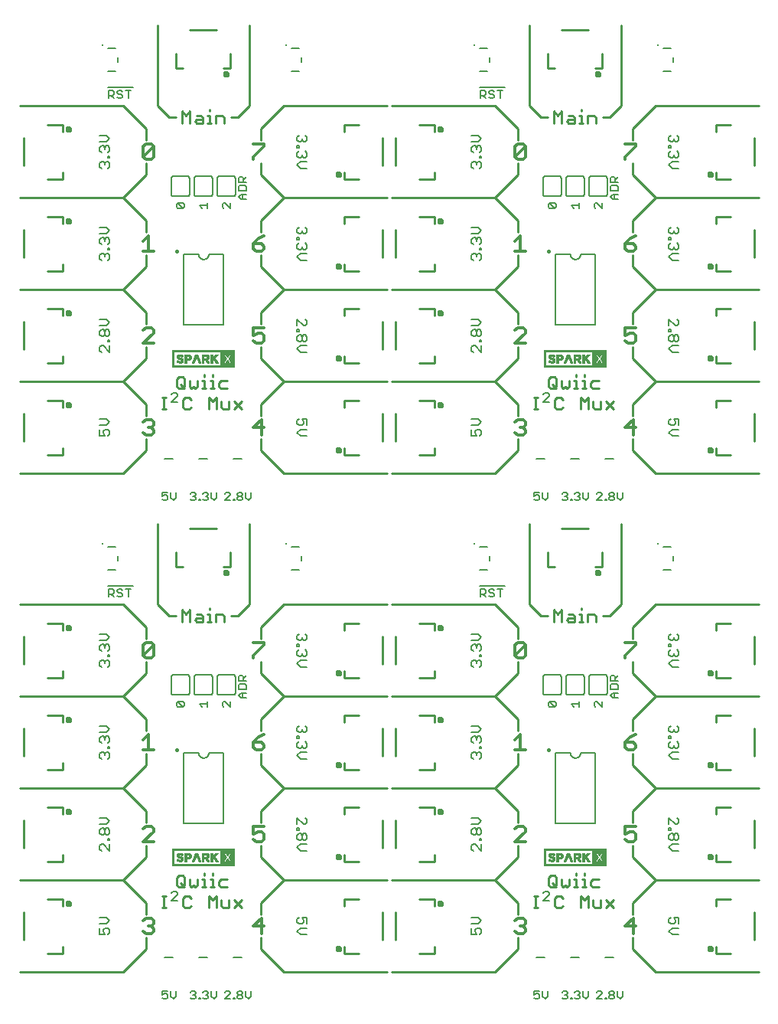
<source format=gto>
G75*
%MOIN*%
%OFA0B0*%
%FSLAX25Y25*%
%IPPOS*%
%LPD*%
%AMOC8*
5,1,8,0,0,1.08239X$1,22.5*
%
%ADD10C,0.00900*%
%ADD11C,0.01200*%
%ADD12C,0.00600*%
%ADD13C,0.00800*%
%ADD14C,0.01000*%
%ADD15C,0.01575*%
%ADD16C,0.00039*%
%ADD17C,0.01181*%
%ADD18C,0.01000*%
%ADD19C,0.00500*%
D10*
X0125368Y0071283D02*
X0127069Y0071283D01*
X0126218Y0071283D02*
X0126218Y0076388D01*
X0125368Y0076388D02*
X0127069Y0076388D01*
X0131813Y0081134D02*
X0132664Y0080283D01*
X0134365Y0080283D01*
X0135216Y0081134D01*
X0135216Y0084537D01*
X0134365Y0085388D01*
X0132664Y0085388D01*
X0131813Y0084537D01*
X0131813Y0081134D01*
X0133515Y0081985D02*
X0135216Y0080283D01*
X0137338Y0081134D02*
X0138189Y0080283D01*
X0139039Y0081134D01*
X0139890Y0080283D01*
X0140741Y0081134D01*
X0140741Y0083686D01*
X0142863Y0083686D02*
X0143713Y0083686D01*
X0143713Y0080283D01*
X0142863Y0080283D02*
X0144564Y0080283D01*
X0146546Y0080283D02*
X0148247Y0080283D01*
X0147396Y0080283D02*
X0147396Y0083686D01*
X0146546Y0083686D01*
X0147396Y0085388D02*
X0147396Y0086238D01*
X0143713Y0086238D02*
X0143713Y0085388D01*
X0137338Y0083686D02*
X0137338Y0081134D01*
X0137128Y0076388D02*
X0135426Y0076388D01*
X0134575Y0075537D01*
X0134575Y0072134D01*
X0135426Y0071283D01*
X0137128Y0071283D01*
X0137978Y0072134D01*
X0137978Y0075537D02*
X0137128Y0076388D01*
X0145625Y0076388D02*
X0147326Y0074686D01*
X0149028Y0076388D01*
X0149028Y0071283D01*
X0151150Y0072134D02*
X0152000Y0071283D01*
X0154553Y0071283D01*
X0154553Y0074686D01*
X0156674Y0074686D02*
X0160077Y0071283D01*
X0156674Y0071283D02*
X0160077Y0074686D01*
X0153632Y0080283D02*
X0151080Y0080283D01*
X0150229Y0081134D01*
X0150229Y0082836D01*
X0151080Y0083686D01*
X0153632Y0083686D01*
X0151150Y0074686D02*
X0151150Y0072134D01*
X0145625Y0071283D02*
X0145625Y0076388D01*
X0145204Y0195783D02*
X0146906Y0195783D01*
X0146055Y0195783D02*
X0146055Y0199186D01*
X0145204Y0199186D01*
X0146055Y0200888D02*
X0146055Y0201738D01*
X0148887Y0199186D02*
X0151439Y0199186D01*
X0152290Y0198336D01*
X0152290Y0195783D01*
X0148887Y0195783D02*
X0148887Y0199186D01*
X0143082Y0198336D02*
X0143082Y0195783D01*
X0140530Y0195783D01*
X0139679Y0196634D01*
X0140530Y0197485D01*
X0143082Y0197485D01*
X0143082Y0198336D02*
X0142232Y0199186D01*
X0140530Y0199186D01*
X0137558Y0200888D02*
X0137558Y0195783D01*
X0134155Y0195783D02*
X0134155Y0200888D01*
X0135856Y0199186D01*
X0137558Y0200888D01*
X0137128Y0288283D02*
X0135426Y0288283D01*
X0134575Y0289134D01*
X0134575Y0292537D01*
X0135426Y0293388D01*
X0137128Y0293388D01*
X0137978Y0292537D01*
X0137978Y0289134D02*
X0137128Y0288283D01*
X0145625Y0288283D02*
X0145625Y0293388D01*
X0147326Y0291686D01*
X0149028Y0293388D01*
X0149028Y0288283D01*
X0151150Y0289134D02*
X0152000Y0288283D01*
X0154553Y0288283D01*
X0154553Y0291686D01*
X0156674Y0291686D02*
X0160077Y0288283D01*
X0156674Y0288283D02*
X0160077Y0291686D01*
X0153632Y0297283D02*
X0151080Y0297283D01*
X0150229Y0298134D01*
X0150229Y0299836D01*
X0151080Y0300686D01*
X0153632Y0300686D01*
X0147396Y0300686D02*
X0147396Y0297283D01*
X0146546Y0297283D02*
X0148247Y0297283D01*
X0147396Y0300686D02*
X0146546Y0300686D01*
X0147396Y0302388D02*
X0147396Y0303238D01*
X0143713Y0303238D02*
X0143713Y0302388D01*
X0143713Y0300686D02*
X0143713Y0297283D01*
X0142863Y0297283D02*
X0144564Y0297283D01*
X0143713Y0300686D02*
X0142863Y0300686D01*
X0140741Y0300686D02*
X0140741Y0298134D01*
X0139890Y0297283D01*
X0139039Y0298134D01*
X0138189Y0297283D01*
X0137338Y0298134D01*
X0137338Y0300686D01*
X0135216Y0301537D02*
X0134365Y0302388D01*
X0132664Y0302388D01*
X0131813Y0301537D01*
X0131813Y0298134D01*
X0132664Y0297283D01*
X0134365Y0297283D01*
X0135216Y0298134D01*
X0135216Y0301537D01*
X0133515Y0298985D02*
X0135216Y0297283D01*
X0127069Y0293388D02*
X0125368Y0293388D01*
X0126218Y0293388D02*
X0126218Y0288283D01*
X0125368Y0288283D02*
X0127069Y0288283D01*
X0151150Y0289134D02*
X0151150Y0291686D01*
X0152290Y0412783D02*
X0152290Y0415336D01*
X0151439Y0416186D01*
X0148887Y0416186D01*
X0148887Y0412783D01*
X0146906Y0412783D02*
X0145204Y0412783D01*
X0146055Y0412783D02*
X0146055Y0416186D01*
X0145204Y0416186D01*
X0146055Y0417888D02*
X0146055Y0418738D01*
X0143082Y0415336D02*
X0143082Y0412783D01*
X0140530Y0412783D01*
X0139679Y0413634D01*
X0140530Y0414485D01*
X0143082Y0414485D01*
X0143082Y0415336D02*
X0142232Y0416186D01*
X0140530Y0416186D01*
X0137558Y0417888D02*
X0137558Y0412783D01*
X0134155Y0412783D02*
X0134155Y0417888D01*
X0135856Y0416186D01*
X0137558Y0417888D01*
X0287368Y0293388D02*
X0289069Y0293388D01*
X0288218Y0293388D02*
X0288218Y0288283D01*
X0287368Y0288283D02*
X0289069Y0288283D01*
X0296575Y0289134D02*
X0297426Y0288283D01*
X0299128Y0288283D01*
X0299978Y0289134D01*
X0296575Y0289134D02*
X0296575Y0292537D01*
X0297426Y0293388D01*
X0299128Y0293388D01*
X0299978Y0292537D01*
X0300189Y0297283D02*
X0301039Y0298134D01*
X0301890Y0297283D01*
X0302741Y0298134D01*
X0302741Y0300686D01*
X0304863Y0300686D02*
X0305713Y0300686D01*
X0305713Y0297283D01*
X0304863Y0297283D02*
X0306564Y0297283D01*
X0308546Y0297283D02*
X0310247Y0297283D01*
X0309396Y0297283D02*
X0309396Y0300686D01*
X0308546Y0300686D01*
X0309396Y0302388D02*
X0309396Y0303238D01*
X0305713Y0303238D02*
X0305713Y0302388D01*
X0299338Y0300686D02*
X0299338Y0298134D01*
X0300189Y0297283D01*
X0297216Y0297283D02*
X0295515Y0298985D01*
X0297216Y0298134D02*
X0296365Y0297283D01*
X0294664Y0297283D01*
X0293813Y0298134D01*
X0293813Y0301537D01*
X0294664Y0302388D01*
X0296365Y0302388D01*
X0297216Y0301537D01*
X0297216Y0298134D01*
X0307625Y0293388D02*
X0309326Y0291686D01*
X0311028Y0293388D01*
X0311028Y0288283D01*
X0313150Y0289134D02*
X0314000Y0288283D01*
X0316553Y0288283D01*
X0316553Y0291686D01*
X0318674Y0291686D02*
X0322077Y0288283D01*
X0318674Y0288283D02*
X0322077Y0291686D01*
X0315632Y0297283D02*
X0313080Y0297283D01*
X0312229Y0298134D01*
X0312229Y0299836D01*
X0313080Y0300686D01*
X0315632Y0300686D01*
X0313150Y0291686D02*
X0313150Y0289134D01*
X0307625Y0288283D02*
X0307625Y0293388D01*
X0308055Y0201738D02*
X0308055Y0200888D01*
X0308055Y0199186D02*
X0308055Y0195783D01*
X0307204Y0195783D02*
X0308906Y0195783D01*
X0310887Y0195783D02*
X0310887Y0199186D01*
X0313439Y0199186D01*
X0314290Y0198336D01*
X0314290Y0195783D01*
X0308055Y0199186D02*
X0307204Y0199186D01*
X0305082Y0198336D02*
X0305082Y0195783D01*
X0302530Y0195783D01*
X0301679Y0196634D01*
X0302530Y0197485D01*
X0305082Y0197485D01*
X0305082Y0198336D02*
X0304232Y0199186D01*
X0302530Y0199186D01*
X0299558Y0200888D02*
X0299558Y0195783D01*
X0296155Y0195783D02*
X0296155Y0200888D01*
X0297856Y0199186D01*
X0299558Y0200888D01*
X0305713Y0086238D02*
X0305713Y0085388D01*
X0305713Y0083686D02*
X0305713Y0080283D01*
X0304863Y0080283D02*
X0306564Y0080283D01*
X0308546Y0080283D02*
X0310247Y0080283D01*
X0309396Y0080283D02*
X0309396Y0083686D01*
X0308546Y0083686D01*
X0309396Y0085388D02*
X0309396Y0086238D01*
X0312229Y0082836D02*
X0312229Y0081134D01*
X0313080Y0080283D01*
X0315632Y0080283D01*
X0315632Y0083686D02*
X0313080Y0083686D01*
X0312229Y0082836D01*
X0311028Y0076388D02*
X0311028Y0071283D01*
X0313150Y0072134D02*
X0314000Y0071283D01*
X0316553Y0071283D01*
X0316553Y0074686D01*
X0318674Y0074686D02*
X0322077Y0071283D01*
X0318674Y0071283D02*
X0322077Y0074686D01*
X0313150Y0074686D02*
X0313150Y0072134D01*
X0309326Y0074686D02*
X0311028Y0076388D01*
X0309326Y0074686D02*
X0307625Y0076388D01*
X0307625Y0071283D01*
X0299978Y0072134D02*
X0299128Y0071283D01*
X0297426Y0071283D01*
X0296575Y0072134D01*
X0296575Y0075537D01*
X0297426Y0076388D01*
X0299128Y0076388D01*
X0299978Y0075537D01*
X0300189Y0080283D02*
X0301039Y0081134D01*
X0301890Y0080283D01*
X0302741Y0081134D01*
X0302741Y0083686D01*
X0304863Y0083686D02*
X0305713Y0083686D01*
X0299338Y0083686D02*
X0299338Y0081134D01*
X0300189Y0080283D01*
X0297216Y0080283D02*
X0295515Y0081985D01*
X0297216Y0081134D02*
X0296365Y0080283D01*
X0294664Y0080283D01*
X0293813Y0081134D01*
X0293813Y0084537D01*
X0294664Y0085388D01*
X0296365Y0085388D01*
X0297216Y0084537D01*
X0297216Y0081134D01*
X0289069Y0076388D02*
X0287368Y0076388D01*
X0288218Y0076388D02*
X0288218Y0071283D01*
X0287368Y0071283D02*
X0289069Y0071283D01*
X0296155Y0412783D02*
X0296155Y0417888D01*
X0297856Y0416186D01*
X0299558Y0417888D01*
X0299558Y0412783D01*
X0301679Y0413634D02*
X0302530Y0414485D01*
X0305082Y0414485D01*
X0305082Y0415336D02*
X0305082Y0412783D01*
X0302530Y0412783D01*
X0301679Y0413634D01*
X0302530Y0416186D02*
X0304232Y0416186D01*
X0305082Y0415336D01*
X0307204Y0416186D02*
X0308055Y0416186D01*
X0308055Y0412783D01*
X0307204Y0412783D02*
X0308906Y0412783D01*
X0310887Y0412783D02*
X0310887Y0416186D01*
X0313439Y0416186D01*
X0314290Y0415336D01*
X0314290Y0412783D01*
X0308055Y0417888D02*
X0308055Y0418738D01*
D11*
X0327250Y0403739D02*
X0331787Y0403739D01*
X0331787Y0402605D01*
X0327250Y0398068D01*
X0327250Y0396933D01*
X0331787Y0363739D02*
X0329519Y0362605D01*
X0327250Y0360336D01*
X0330653Y0360336D01*
X0331787Y0359202D01*
X0331787Y0358068D01*
X0330653Y0356933D01*
X0328384Y0356933D01*
X0327250Y0358068D01*
X0327250Y0360336D01*
X0327250Y0323739D02*
X0327250Y0320336D01*
X0329519Y0321471D01*
X0330653Y0321471D01*
X0331787Y0320336D01*
X0331787Y0318068D01*
X0330653Y0316933D01*
X0328384Y0316933D01*
X0327250Y0318068D01*
X0327250Y0323739D02*
X0331787Y0323739D01*
X0330653Y0283739D02*
X0327250Y0280336D01*
X0331787Y0280336D01*
X0330653Y0276933D02*
X0330653Y0283739D01*
X0283787Y0282605D02*
X0283787Y0281471D01*
X0282653Y0280336D01*
X0283787Y0279202D01*
X0283787Y0278068D01*
X0282653Y0276933D01*
X0280384Y0276933D01*
X0279250Y0278068D01*
X0281519Y0280336D02*
X0282653Y0280336D01*
X0283787Y0282605D02*
X0282653Y0283739D01*
X0280384Y0283739D01*
X0279250Y0282605D01*
X0279250Y0316933D02*
X0283787Y0321471D01*
X0283787Y0322605D01*
X0282653Y0323739D01*
X0280384Y0323739D01*
X0279250Y0322605D01*
X0279250Y0316933D02*
X0283787Y0316933D01*
X0283787Y0356933D02*
X0279250Y0356933D01*
X0281519Y0356933D02*
X0281519Y0363739D01*
X0279250Y0361471D01*
X0280384Y0396933D02*
X0279250Y0398068D01*
X0283787Y0402605D01*
X0283787Y0398068D01*
X0282653Y0396933D01*
X0280384Y0396933D01*
X0279250Y0398068D02*
X0279250Y0402605D01*
X0280384Y0403739D01*
X0282653Y0403739D01*
X0283787Y0402605D01*
X0169787Y0402605D02*
X0165250Y0398068D01*
X0165250Y0396933D01*
X0165250Y0403739D02*
X0169787Y0403739D01*
X0169787Y0402605D01*
X0169787Y0363739D02*
X0167519Y0362605D01*
X0165250Y0360336D01*
X0168653Y0360336D01*
X0169787Y0359202D01*
X0169787Y0358068D01*
X0168653Y0356933D01*
X0166384Y0356933D01*
X0165250Y0358068D01*
X0165250Y0360336D01*
X0165250Y0323739D02*
X0165250Y0320336D01*
X0167519Y0321471D01*
X0168653Y0321471D01*
X0169787Y0320336D01*
X0169787Y0318068D01*
X0168653Y0316933D01*
X0166384Y0316933D01*
X0165250Y0318068D01*
X0165250Y0323739D02*
X0169787Y0323739D01*
X0168653Y0283739D02*
X0165250Y0280336D01*
X0169787Y0280336D01*
X0168653Y0276933D02*
X0168653Y0283739D01*
X0121787Y0282605D02*
X0121787Y0281471D01*
X0120653Y0280336D01*
X0121787Y0279202D01*
X0121787Y0278068D01*
X0120653Y0276933D01*
X0118384Y0276933D01*
X0117250Y0278068D01*
X0119519Y0280336D02*
X0120653Y0280336D01*
X0121787Y0282605D02*
X0120653Y0283739D01*
X0118384Y0283739D01*
X0117250Y0282605D01*
X0117250Y0316933D02*
X0121787Y0321471D01*
X0121787Y0322605D01*
X0120653Y0323739D01*
X0118384Y0323739D01*
X0117250Y0322605D01*
X0117250Y0316933D02*
X0121787Y0316933D01*
X0121787Y0356933D02*
X0117250Y0356933D01*
X0119519Y0356933D02*
X0119519Y0363739D01*
X0117250Y0361471D01*
X0118384Y0396933D02*
X0117250Y0398068D01*
X0121787Y0402605D01*
X0121787Y0398068D01*
X0120653Y0396933D01*
X0118384Y0396933D01*
X0117250Y0398068D02*
X0117250Y0402605D01*
X0118384Y0403739D01*
X0120653Y0403739D01*
X0121787Y0402605D01*
X0120653Y0186739D02*
X0118384Y0186739D01*
X0117250Y0185605D01*
X0117250Y0181068D01*
X0121787Y0185605D01*
X0121787Y0181068D01*
X0120653Y0179933D01*
X0118384Y0179933D01*
X0117250Y0181068D01*
X0121787Y0185605D02*
X0120653Y0186739D01*
X0119519Y0146739D02*
X0119519Y0139933D01*
X0121787Y0139933D02*
X0117250Y0139933D01*
X0117250Y0144471D02*
X0119519Y0146739D01*
X0120653Y0106739D02*
X0118384Y0106739D01*
X0117250Y0105605D01*
X0120653Y0106739D02*
X0121787Y0105605D01*
X0121787Y0104471D01*
X0117250Y0099933D01*
X0121787Y0099933D01*
X0120653Y0066739D02*
X0118384Y0066739D01*
X0117250Y0065605D01*
X0119519Y0063336D02*
X0120653Y0063336D01*
X0121787Y0062202D01*
X0121787Y0061068D01*
X0120653Y0059933D01*
X0118384Y0059933D01*
X0117250Y0061068D01*
X0120653Y0063336D02*
X0121787Y0064471D01*
X0121787Y0065605D01*
X0120653Y0066739D01*
X0165250Y0063336D02*
X0169787Y0063336D01*
X0168653Y0059933D02*
X0168653Y0066739D01*
X0165250Y0063336D01*
X0166384Y0099933D02*
X0165250Y0101068D01*
X0166384Y0099933D02*
X0168653Y0099933D01*
X0169787Y0101068D01*
X0169787Y0103336D01*
X0168653Y0104471D01*
X0167519Y0104471D01*
X0165250Y0103336D01*
X0165250Y0106739D01*
X0169787Y0106739D01*
X0168653Y0139933D02*
X0169787Y0141068D01*
X0169787Y0142202D01*
X0168653Y0143336D01*
X0165250Y0143336D01*
X0165250Y0141068D01*
X0166384Y0139933D01*
X0168653Y0139933D01*
X0165250Y0143336D02*
X0167519Y0145605D01*
X0169787Y0146739D01*
X0165250Y0179933D02*
X0165250Y0181068D01*
X0169787Y0185605D01*
X0169787Y0186739D01*
X0165250Y0186739D01*
X0279250Y0185605D02*
X0279250Y0181068D01*
X0283787Y0185605D01*
X0283787Y0181068D01*
X0282653Y0179933D01*
X0280384Y0179933D01*
X0279250Y0181068D01*
X0279250Y0185605D02*
X0280384Y0186739D01*
X0282653Y0186739D01*
X0283787Y0185605D01*
X0281519Y0146739D02*
X0281519Y0139933D01*
X0283787Y0139933D02*
X0279250Y0139933D01*
X0279250Y0144471D02*
X0281519Y0146739D01*
X0282653Y0106739D02*
X0280384Y0106739D01*
X0279250Y0105605D01*
X0282653Y0106739D02*
X0283787Y0105605D01*
X0283787Y0104471D01*
X0279250Y0099933D01*
X0283787Y0099933D01*
X0282653Y0066739D02*
X0280384Y0066739D01*
X0279250Y0065605D01*
X0281519Y0063336D02*
X0282653Y0063336D01*
X0283787Y0062202D01*
X0283787Y0061068D01*
X0282653Y0059933D01*
X0280384Y0059933D01*
X0279250Y0061068D01*
X0282653Y0063336D02*
X0283787Y0064471D01*
X0283787Y0065605D01*
X0282653Y0066739D01*
X0327250Y0063336D02*
X0331787Y0063336D01*
X0330653Y0059933D02*
X0330653Y0066739D01*
X0327250Y0063336D01*
X0328384Y0099933D02*
X0327250Y0101068D01*
X0328384Y0099933D02*
X0330653Y0099933D01*
X0331787Y0101068D01*
X0331787Y0103336D01*
X0330653Y0104471D01*
X0329519Y0104471D01*
X0327250Y0103336D01*
X0327250Y0106739D01*
X0331787Y0106739D01*
X0330653Y0139933D02*
X0331787Y0141068D01*
X0331787Y0142202D01*
X0330653Y0143336D01*
X0327250Y0143336D01*
X0327250Y0141068D01*
X0328384Y0139933D01*
X0330653Y0139933D01*
X0327250Y0143336D02*
X0329519Y0145605D01*
X0331787Y0146739D01*
X0327250Y0179933D02*
X0327250Y0181068D01*
X0331787Y0185605D01*
X0331787Y0186739D01*
X0327250Y0186739D01*
D12*
X0324034Y0172240D02*
X0322899Y0171106D01*
X0322899Y0171673D02*
X0322899Y0169972D01*
X0324034Y0169972D02*
X0320631Y0169972D01*
X0320631Y0171673D01*
X0321198Y0172240D01*
X0322332Y0172240D01*
X0322899Y0171673D01*
X0323467Y0168557D02*
X0321198Y0168557D01*
X0320631Y0167990D01*
X0320631Y0166289D01*
X0324034Y0166289D01*
X0324034Y0167990D01*
X0323467Y0168557D01*
X0324034Y0164874D02*
X0321765Y0164874D01*
X0320631Y0163740D01*
X0321765Y0162606D01*
X0324034Y0162606D01*
X0322332Y0162606D02*
X0322332Y0164874D01*
X0319334Y0164930D02*
X0319334Y0171730D01*
X0319332Y0171790D01*
X0319327Y0171851D01*
X0319318Y0171910D01*
X0319305Y0171969D01*
X0319289Y0172028D01*
X0319269Y0172085D01*
X0319246Y0172140D01*
X0319219Y0172195D01*
X0319190Y0172247D01*
X0319157Y0172298D01*
X0319121Y0172347D01*
X0319083Y0172393D01*
X0319041Y0172437D01*
X0318997Y0172479D01*
X0318951Y0172517D01*
X0318902Y0172553D01*
X0318851Y0172586D01*
X0318799Y0172615D01*
X0318744Y0172642D01*
X0318689Y0172665D01*
X0318632Y0172685D01*
X0318573Y0172701D01*
X0318514Y0172714D01*
X0318455Y0172723D01*
X0318394Y0172728D01*
X0318334Y0172730D01*
X0312334Y0172730D01*
X0312274Y0172728D01*
X0312213Y0172723D01*
X0312154Y0172714D01*
X0312095Y0172701D01*
X0312036Y0172685D01*
X0311979Y0172665D01*
X0311924Y0172642D01*
X0311869Y0172615D01*
X0311817Y0172586D01*
X0311766Y0172553D01*
X0311717Y0172517D01*
X0311671Y0172479D01*
X0311627Y0172437D01*
X0311585Y0172393D01*
X0311547Y0172347D01*
X0311511Y0172298D01*
X0311478Y0172247D01*
X0311449Y0172195D01*
X0311422Y0172140D01*
X0311399Y0172085D01*
X0311379Y0172028D01*
X0311363Y0171969D01*
X0311350Y0171910D01*
X0311341Y0171851D01*
X0311336Y0171790D01*
X0311334Y0171730D01*
X0311334Y0164930D01*
X0311336Y0164870D01*
X0311341Y0164809D01*
X0311350Y0164750D01*
X0311363Y0164691D01*
X0311379Y0164632D01*
X0311399Y0164575D01*
X0311422Y0164520D01*
X0311449Y0164465D01*
X0311478Y0164413D01*
X0311511Y0164362D01*
X0311547Y0164313D01*
X0311585Y0164267D01*
X0311627Y0164223D01*
X0311671Y0164181D01*
X0311717Y0164143D01*
X0311766Y0164107D01*
X0311817Y0164074D01*
X0311869Y0164045D01*
X0311924Y0164018D01*
X0311979Y0163995D01*
X0312036Y0163975D01*
X0312095Y0163959D01*
X0312154Y0163946D01*
X0312213Y0163937D01*
X0312274Y0163932D01*
X0312334Y0163930D01*
X0318334Y0163930D01*
X0318394Y0163932D01*
X0318455Y0163937D01*
X0318514Y0163946D01*
X0318573Y0163959D01*
X0318632Y0163975D01*
X0318689Y0163995D01*
X0318744Y0164018D01*
X0318799Y0164045D01*
X0318851Y0164074D01*
X0318902Y0164107D01*
X0318951Y0164143D01*
X0318997Y0164181D01*
X0319041Y0164223D01*
X0319083Y0164267D01*
X0319121Y0164313D01*
X0319157Y0164362D01*
X0319190Y0164413D01*
X0319219Y0164465D01*
X0319246Y0164520D01*
X0319269Y0164575D01*
X0319289Y0164632D01*
X0319305Y0164691D01*
X0319318Y0164750D01*
X0319327Y0164809D01*
X0319332Y0164870D01*
X0319334Y0164930D01*
X0317034Y0161057D02*
X0317034Y0158789D01*
X0314765Y0161057D01*
X0314198Y0161057D01*
X0313631Y0160490D01*
X0313631Y0159356D01*
X0314198Y0158789D01*
X0307034Y0158789D02*
X0307034Y0161057D01*
X0307034Y0159923D02*
X0303631Y0159923D01*
X0304765Y0158789D01*
X0302334Y0163930D02*
X0308334Y0163930D01*
X0308394Y0163932D01*
X0308455Y0163937D01*
X0308514Y0163946D01*
X0308573Y0163959D01*
X0308632Y0163975D01*
X0308689Y0163995D01*
X0308744Y0164018D01*
X0308799Y0164045D01*
X0308851Y0164074D01*
X0308902Y0164107D01*
X0308951Y0164143D01*
X0308997Y0164181D01*
X0309041Y0164223D01*
X0309083Y0164267D01*
X0309121Y0164313D01*
X0309157Y0164362D01*
X0309190Y0164413D01*
X0309219Y0164465D01*
X0309246Y0164520D01*
X0309269Y0164575D01*
X0309289Y0164632D01*
X0309305Y0164691D01*
X0309318Y0164750D01*
X0309327Y0164809D01*
X0309332Y0164870D01*
X0309334Y0164930D01*
X0309334Y0171730D01*
X0309332Y0171790D01*
X0309327Y0171851D01*
X0309318Y0171910D01*
X0309305Y0171969D01*
X0309289Y0172028D01*
X0309269Y0172085D01*
X0309246Y0172140D01*
X0309219Y0172195D01*
X0309190Y0172247D01*
X0309157Y0172298D01*
X0309121Y0172347D01*
X0309083Y0172393D01*
X0309041Y0172437D01*
X0308997Y0172479D01*
X0308951Y0172517D01*
X0308902Y0172553D01*
X0308851Y0172586D01*
X0308799Y0172615D01*
X0308744Y0172642D01*
X0308689Y0172665D01*
X0308632Y0172685D01*
X0308573Y0172701D01*
X0308514Y0172714D01*
X0308455Y0172723D01*
X0308394Y0172728D01*
X0308334Y0172730D01*
X0302334Y0172730D01*
X0302274Y0172728D01*
X0302213Y0172723D01*
X0302154Y0172714D01*
X0302095Y0172701D01*
X0302036Y0172685D01*
X0301979Y0172665D01*
X0301924Y0172642D01*
X0301869Y0172615D01*
X0301817Y0172586D01*
X0301766Y0172553D01*
X0301717Y0172517D01*
X0301671Y0172479D01*
X0301627Y0172437D01*
X0301585Y0172393D01*
X0301547Y0172347D01*
X0301511Y0172298D01*
X0301478Y0172247D01*
X0301449Y0172195D01*
X0301422Y0172140D01*
X0301399Y0172085D01*
X0301379Y0172028D01*
X0301363Y0171969D01*
X0301350Y0171910D01*
X0301341Y0171851D01*
X0301336Y0171790D01*
X0301334Y0171730D01*
X0301334Y0164930D01*
X0301336Y0164870D01*
X0301341Y0164809D01*
X0301350Y0164750D01*
X0301363Y0164691D01*
X0301379Y0164632D01*
X0301399Y0164575D01*
X0301422Y0164520D01*
X0301449Y0164465D01*
X0301478Y0164413D01*
X0301511Y0164362D01*
X0301547Y0164313D01*
X0301585Y0164267D01*
X0301627Y0164223D01*
X0301671Y0164181D01*
X0301717Y0164143D01*
X0301766Y0164107D01*
X0301817Y0164074D01*
X0301869Y0164045D01*
X0301924Y0164018D01*
X0301979Y0163995D01*
X0302036Y0163975D01*
X0302095Y0163959D01*
X0302154Y0163946D01*
X0302213Y0163937D01*
X0302274Y0163932D01*
X0302334Y0163930D01*
X0299334Y0164930D02*
X0299334Y0171730D01*
X0299332Y0171790D01*
X0299327Y0171851D01*
X0299318Y0171910D01*
X0299305Y0171969D01*
X0299289Y0172028D01*
X0299269Y0172085D01*
X0299246Y0172140D01*
X0299219Y0172195D01*
X0299190Y0172247D01*
X0299157Y0172298D01*
X0299121Y0172347D01*
X0299083Y0172393D01*
X0299041Y0172437D01*
X0298997Y0172479D01*
X0298951Y0172517D01*
X0298902Y0172553D01*
X0298851Y0172586D01*
X0298799Y0172615D01*
X0298744Y0172642D01*
X0298689Y0172665D01*
X0298632Y0172685D01*
X0298573Y0172701D01*
X0298514Y0172714D01*
X0298455Y0172723D01*
X0298394Y0172728D01*
X0298334Y0172730D01*
X0292334Y0172730D01*
X0292274Y0172728D01*
X0292213Y0172723D01*
X0292154Y0172714D01*
X0292095Y0172701D01*
X0292036Y0172685D01*
X0291979Y0172665D01*
X0291924Y0172642D01*
X0291869Y0172615D01*
X0291817Y0172586D01*
X0291766Y0172553D01*
X0291717Y0172517D01*
X0291671Y0172479D01*
X0291627Y0172437D01*
X0291585Y0172393D01*
X0291547Y0172347D01*
X0291511Y0172298D01*
X0291478Y0172247D01*
X0291449Y0172195D01*
X0291422Y0172140D01*
X0291399Y0172085D01*
X0291379Y0172028D01*
X0291363Y0171969D01*
X0291350Y0171910D01*
X0291341Y0171851D01*
X0291336Y0171790D01*
X0291334Y0171730D01*
X0291334Y0164930D01*
X0291336Y0164870D01*
X0291341Y0164809D01*
X0291350Y0164750D01*
X0291363Y0164691D01*
X0291379Y0164632D01*
X0291399Y0164575D01*
X0291422Y0164520D01*
X0291449Y0164465D01*
X0291478Y0164413D01*
X0291511Y0164362D01*
X0291547Y0164313D01*
X0291585Y0164267D01*
X0291627Y0164223D01*
X0291671Y0164181D01*
X0291717Y0164143D01*
X0291766Y0164107D01*
X0291817Y0164074D01*
X0291869Y0164045D01*
X0291924Y0164018D01*
X0291979Y0163995D01*
X0292036Y0163975D01*
X0292095Y0163959D01*
X0292154Y0163946D01*
X0292213Y0163937D01*
X0292274Y0163932D01*
X0292334Y0163930D01*
X0298334Y0163930D01*
X0298394Y0163932D01*
X0298455Y0163937D01*
X0298514Y0163946D01*
X0298573Y0163959D01*
X0298632Y0163975D01*
X0298689Y0163995D01*
X0298744Y0164018D01*
X0298799Y0164045D01*
X0298851Y0164074D01*
X0298902Y0164107D01*
X0298951Y0164143D01*
X0298997Y0164181D01*
X0299041Y0164223D01*
X0299083Y0164267D01*
X0299121Y0164313D01*
X0299157Y0164362D01*
X0299190Y0164413D01*
X0299219Y0164465D01*
X0299246Y0164520D01*
X0299269Y0164575D01*
X0299289Y0164632D01*
X0299305Y0164691D01*
X0299318Y0164750D01*
X0299327Y0164809D01*
X0299332Y0164870D01*
X0299334Y0164930D01*
X0296467Y0161057D02*
X0297034Y0160490D01*
X0297034Y0159356D01*
X0296467Y0158789D01*
X0294198Y0161057D01*
X0296467Y0161057D01*
X0296467Y0158789D02*
X0294198Y0158789D01*
X0293631Y0159356D01*
X0293631Y0160490D01*
X0294198Y0161057D01*
X0272609Y0206633D02*
X0272609Y0210036D01*
X0271475Y0210036D02*
X0273744Y0210036D01*
X0274858Y0211233D02*
X0263809Y0211233D01*
X0264109Y0210036D02*
X0265810Y0210036D01*
X0266377Y0209469D01*
X0266377Y0208335D01*
X0265810Y0207768D01*
X0264109Y0207768D01*
X0265243Y0207768D02*
X0266377Y0206633D01*
X0267792Y0207200D02*
X0268359Y0206633D01*
X0269493Y0206633D01*
X0270060Y0207200D01*
X0270060Y0207768D01*
X0269493Y0208335D01*
X0268359Y0208335D01*
X0267792Y0208902D01*
X0267792Y0209469D01*
X0268359Y0210036D01*
X0269493Y0210036D01*
X0270060Y0209469D01*
X0264109Y0210036D02*
X0264109Y0206633D01*
X0288017Y0248633D02*
X0287450Y0249200D01*
X0288017Y0248633D02*
X0289152Y0248633D01*
X0289719Y0249200D01*
X0289719Y0250335D01*
X0289152Y0250902D01*
X0288584Y0250902D01*
X0287450Y0250335D01*
X0287450Y0252036D01*
X0289719Y0252036D01*
X0291133Y0252036D02*
X0291133Y0249768D01*
X0292268Y0248633D01*
X0293402Y0249768D01*
X0293402Y0252036D01*
X0299688Y0251469D02*
X0300255Y0252036D01*
X0301389Y0252036D01*
X0301956Y0251469D01*
X0301956Y0250902D01*
X0301389Y0250335D01*
X0301956Y0249768D01*
X0301956Y0249200D01*
X0301389Y0248633D01*
X0300255Y0248633D01*
X0299688Y0249200D01*
X0300822Y0250335D02*
X0301389Y0250335D01*
X0303371Y0249200D02*
X0303938Y0249200D01*
X0303938Y0248633D01*
X0303371Y0248633D01*
X0303371Y0249200D01*
X0305213Y0249200D02*
X0305780Y0248633D01*
X0306914Y0248633D01*
X0307481Y0249200D01*
X0307481Y0249768D01*
X0306914Y0250335D01*
X0306347Y0250335D01*
X0306914Y0250335D02*
X0307481Y0250902D01*
X0307481Y0251469D01*
X0306914Y0252036D01*
X0305780Y0252036D01*
X0305213Y0251469D01*
X0308896Y0252036D02*
X0308896Y0249768D01*
X0310030Y0248633D01*
X0311164Y0249768D01*
X0311164Y0252036D01*
X0314688Y0251469D02*
X0315255Y0252036D01*
X0316389Y0252036D01*
X0316956Y0251469D01*
X0316956Y0250902D01*
X0314688Y0248633D01*
X0316956Y0248633D01*
X0318371Y0248633D02*
X0318938Y0248633D01*
X0318938Y0249200D01*
X0318371Y0249200D01*
X0318371Y0248633D01*
X0320213Y0249200D02*
X0320213Y0249768D01*
X0320780Y0250335D01*
X0321914Y0250335D01*
X0322481Y0249768D01*
X0322481Y0249200D01*
X0321914Y0248633D01*
X0320780Y0248633D01*
X0320213Y0249200D01*
X0320780Y0250335D02*
X0320213Y0250902D01*
X0320213Y0251469D01*
X0320780Y0252036D01*
X0321914Y0252036D01*
X0322481Y0251469D01*
X0322481Y0250902D01*
X0321914Y0250335D01*
X0323896Y0249768D02*
X0325030Y0248633D01*
X0326164Y0249768D01*
X0326164Y0252036D01*
X0323896Y0252036D02*
X0323896Y0249768D01*
X0317034Y0375789D02*
X0314765Y0378057D01*
X0314198Y0378057D01*
X0313631Y0377490D01*
X0313631Y0376356D01*
X0314198Y0375789D01*
X0317034Y0375789D02*
X0317034Y0378057D01*
X0318334Y0380930D02*
X0312334Y0380930D01*
X0312274Y0380932D01*
X0312213Y0380937D01*
X0312154Y0380946D01*
X0312095Y0380959D01*
X0312036Y0380975D01*
X0311979Y0380995D01*
X0311924Y0381018D01*
X0311869Y0381045D01*
X0311817Y0381074D01*
X0311766Y0381107D01*
X0311717Y0381143D01*
X0311671Y0381181D01*
X0311627Y0381223D01*
X0311585Y0381267D01*
X0311547Y0381313D01*
X0311511Y0381362D01*
X0311478Y0381413D01*
X0311449Y0381465D01*
X0311422Y0381520D01*
X0311399Y0381575D01*
X0311379Y0381632D01*
X0311363Y0381691D01*
X0311350Y0381750D01*
X0311341Y0381809D01*
X0311336Y0381870D01*
X0311334Y0381930D01*
X0311334Y0388730D01*
X0311336Y0388790D01*
X0311341Y0388851D01*
X0311350Y0388910D01*
X0311363Y0388969D01*
X0311379Y0389028D01*
X0311399Y0389085D01*
X0311422Y0389140D01*
X0311449Y0389195D01*
X0311478Y0389247D01*
X0311511Y0389298D01*
X0311547Y0389347D01*
X0311585Y0389393D01*
X0311627Y0389437D01*
X0311671Y0389479D01*
X0311717Y0389517D01*
X0311766Y0389553D01*
X0311817Y0389586D01*
X0311869Y0389615D01*
X0311924Y0389642D01*
X0311979Y0389665D01*
X0312036Y0389685D01*
X0312095Y0389701D01*
X0312154Y0389714D01*
X0312213Y0389723D01*
X0312274Y0389728D01*
X0312334Y0389730D01*
X0318334Y0389730D01*
X0318394Y0389728D01*
X0318455Y0389723D01*
X0318514Y0389714D01*
X0318573Y0389701D01*
X0318632Y0389685D01*
X0318689Y0389665D01*
X0318744Y0389642D01*
X0318799Y0389615D01*
X0318851Y0389586D01*
X0318902Y0389553D01*
X0318951Y0389517D01*
X0318997Y0389479D01*
X0319041Y0389437D01*
X0319083Y0389393D01*
X0319121Y0389347D01*
X0319157Y0389298D01*
X0319190Y0389247D01*
X0319219Y0389195D01*
X0319246Y0389140D01*
X0319269Y0389085D01*
X0319289Y0389028D01*
X0319305Y0388969D01*
X0319318Y0388910D01*
X0319327Y0388851D01*
X0319332Y0388790D01*
X0319334Y0388730D01*
X0319334Y0381930D01*
X0319332Y0381870D01*
X0319327Y0381809D01*
X0319318Y0381750D01*
X0319305Y0381691D01*
X0319289Y0381632D01*
X0319269Y0381575D01*
X0319246Y0381520D01*
X0319219Y0381465D01*
X0319190Y0381413D01*
X0319157Y0381362D01*
X0319121Y0381313D01*
X0319083Y0381267D01*
X0319041Y0381223D01*
X0318997Y0381181D01*
X0318951Y0381143D01*
X0318902Y0381107D01*
X0318851Y0381074D01*
X0318799Y0381045D01*
X0318744Y0381018D01*
X0318689Y0380995D01*
X0318632Y0380975D01*
X0318573Y0380959D01*
X0318514Y0380946D01*
X0318455Y0380937D01*
X0318394Y0380932D01*
X0318334Y0380930D01*
X0320631Y0380740D02*
X0321765Y0381874D01*
X0324034Y0381874D01*
X0324034Y0383289D02*
X0320631Y0383289D01*
X0320631Y0384990D01*
X0321198Y0385557D01*
X0323467Y0385557D01*
X0324034Y0384990D01*
X0324034Y0383289D01*
X0322332Y0381874D02*
X0322332Y0379606D01*
X0321765Y0379606D02*
X0320631Y0380740D01*
X0321765Y0379606D02*
X0324034Y0379606D01*
X0324034Y0386972D02*
X0320631Y0386972D01*
X0320631Y0388673D01*
X0321198Y0389240D01*
X0322332Y0389240D01*
X0322899Y0388673D01*
X0322899Y0386972D01*
X0322899Y0388106D02*
X0324034Y0389240D01*
X0309334Y0388730D02*
X0309334Y0381930D01*
X0309332Y0381870D01*
X0309327Y0381809D01*
X0309318Y0381750D01*
X0309305Y0381691D01*
X0309289Y0381632D01*
X0309269Y0381575D01*
X0309246Y0381520D01*
X0309219Y0381465D01*
X0309190Y0381413D01*
X0309157Y0381362D01*
X0309121Y0381313D01*
X0309083Y0381267D01*
X0309041Y0381223D01*
X0308997Y0381181D01*
X0308951Y0381143D01*
X0308902Y0381107D01*
X0308851Y0381074D01*
X0308799Y0381045D01*
X0308744Y0381018D01*
X0308689Y0380995D01*
X0308632Y0380975D01*
X0308573Y0380959D01*
X0308514Y0380946D01*
X0308455Y0380937D01*
X0308394Y0380932D01*
X0308334Y0380930D01*
X0302334Y0380930D01*
X0302274Y0380932D01*
X0302213Y0380937D01*
X0302154Y0380946D01*
X0302095Y0380959D01*
X0302036Y0380975D01*
X0301979Y0380995D01*
X0301924Y0381018D01*
X0301869Y0381045D01*
X0301817Y0381074D01*
X0301766Y0381107D01*
X0301717Y0381143D01*
X0301671Y0381181D01*
X0301627Y0381223D01*
X0301585Y0381267D01*
X0301547Y0381313D01*
X0301511Y0381362D01*
X0301478Y0381413D01*
X0301449Y0381465D01*
X0301422Y0381520D01*
X0301399Y0381575D01*
X0301379Y0381632D01*
X0301363Y0381691D01*
X0301350Y0381750D01*
X0301341Y0381809D01*
X0301336Y0381870D01*
X0301334Y0381930D01*
X0301334Y0388730D01*
X0301336Y0388790D01*
X0301341Y0388851D01*
X0301350Y0388910D01*
X0301363Y0388969D01*
X0301379Y0389028D01*
X0301399Y0389085D01*
X0301422Y0389140D01*
X0301449Y0389195D01*
X0301478Y0389247D01*
X0301511Y0389298D01*
X0301547Y0389347D01*
X0301585Y0389393D01*
X0301627Y0389437D01*
X0301671Y0389479D01*
X0301717Y0389517D01*
X0301766Y0389553D01*
X0301817Y0389586D01*
X0301869Y0389615D01*
X0301924Y0389642D01*
X0301979Y0389665D01*
X0302036Y0389685D01*
X0302095Y0389701D01*
X0302154Y0389714D01*
X0302213Y0389723D01*
X0302274Y0389728D01*
X0302334Y0389730D01*
X0308334Y0389730D01*
X0308394Y0389728D01*
X0308455Y0389723D01*
X0308514Y0389714D01*
X0308573Y0389701D01*
X0308632Y0389685D01*
X0308689Y0389665D01*
X0308744Y0389642D01*
X0308799Y0389615D01*
X0308851Y0389586D01*
X0308902Y0389553D01*
X0308951Y0389517D01*
X0308997Y0389479D01*
X0309041Y0389437D01*
X0309083Y0389393D01*
X0309121Y0389347D01*
X0309157Y0389298D01*
X0309190Y0389247D01*
X0309219Y0389195D01*
X0309246Y0389140D01*
X0309269Y0389085D01*
X0309289Y0389028D01*
X0309305Y0388969D01*
X0309318Y0388910D01*
X0309327Y0388851D01*
X0309332Y0388790D01*
X0309334Y0388730D01*
X0299334Y0388730D02*
X0299334Y0381930D01*
X0299332Y0381870D01*
X0299327Y0381809D01*
X0299318Y0381750D01*
X0299305Y0381691D01*
X0299289Y0381632D01*
X0299269Y0381575D01*
X0299246Y0381520D01*
X0299219Y0381465D01*
X0299190Y0381413D01*
X0299157Y0381362D01*
X0299121Y0381313D01*
X0299083Y0381267D01*
X0299041Y0381223D01*
X0298997Y0381181D01*
X0298951Y0381143D01*
X0298902Y0381107D01*
X0298851Y0381074D01*
X0298799Y0381045D01*
X0298744Y0381018D01*
X0298689Y0380995D01*
X0298632Y0380975D01*
X0298573Y0380959D01*
X0298514Y0380946D01*
X0298455Y0380937D01*
X0298394Y0380932D01*
X0298334Y0380930D01*
X0292334Y0380930D01*
X0292274Y0380932D01*
X0292213Y0380937D01*
X0292154Y0380946D01*
X0292095Y0380959D01*
X0292036Y0380975D01*
X0291979Y0380995D01*
X0291924Y0381018D01*
X0291869Y0381045D01*
X0291817Y0381074D01*
X0291766Y0381107D01*
X0291717Y0381143D01*
X0291671Y0381181D01*
X0291627Y0381223D01*
X0291585Y0381267D01*
X0291547Y0381313D01*
X0291511Y0381362D01*
X0291478Y0381413D01*
X0291449Y0381465D01*
X0291422Y0381520D01*
X0291399Y0381575D01*
X0291379Y0381632D01*
X0291363Y0381691D01*
X0291350Y0381750D01*
X0291341Y0381809D01*
X0291336Y0381870D01*
X0291334Y0381930D01*
X0291334Y0388730D01*
X0291336Y0388790D01*
X0291341Y0388851D01*
X0291350Y0388910D01*
X0291363Y0388969D01*
X0291379Y0389028D01*
X0291399Y0389085D01*
X0291422Y0389140D01*
X0291449Y0389195D01*
X0291478Y0389247D01*
X0291511Y0389298D01*
X0291547Y0389347D01*
X0291585Y0389393D01*
X0291627Y0389437D01*
X0291671Y0389479D01*
X0291717Y0389517D01*
X0291766Y0389553D01*
X0291817Y0389586D01*
X0291869Y0389615D01*
X0291924Y0389642D01*
X0291979Y0389665D01*
X0292036Y0389685D01*
X0292095Y0389701D01*
X0292154Y0389714D01*
X0292213Y0389723D01*
X0292274Y0389728D01*
X0292334Y0389730D01*
X0298334Y0389730D01*
X0298394Y0389728D01*
X0298455Y0389723D01*
X0298514Y0389714D01*
X0298573Y0389701D01*
X0298632Y0389685D01*
X0298689Y0389665D01*
X0298744Y0389642D01*
X0298799Y0389615D01*
X0298851Y0389586D01*
X0298902Y0389553D01*
X0298951Y0389517D01*
X0298997Y0389479D01*
X0299041Y0389437D01*
X0299083Y0389393D01*
X0299121Y0389347D01*
X0299157Y0389298D01*
X0299190Y0389247D01*
X0299219Y0389195D01*
X0299246Y0389140D01*
X0299269Y0389085D01*
X0299289Y0389028D01*
X0299305Y0388969D01*
X0299318Y0388910D01*
X0299327Y0388851D01*
X0299332Y0388790D01*
X0299334Y0388730D01*
X0296467Y0378057D02*
X0294198Y0378057D01*
X0296467Y0375789D01*
X0297034Y0376356D01*
X0297034Y0377490D01*
X0296467Y0378057D01*
X0296467Y0375789D02*
X0294198Y0375789D01*
X0293631Y0376356D01*
X0293631Y0377490D01*
X0294198Y0378057D01*
X0303631Y0376923D02*
X0307034Y0376923D01*
X0307034Y0375789D02*
X0307034Y0378057D01*
X0304765Y0375789D02*
X0303631Y0376923D01*
X0272609Y0423633D02*
X0272609Y0427036D01*
X0271475Y0427036D02*
X0273744Y0427036D01*
X0274858Y0428233D02*
X0263809Y0428233D01*
X0264109Y0427036D02*
X0265810Y0427036D01*
X0266377Y0426469D01*
X0266377Y0425335D01*
X0265810Y0424768D01*
X0264109Y0424768D01*
X0265243Y0424768D02*
X0266377Y0423633D01*
X0267792Y0424200D02*
X0268359Y0423633D01*
X0269493Y0423633D01*
X0270060Y0424200D01*
X0270060Y0424768D01*
X0269493Y0425335D01*
X0268359Y0425335D01*
X0267792Y0425902D01*
X0267792Y0426469D01*
X0268359Y0427036D01*
X0269493Y0427036D01*
X0270060Y0426469D01*
X0264109Y0427036D02*
X0264109Y0423633D01*
X0162034Y0389240D02*
X0160899Y0388106D01*
X0160899Y0388673D02*
X0160899Y0386972D01*
X0162034Y0386972D02*
X0158631Y0386972D01*
X0158631Y0388673D01*
X0159198Y0389240D01*
X0160332Y0389240D01*
X0160899Y0388673D01*
X0161467Y0385557D02*
X0159198Y0385557D01*
X0158631Y0384990D01*
X0158631Y0383289D01*
X0162034Y0383289D01*
X0162034Y0384990D01*
X0161467Y0385557D01*
X0162034Y0381874D02*
X0159765Y0381874D01*
X0158631Y0380740D01*
X0159765Y0379606D01*
X0162034Y0379606D01*
X0160332Y0379606D02*
X0160332Y0381874D01*
X0157334Y0381930D02*
X0157334Y0388730D01*
X0157332Y0388790D01*
X0157327Y0388851D01*
X0157318Y0388910D01*
X0157305Y0388969D01*
X0157289Y0389028D01*
X0157269Y0389085D01*
X0157246Y0389140D01*
X0157219Y0389195D01*
X0157190Y0389247D01*
X0157157Y0389298D01*
X0157121Y0389347D01*
X0157083Y0389393D01*
X0157041Y0389437D01*
X0156997Y0389479D01*
X0156951Y0389517D01*
X0156902Y0389553D01*
X0156851Y0389586D01*
X0156799Y0389615D01*
X0156744Y0389642D01*
X0156689Y0389665D01*
X0156632Y0389685D01*
X0156573Y0389701D01*
X0156514Y0389714D01*
X0156455Y0389723D01*
X0156394Y0389728D01*
X0156334Y0389730D01*
X0150334Y0389730D01*
X0150274Y0389728D01*
X0150213Y0389723D01*
X0150154Y0389714D01*
X0150095Y0389701D01*
X0150036Y0389685D01*
X0149979Y0389665D01*
X0149924Y0389642D01*
X0149869Y0389615D01*
X0149817Y0389586D01*
X0149766Y0389553D01*
X0149717Y0389517D01*
X0149671Y0389479D01*
X0149627Y0389437D01*
X0149585Y0389393D01*
X0149547Y0389347D01*
X0149511Y0389298D01*
X0149478Y0389247D01*
X0149449Y0389195D01*
X0149422Y0389140D01*
X0149399Y0389085D01*
X0149379Y0389028D01*
X0149363Y0388969D01*
X0149350Y0388910D01*
X0149341Y0388851D01*
X0149336Y0388790D01*
X0149334Y0388730D01*
X0149334Y0381930D01*
X0149336Y0381870D01*
X0149341Y0381809D01*
X0149350Y0381750D01*
X0149363Y0381691D01*
X0149379Y0381632D01*
X0149399Y0381575D01*
X0149422Y0381520D01*
X0149449Y0381465D01*
X0149478Y0381413D01*
X0149511Y0381362D01*
X0149547Y0381313D01*
X0149585Y0381267D01*
X0149627Y0381223D01*
X0149671Y0381181D01*
X0149717Y0381143D01*
X0149766Y0381107D01*
X0149817Y0381074D01*
X0149869Y0381045D01*
X0149924Y0381018D01*
X0149979Y0380995D01*
X0150036Y0380975D01*
X0150095Y0380959D01*
X0150154Y0380946D01*
X0150213Y0380937D01*
X0150274Y0380932D01*
X0150334Y0380930D01*
X0156334Y0380930D01*
X0156394Y0380932D01*
X0156455Y0380937D01*
X0156514Y0380946D01*
X0156573Y0380959D01*
X0156632Y0380975D01*
X0156689Y0380995D01*
X0156744Y0381018D01*
X0156799Y0381045D01*
X0156851Y0381074D01*
X0156902Y0381107D01*
X0156951Y0381143D01*
X0156997Y0381181D01*
X0157041Y0381223D01*
X0157083Y0381267D01*
X0157121Y0381313D01*
X0157157Y0381362D01*
X0157190Y0381413D01*
X0157219Y0381465D01*
X0157246Y0381520D01*
X0157269Y0381575D01*
X0157289Y0381632D01*
X0157305Y0381691D01*
X0157318Y0381750D01*
X0157327Y0381809D01*
X0157332Y0381870D01*
X0157334Y0381930D01*
X0155034Y0378057D02*
X0155034Y0375789D01*
X0152765Y0378057D01*
X0152198Y0378057D01*
X0151631Y0377490D01*
X0151631Y0376356D01*
X0152198Y0375789D01*
X0146334Y0380930D02*
X0140334Y0380930D01*
X0140274Y0380932D01*
X0140213Y0380937D01*
X0140154Y0380946D01*
X0140095Y0380959D01*
X0140036Y0380975D01*
X0139979Y0380995D01*
X0139924Y0381018D01*
X0139869Y0381045D01*
X0139817Y0381074D01*
X0139766Y0381107D01*
X0139717Y0381143D01*
X0139671Y0381181D01*
X0139627Y0381223D01*
X0139585Y0381267D01*
X0139547Y0381313D01*
X0139511Y0381362D01*
X0139478Y0381413D01*
X0139449Y0381465D01*
X0139422Y0381520D01*
X0139399Y0381575D01*
X0139379Y0381632D01*
X0139363Y0381691D01*
X0139350Y0381750D01*
X0139341Y0381809D01*
X0139336Y0381870D01*
X0139334Y0381930D01*
X0139334Y0388730D01*
X0139336Y0388790D01*
X0139341Y0388851D01*
X0139350Y0388910D01*
X0139363Y0388969D01*
X0139379Y0389028D01*
X0139399Y0389085D01*
X0139422Y0389140D01*
X0139449Y0389195D01*
X0139478Y0389247D01*
X0139511Y0389298D01*
X0139547Y0389347D01*
X0139585Y0389393D01*
X0139627Y0389437D01*
X0139671Y0389479D01*
X0139717Y0389517D01*
X0139766Y0389553D01*
X0139817Y0389586D01*
X0139869Y0389615D01*
X0139924Y0389642D01*
X0139979Y0389665D01*
X0140036Y0389685D01*
X0140095Y0389701D01*
X0140154Y0389714D01*
X0140213Y0389723D01*
X0140274Y0389728D01*
X0140334Y0389730D01*
X0146334Y0389730D01*
X0146394Y0389728D01*
X0146455Y0389723D01*
X0146514Y0389714D01*
X0146573Y0389701D01*
X0146632Y0389685D01*
X0146689Y0389665D01*
X0146744Y0389642D01*
X0146799Y0389615D01*
X0146851Y0389586D01*
X0146902Y0389553D01*
X0146951Y0389517D01*
X0146997Y0389479D01*
X0147041Y0389437D01*
X0147083Y0389393D01*
X0147121Y0389347D01*
X0147157Y0389298D01*
X0147190Y0389247D01*
X0147219Y0389195D01*
X0147246Y0389140D01*
X0147269Y0389085D01*
X0147289Y0389028D01*
X0147305Y0388969D01*
X0147318Y0388910D01*
X0147327Y0388851D01*
X0147332Y0388790D01*
X0147334Y0388730D01*
X0147334Y0381930D01*
X0147332Y0381870D01*
X0147327Y0381809D01*
X0147318Y0381750D01*
X0147305Y0381691D01*
X0147289Y0381632D01*
X0147269Y0381575D01*
X0147246Y0381520D01*
X0147219Y0381465D01*
X0147190Y0381413D01*
X0147157Y0381362D01*
X0147121Y0381313D01*
X0147083Y0381267D01*
X0147041Y0381223D01*
X0146997Y0381181D01*
X0146951Y0381143D01*
X0146902Y0381107D01*
X0146851Y0381074D01*
X0146799Y0381045D01*
X0146744Y0381018D01*
X0146689Y0380995D01*
X0146632Y0380975D01*
X0146573Y0380959D01*
X0146514Y0380946D01*
X0146455Y0380937D01*
X0146394Y0380932D01*
X0146334Y0380930D01*
X0145034Y0378057D02*
X0145034Y0375789D01*
X0145034Y0376923D02*
X0141631Y0376923D01*
X0142765Y0375789D01*
X0137334Y0381930D02*
X0137334Y0388730D01*
X0137332Y0388790D01*
X0137327Y0388851D01*
X0137318Y0388910D01*
X0137305Y0388969D01*
X0137289Y0389028D01*
X0137269Y0389085D01*
X0137246Y0389140D01*
X0137219Y0389195D01*
X0137190Y0389247D01*
X0137157Y0389298D01*
X0137121Y0389347D01*
X0137083Y0389393D01*
X0137041Y0389437D01*
X0136997Y0389479D01*
X0136951Y0389517D01*
X0136902Y0389553D01*
X0136851Y0389586D01*
X0136799Y0389615D01*
X0136744Y0389642D01*
X0136689Y0389665D01*
X0136632Y0389685D01*
X0136573Y0389701D01*
X0136514Y0389714D01*
X0136455Y0389723D01*
X0136394Y0389728D01*
X0136334Y0389730D01*
X0130334Y0389730D01*
X0130274Y0389728D01*
X0130213Y0389723D01*
X0130154Y0389714D01*
X0130095Y0389701D01*
X0130036Y0389685D01*
X0129979Y0389665D01*
X0129924Y0389642D01*
X0129869Y0389615D01*
X0129817Y0389586D01*
X0129766Y0389553D01*
X0129717Y0389517D01*
X0129671Y0389479D01*
X0129627Y0389437D01*
X0129585Y0389393D01*
X0129547Y0389347D01*
X0129511Y0389298D01*
X0129478Y0389247D01*
X0129449Y0389195D01*
X0129422Y0389140D01*
X0129399Y0389085D01*
X0129379Y0389028D01*
X0129363Y0388969D01*
X0129350Y0388910D01*
X0129341Y0388851D01*
X0129336Y0388790D01*
X0129334Y0388730D01*
X0129334Y0381930D01*
X0129336Y0381870D01*
X0129341Y0381809D01*
X0129350Y0381750D01*
X0129363Y0381691D01*
X0129379Y0381632D01*
X0129399Y0381575D01*
X0129422Y0381520D01*
X0129449Y0381465D01*
X0129478Y0381413D01*
X0129511Y0381362D01*
X0129547Y0381313D01*
X0129585Y0381267D01*
X0129627Y0381223D01*
X0129671Y0381181D01*
X0129717Y0381143D01*
X0129766Y0381107D01*
X0129817Y0381074D01*
X0129869Y0381045D01*
X0129924Y0381018D01*
X0129979Y0380995D01*
X0130036Y0380975D01*
X0130095Y0380959D01*
X0130154Y0380946D01*
X0130213Y0380937D01*
X0130274Y0380932D01*
X0130334Y0380930D01*
X0136334Y0380930D01*
X0136394Y0380932D01*
X0136455Y0380937D01*
X0136514Y0380946D01*
X0136573Y0380959D01*
X0136632Y0380975D01*
X0136689Y0380995D01*
X0136744Y0381018D01*
X0136799Y0381045D01*
X0136851Y0381074D01*
X0136902Y0381107D01*
X0136951Y0381143D01*
X0136997Y0381181D01*
X0137041Y0381223D01*
X0137083Y0381267D01*
X0137121Y0381313D01*
X0137157Y0381362D01*
X0137190Y0381413D01*
X0137219Y0381465D01*
X0137246Y0381520D01*
X0137269Y0381575D01*
X0137289Y0381632D01*
X0137305Y0381691D01*
X0137318Y0381750D01*
X0137327Y0381809D01*
X0137332Y0381870D01*
X0137334Y0381930D01*
X0134467Y0378057D02*
X0135034Y0377490D01*
X0135034Y0376356D01*
X0134467Y0375789D01*
X0132198Y0378057D01*
X0134467Y0378057D01*
X0134467Y0375789D02*
X0132198Y0375789D01*
X0131631Y0376356D01*
X0131631Y0377490D01*
X0132198Y0378057D01*
X0110609Y0423633D02*
X0110609Y0427036D01*
X0109475Y0427036D02*
X0111744Y0427036D01*
X0112858Y0428233D02*
X0101809Y0428233D01*
X0102109Y0427036D02*
X0103810Y0427036D01*
X0104377Y0426469D01*
X0104377Y0425335D01*
X0103810Y0424768D01*
X0102109Y0424768D01*
X0103243Y0424768D02*
X0104377Y0423633D01*
X0105792Y0424200D02*
X0106359Y0423633D01*
X0107493Y0423633D01*
X0108060Y0424200D01*
X0108060Y0424768D01*
X0107493Y0425335D01*
X0106359Y0425335D01*
X0105792Y0425902D01*
X0105792Y0426469D01*
X0106359Y0427036D01*
X0107493Y0427036D01*
X0108060Y0426469D01*
X0102109Y0427036D02*
X0102109Y0423633D01*
X0125450Y0252036D02*
X0125450Y0250335D01*
X0126584Y0250902D01*
X0127152Y0250902D01*
X0127719Y0250335D01*
X0127719Y0249200D01*
X0127152Y0248633D01*
X0126017Y0248633D01*
X0125450Y0249200D01*
X0125450Y0252036D02*
X0127719Y0252036D01*
X0129133Y0252036D02*
X0129133Y0249768D01*
X0130268Y0248633D01*
X0131402Y0249768D01*
X0131402Y0252036D01*
X0137688Y0251469D02*
X0138255Y0252036D01*
X0139389Y0252036D01*
X0139956Y0251469D01*
X0139956Y0250902D01*
X0139389Y0250335D01*
X0139956Y0249768D01*
X0139956Y0249200D01*
X0139389Y0248633D01*
X0138255Y0248633D01*
X0137688Y0249200D01*
X0138822Y0250335D02*
X0139389Y0250335D01*
X0141371Y0249200D02*
X0141938Y0249200D01*
X0141938Y0248633D01*
X0141371Y0248633D01*
X0141371Y0249200D01*
X0143213Y0249200D02*
X0143780Y0248633D01*
X0144914Y0248633D01*
X0145481Y0249200D01*
X0145481Y0249768D01*
X0144914Y0250335D01*
X0144347Y0250335D01*
X0144914Y0250335D02*
X0145481Y0250902D01*
X0145481Y0251469D01*
X0144914Y0252036D01*
X0143780Y0252036D01*
X0143213Y0251469D01*
X0146896Y0252036D02*
X0146896Y0249768D01*
X0148030Y0248633D01*
X0149164Y0249768D01*
X0149164Y0252036D01*
X0152688Y0251469D02*
X0153255Y0252036D01*
X0154389Y0252036D01*
X0154956Y0251469D01*
X0154956Y0250902D01*
X0152688Y0248633D01*
X0154956Y0248633D01*
X0156371Y0248633D02*
X0156938Y0248633D01*
X0156938Y0249200D01*
X0156371Y0249200D01*
X0156371Y0248633D01*
X0158213Y0249200D02*
X0158213Y0249768D01*
X0158780Y0250335D01*
X0159914Y0250335D01*
X0160481Y0249768D01*
X0160481Y0249200D01*
X0159914Y0248633D01*
X0158780Y0248633D01*
X0158213Y0249200D01*
X0158780Y0250335D02*
X0158213Y0250902D01*
X0158213Y0251469D01*
X0158780Y0252036D01*
X0159914Y0252036D01*
X0160481Y0251469D01*
X0160481Y0250902D01*
X0159914Y0250335D01*
X0161896Y0249768D02*
X0163030Y0248633D01*
X0164164Y0249768D01*
X0164164Y0252036D01*
X0161896Y0252036D02*
X0161896Y0249768D01*
X0112858Y0211233D02*
X0101809Y0211233D01*
X0102109Y0210036D02*
X0103810Y0210036D01*
X0104377Y0209469D01*
X0104377Y0208335D01*
X0103810Y0207768D01*
X0102109Y0207768D01*
X0103243Y0207768D02*
X0104377Y0206633D01*
X0105792Y0207200D02*
X0106359Y0206633D01*
X0107493Y0206633D01*
X0108060Y0207200D01*
X0108060Y0207768D01*
X0107493Y0208335D01*
X0106359Y0208335D01*
X0105792Y0208902D01*
X0105792Y0209469D01*
X0106359Y0210036D01*
X0107493Y0210036D01*
X0108060Y0209469D01*
X0109475Y0210036D02*
X0111744Y0210036D01*
X0110609Y0210036D02*
X0110609Y0206633D01*
X0102109Y0206633D02*
X0102109Y0210036D01*
X0130334Y0172730D02*
X0136334Y0172730D01*
X0136394Y0172728D01*
X0136455Y0172723D01*
X0136514Y0172714D01*
X0136573Y0172701D01*
X0136632Y0172685D01*
X0136689Y0172665D01*
X0136744Y0172642D01*
X0136799Y0172615D01*
X0136851Y0172586D01*
X0136902Y0172553D01*
X0136951Y0172517D01*
X0136997Y0172479D01*
X0137041Y0172437D01*
X0137083Y0172393D01*
X0137121Y0172347D01*
X0137157Y0172298D01*
X0137190Y0172247D01*
X0137219Y0172195D01*
X0137246Y0172140D01*
X0137269Y0172085D01*
X0137289Y0172028D01*
X0137305Y0171969D01*
X0137318Y0171910D01*
X0137327Y0171851D01*
X0137332Y0171790D01*
X0137334Y0171730D01*
X0137334Y0164930D01*
X0137332Y0164870D01*
X0137327Y0164809D01*
X0137318Y0164750D01*
X0137305Y0164691D01*
X0137289Y0164632D01*
X0137269Y0164575D01*
X0137246Y0164520D01*
X0137219Y0164465D01*
X0137190Y0164413D01*
X0137157Y0164362D01*
X0137121Y0164313D01*
X0137083Y0164267D01*
X0137041Y0164223D01*
X0136997Y0164181D01*
X0136951Y0164143D01*
X0136902Y0164107D01*
X0136851Y0164074D01*
X0136799Y0164045D01*
X0136744Y0164018D01*
X0136689Y0163995D01*
X0136632Y0163975D01*
X0136573Y0163959D01*
X0136514Y0163946D01*
X0136455Y0163937D01*
X0136394Y0163932D01*
X0136334Y0163930D01*
X0130334Y0163930D01*
X0130274Y0163932D01*
X0130213Y0163937D01*
X0130154Y0163946D01*
X0130095Y0163959D01*
X0130036Y0163975D01*
X0129979Y0163995D01*
X0129924Y0164018D01*
X0129869Y0164045D01*
X0129817Y0164074D01*
X0129766Y0164107D01*
X0129717Y0164143D01*
X0129671Y0164181D01*
X0129627Y0164223D01*
X0129585Y0164267D01*
X0129547Y0164313D01*
X0129511Y0164362D01*
X0129478Y0164413D01*
X0129449Y0164465D01*
X0129422Y0164520D01*
X0129399Y0164575D01*
X0129379Y0164632D01*
X0129363Y0164691D01*
X0129350Y0164750D01*
X0129341Y0164809D01*
X0129336Y0164870D01*
X0129334Y0164930D01*
X0129334Y0171730D01*
X0129336Y0171790D01*
X0129341Y0171851D01*
X0129350Y0171910D01*
X0129363Y0171969D01*
X0129379Y0172028D01*
X0129399Y0172085D01*
X0129422Y0172140D01*
X0129449Y0172195D01*
X0129478Y0172247D01*
X0129511Y0172298D01*
X0129547Y0172347D01*
X0129585Y0172393D01*
X0129627Y0172437D01*
X0129671Y0172479D01*
X0129717Y0172517D01*
X0129766Y0172553D01*
X0129817Y0172586D01*
X0129869Y0172615D01*
X0129924Y0172642D01*
X0129979Y0172665D01*
X0130036Y0172685D01*
X0130095Y0172701D01*
X0130154Y0172714D01*
X0130213Y0172723D01*
X0130274Y0172728D01*
X0130334Y0172730D01*
X0139334Y0171730D02*
X0139334Y0164930D01*
X0139336Y0164870D01*
X0139341Y0164809D01*
X0139350Y0164750D01*
X0139363Y0164691D01*
X0139379Y0164632D01*
X0139399Y0164575D01*
X0139422Y0164520D01*
X0139449Y0164465D01*
X0139478Y0164413D01*
X0139511Y0164362D01*
X0139547Y0164313D01*
X0139585Y0164267D01*
X0139627Y0164223D01*
X0139671Y0164181D01*
X0139717Y0164143D01*
X0139766Y0164107D01*
X0139817Y0164074D01*
X0139869Y0164045D01*
X0139924Y0164018D01*
X0139979Y0163995D01*
X0140036Y0163975D01*
X0140095Y0163959D01*
X0140154Y0163946D01*
X0140213Y0163937D01*
X0140274Y0163932D01*
X0140334Y0163930D01*
X0146334Y0163930D01*
X0146394Y0163932D01*
X0146455Y0163937D01*
X0146514Y0163946D01*
X0146573Y0163959D01*
X0146632Y0163975D01*
X0146689Y0163995D01*
X0146744Y0164018D01*
X0146799Y0164045D01*
X0146851Y0164074D01*
X0146902Y0164107D01*
X0146951Y0164143D01*
X0146997Y0164181D01*
X0147041Y0164223D01*
X0147083Y0164267D01*
X0147121Y0164313D01*
X0147157Y0164362D01*
X0147190Y0164413D01*
X0147219Y0164465D01*
X0147246Y0164520D01*
X0147269Y0164575D01*
X0147289Y0164632D01*
X0147305Y0164691D01*
X0147318Y0164750D01*
X0147327Y0164809D01*
X0147332Y0164870D01*
X0147334Y0164930D01*
X0147334Y0171730D01*
X0147332Y0171790D01*
X0147327Y0171851D01*
X0147318Y0171910D01*
X0147305Y0171969D01*
X0147289Y0172028D01*
X0147269Y0172085D01*
X0147246Y0172140D01*
X0147219Y0172195D01*
X0147190Y0172247D01*
X0147157Y0172298D01*
X0147121Y0172347D01*
X0147083Y0172393D01*
X0147041Y0172437D01*
X0146997Y0172479D01*
X0146951Y0172517D01*
X0146902Y0172553D01*
X0146851Y0172586D01*
X0146799Y0172615D01*
X0146744Y0172642D01*
X0146689Y0172665D01*
X0146632Y0172685D01*
X0146573Y0172701D01*
X0146514Y0172714D01*
X0146455Y0172723D01*
X0146394Y0172728D01*
X0146334Y0172730D01*
X0140334Y0172730D01*
X0140274Y0172728D01*
X0140213Y0172723D01*
X0140154Y0172714D01*
X0140095Y0172701D01*
X0140036Y0172685D01*
X0139979Y0172665D01*
X0139924Y0172642D01*
X0139869Y0172615D01*
X0139817Y0172586D01*
X0139766Y0172553D01*
X0139717Y0172517D01*
X0139671Y0172479D01*
X0139627Y0172437D01*
X0139585Y0172393D01*
X0139547Y0172347D01*
X0139511Y0172298D01*
X0139478Y0172247D01*
X0139449Y0172195D01*
X0139422Y0172140D01*
X0139399Y0172085D01*
X0139379Y0172028D01*
X0139363Y0171969D01*
X0139350Y0171910D01*
X0139341Y0171851D01*
X0139336Y0171790D01*
X0139334Y0171730D01*
X0149334Y0171730D02*
X0149334Y0164930D01*
X0149336Y0164870D01*
X0149341Y0164809D01*
X0149350Y0164750D01*
X0149363Y0164691D01*
X0149379Y0164632D01*
X0149399Y0164575D01*
X0149422Y0164520D01*
X0149449Y0164465D01*
X0149478Y0164413D01*
X0149511Y0164362D01*
X0149547Y0164313D01*
X0149585Y0164267D01*
X0149627Y0164223D01*
X0149671Y0164181D01*
X0149717Y0164143D01*
X0149766Y0164107D01*
X0149817Y0164074D01*
X0149869Y0164045D01*
X0149924Y0164018D01*
X0149979Y0163995D01*
X0150036Y0163975D01*
X0150095Y0163959D01*
X0150154Y0163946D01*
X0150213Y0163937D01*
X0150274Y0163932D01*
X0150334Y0163930D01*
X0156334Y0163930D01*
X0156394Y0163932D01*
X0156455Y0163937D01*
X0156514Y0163946D01*
X0156573Y0163959D01*
X0156632Y0163975D01*
X0156689Y0163995D01*
X0156744Y0164018D01*
X0156799Y0164045D01*
X0156851Y0164074D01*
X0156902Y0164107D01*
X0156951Y0164143D01*
X0156997Y0164181D01*
X0157041Y0164223D01*
X0157083Y0164267D01*
X0157121Y0164313D01*
X0157157Y0164362D01*
X0157190Y0164413D01*
X0157219Y0164465D01*
X0157246Y0164520D01*
X0157269Y0164575D01*
X0157289Y0164632D01*
X0157305Y0164691D01*
X0157318Y0164750D01*
X0157327Y0164809D01*
X0157332Y0164870D01*
X0157334Y0164930D01*
X0157334Y0171730D01*
X0157332Y0171790D01*
X0157327Y0171851D01*
X0157318Y0171910D01*
X0157305Y0171969D01*
X0157289Y0172028D01*
X0157269Y0172085D01*
X0157246Y0172140D01*
X0157219Y0172195D01*
X0157190Y0172247D01*
X0157157Y0172298D01*
X0157121Y0172347D01*
X0157083Y0172393D01*
X0157041Y0172437D01*
X0156997Y0172479D01*
X0156951Y0172517D01*
X0156902Y0172553D01*
X0156851Y0172586D01*
X0156799Y0172615D01*
X0156744Y0172642D01*
X0156689Y0172665D01*
X0156632Y0172685D01*
X0156573Y0172701D01*
X0156514Y0172714D01*
X0156455Y0172723D01*
X0156394Y0172728D01*
X0156334Y0172730D01*
X0150334Y0172730D01*
X0150274Y0172728D01*
X0150213Y0172723D01*
X0150154Y0172714D01*
X0150095Y0172701D01*
X0150036Y0172685D01*
X0149979Y0172665D01*
X0149924Y0172642D01*
X0149869Y0172615D01*
X0149817Y0172586D01*
X0149766Y0172553D01*
X0149717Y0172517D01*
X0149671Y0172479D01*
X0149627Y0172437D01*
X0149585Y0172393D01*
X0149547Y0172347D01*
X0149511Y0172298D01*
X0149478Y0172247D01*
X0149449Y0172195D01*
X0149422Y0172140D01*
X0149399Y0172085D01*
X0149379Y0172028D01*
X0149363Y0171969D01*
X0149350Y0171910D01*
X0149341Y0171851D01*
X0149336Y0171790D01*
X0149334Y0171730D01*
X0152198Y0161057D02*
X0151631Y0160490D01*
X0151631Y0159356D01*
X0152198Y0158789D01*
X0152198Y0161057D02*
X0152765Y0161057D01*
X0155034Y0158789D01*
X0155034Y0161057D01*
X0158631Y0163740D02*
X0159765Y0164874D01*
X0162034Y0164874D01*
X0162034Y0166289D02*
X0158631Y0166289D01*
X0158631Y0167990D01*
X0159198Y0168557D01*
X0161467Y0168557D01*
X0162034Y0167990D01*
X0162034Y0166289D01*
X0160332Y0164874D02*
X0160332Y0162606D01*
X0159765Y0162606D02*
X0158631Y0163740D01*
X0159765Y0162606D02*
X0162034Y0162606D01*
X0162034Y0169972D02*
X0158631Y0169972D01*
X0158631Y0171673D01*
X0159198Y0172240D01*
X0160332Y0172240D01*
X0160899Y0171673D01*
X0160899Y0169972D01*
X0160899Y0171106D02*
X0162034Y0172240D01*
X0145034Y0161057D02*
X0145034Y0158789D01*
X0145034Y0159923D02*
X0141631Y0159923D01*
X0142765Y0158789D01*
X0135034Y0159356D02*
X0134467Y0158789D01*
X0132198Y0161057D01*
X0134467Y0161057D01*
X0135034Y0160490D01*
X0135034Y0159356D01*
X0134467Y0158789D02*
X0132198Y0158789D01*
X0131631Y0159356D01*
X0131631Y0160490D01*
X0132198Y0161057D01*
X0131402Y0035036D02*
X0131402Y0032768D01*
X0130268Y0031633D01*
X0129133Y0032768D01*
X0129133Y0035036D01*
X0127719Y0035036D02*
X0125450Y0035036D01*
X0125450Y0033335D01*
X0126584Y0033902D01*
X0127152Y0033902D01*
X0127719Y0033335D01*
X0127719Y0032200D01*
X0127152Y0031633D01*
X0126017Y0031633D01*
X0125450Y0032200D01*
X0137688Y0032200D02*
X0138255Y0031633D01*
X0139389Y0031633D01*
X0139956Y0032200D01*
X0139956Y0032768D01*
X0139389Y0033335D01*
X0138822Y0033335D01*
X0139389Y0033335D02*
X0139956Y0033902D01*
X0139956Y0034469D01*
X0139389Y0035036D01*
X0138255Y0035036D01*
X0137688Y0034469D01*
X0141371Y0032200D02*
X0141938Y0032200D01*
X0141938Y0031633D01*
X0141371Y0031633D01*
X0141371Y0032200D01*
X0143213Y0032200D02*
X0143780Y0031633D01*
X0144914Y0031633D01*
X0145481Y0032200D01*
X0145481Y0032768D01*
X0144914Y0033335D01*
X0144347Y0033335D01*
X0144914Y0033335D02*
X0145481Y0033902D01*
X0145481Y0034469D01*
X0144914Y0035036D01*
X0143780Y0035036D01*
X0143213Y0034469D01*
X0146896Y0035036D02*
X0146896Y0032768D01*
X0148030Y0031633D01*
X0149164Y0032768D01*
X0149164Y0035036D01*
X0152688Y0034469D02*
X0153255Y0035036D01*
X0154389Y0035036D01*
X0154956Y0034469D01*
X0154956Y0033902D01*
X0152688Y0031633D01*
X0154956Y0031633D01*
X0156371Y0031633D02*
X0156938Y0031633D01*
X0156938Y0032200D01*
X0156371Y0032200D01*
X0156371Y0031633D01*
X0158213Y0032200D02*
X0158213Y0032768D01*
X0158780Y0033335D01*
X0159914Y0033335D01*
X0160481Y0032768D01*
X0160481Y0032200D01*
X0159914Y0031633D01*
X0158780Y0031633D01*
X0158213Y0032200D01*
X0158780Y0033335D02*
X0158213Y0033902D01*
X0158213Y0034469D01*
X0158780Y0035036D01*
X0159914Y0035036D01*
X0160481Y0034469D01*
X0160481Y0033902D01*
X0159914Y0033335D01*
X0161896Y0032768D02*
X0163030Y0031633D01*
X0164164Y0032768D01*
X0164164Y0035036D01*
X0161896Y0035036D02*
X0161896Y0032768D01*
X0287450Y0033335D02*
X0288584Y0033902D01*
X0289152Y0033902D01*
X0289719Y0033335D01*
X0289719Y0032200D01*
X0289152Y0031633D01*
X0288017Y0031633D01*
X0287450Y0032200D01*
X0287450Y0033335D02*
X0287450Y0035036D01*
X0289719Y0035036D01*
X0291133Y0035036D02*
X0291133Y0032768D01*
X0292268Y0031633D01*
X0293402Y0032768D01*
X0293402Y0035036D01*
X0299688Y0034469D02*
X0300255Y0035036D01*
X0301389Y0035036D01*
X0301956Y0034469D01*
X0301956Y0033902D01*
X0301389Y0033335D01*
X0301956Y0032768D01*
X0301956Y0032200D01*
X0301389Y0031633D01*
X0300255Y0031633D01*
X0299688Y0032200D01*
X0300822Y0033335D02*
X0301389Y0033335D01*
X0303371Y0032200D02*
X0303938Y0032200D01*
X0303938Y0031633D01*
X0303371Y0031633D01*
X0303371Y0032200D01*
X0305213Y0032200D02*
X0305780Y0031633D01*
X0306914Y0031633D01*
X0307481Y0032200D01*
X0307481Y0032768D01*
X0306914Y0033335D01*
X0306347Y0033335D01*
X0306914Y0033335D02*
X0307481Y0033902D01*
X0307481Y0034469D01*
X0306914Y0035036D01*
X0305780Y0035036D01*
X0305213Y0034469D01*
X0308896Y0035036D02*
X0308896Y0032768D01*
X0310030Y0031633D01*
X0311164Y0032768D01*
X0311164Y0035036D01*
X0314688Y0034469D02*
X0315255Y0035036D01*
X0316389Y0035036D01*
X0316956Y0034469D01*
X0316956Y0033902D01*
X0314688Y0031633D01*
X0316956Y0031633D01*
X0318371Y0031633D02*
X0318938Y0031633D01*
X0318938Y0032200D01*
X0318371Y0032200D01*
X0318371Y0031633D01*
X0320213Y0032200D02*
X0320213Y0032768D01*
X0320780Y0033335D01*
X0321914Y0033335D01*
X0322481Y0032768D01*
X0322481Y0032200D01*
X0321914Y0031633D01*
X0320780Y0031633D01*
X0320213Y0032200D01*
X0320780Y0033335D02*
X0320213Y0033902D01*
X0320213Y0034469D01*
X0320780Y0035036D01*
X0321914Y0035036D01*
X0322481Y0034469D01*
X0322481Y0033902D01*
X0321914Y0033335D01*
X0323896Y0032768D02*
X0325030Y0031633D01*
X0326164Y0032768D01*
X0326164Y0035036D01*
X0323896Y0035036D02*
X0323896Y0032768D01*
D13*
X0347635Y0059631D02*
X0350437Y0059631D01*
X0350437Y0062433D02*
X0347635Y0062433D01*
X0346233Y0061032D01*
X0347635Y0059631D01*
X0348335Y0064235D02*
X0346934Y0064235D01*
X0346233Y0064935D01*
X0346233Y0066337D01*
X0346934Y0067037D01*
X0348335Y0067037D02*
X0349036Y0065636D01*
X0349036Y0064935D01*
X0348335Y0064235D01*
X0350437Y0064235D02*
X0350437Y0067037D01*
X0348335Y0067037D01*
X0347635Y0096178D02*
X0350437Y0096178D01*
X0350437Y0098980D02*
X0347635Y0098980D01*
X0346233Y0097579D01*
X0347635Y0096178D01*
X0347635Y0100782D02*
X0346934Y0100782D01*
X0346233Y0101483D01*
X0346233Y0102884D01*
X0346934Y0103584D01*
X0347635Y0103584D01*
X0348335Y0102884D01*
X0348335Y0101483D01*
X0347635Y0100782D01*
X0348335Y0101483D02*
X0349036Y0100782D01*
X0349736Y0100782D01*
X0350437Y0101483D01*
X0350437Y0102884D01*
X0349736Y0103584D01*
X0349036Y0103584D01*
X0348335Y0102884D01*
X0346934Y0105186D02*
X0346233Y0105186D01*
X0346233Y0105886D01*
X0346934Y0105886D01*
X0346934Y0105186D01*
X0346233Y0107688D02*
X0346233Y0110490D01*
X0349036Y0107688D01*
X0349736Y0107688D01*
X0350437Y0108388D01*
X0350437Y0109790D01*
X0349736Y0110490D01*
X0350437Y0136178D02*
X0347635Y0136178D01*
X0346233Y0137579D01*
X0347635Y0138980D01*
X0350437Y0138980D01*
X0349736Y0140782D02*
X0349036Y0140782D01*
X0348335Y0141483D01*
X0347635Y0140782D01*
X0346934Y0140782D01*
X0346233Y0141483D01*
X0346233Y0142884D01*
X0346934Y0143584D01*
X0346934Y0145186D02*
X0346233Y0145186D01*
X0346233Y0145886D01*
X0346934Y0145886D01*
X0346934Y0145186D01*
X0346934Y0147688D02*
X0346233Y0148388D01*
X0346233Y0149790D01*
X0346934Y0150490D01*
X0348335Y0149089D02*
X0348335Y0148388D01*
X0347635Y0147688D01*
X0346934Y0147688D01*
X0348335Y0148388D02*
X0349036Y0147688D01*
X0349736Y0147688D01*
X0350437Y0148388D01*
X0350437Y0149790D01*
X0349736Y0150490D01*
X0349736Y0143584D02*
X0350437Y0142884D01*
X0350437Y0141483D01*
X0349736Y0140782D01*
X0348335Y0141483D02*
X0348335Y0142183D01*
X0347635Y0176178D02*
X0350437Y0176178D01*
X0350437Y0178980D02*
X0347635Y0178980D01*
X0346233Y0177579D01*
X0347635Y0176178D01*
X0347635Y0180782D02*
X0346934Y0180782D01*
X0346233Y0181483D01*
X0346233Y0182884D01*
X0346934Y0183584D01*
X0346934Y0185186D02*
X0346233Y0185186D01*
X0346233Y0185886D01*
X0346934Y0185886D01*
X0346934Y0185186D01*
X0346934Y0187688D02*
X0346233Y0188388D01*
X0346233Y0189790D01*
X0346934Y0190490D01*
X0348335Y0189089D02*
X0348335Y0188388D01*
X0347635Y0187688D01*
X0346934Y0187688D01*
X0348335Y0188388D02*
X0349036Y0187688D01*
X0349736Y0187688D01*
X0350437Y0188388D01*
X0350437Y0189790D01*
X0349736Y0190490D01*
X0349736Y0183584D02*
X0350437Y0182884D01*
X0350437Y0181483D01*
X0349736Y0180782D01*
X0349036Y0180782D01*
X0348335Y0181483D01*
X0347635Y0180782D01*
X0348335Y0181483D02*
X0348335Y0182183D01*
X0347024Y0218333D02*
X0343643Y0218333D01*
X0348124Y0222277D02*
X0348124Y0224390D01*
X0347024Y0228333D02*
X0343643Y0228333D01*
X0347635Y0276631D02*
X0350437Y0276631D01*
X0350437Y0279433D02*
X0347635Y0279433D01*
X0346233Y0278032D01*
X0347635Y0276631D01*
X0348335Y0281235D02*
X0346934Y0281235D01*
X0346233Y0281935D01*
X0346233Y0283337D01*
X0346934Y0284037D01*
X0348335Y0284037D02*
X0349036Y0282636D01*
X0349036Y0281935D01*
X0348335Y0281235D01*
X0350437Y0281235D02*
X0350437Y0284037D01*
X0348335Y0284037D01*
X0347635Y0313178D02*
X0350437Y0313178D01*
X0350437Y0315980D02*
X0347635Y0315980D01*
X0346233Y0314579D01*
X0347635Y0313178D01*
X0347635Y0317782D02*
X0346934Y0317782D01*
X0346233Y0318483D01*
X0346233Y0319884D01*
X0346934Y0320584D01*
X0347635Y0320584D01*
X0348335Y0319884D01*
X0348335Y0318483D01*
X0347635Y0317782D01*
X0348335Y0318483D02*
X0349036Y0317782D01*
X0349736Y0317782D01*
X0350437Y0318483D01*
X0350437Y0319884D01*
X0349736Y0320584D01*
X0349036Y0320584D01*
X0348335Y0319884D01*
X0346934Y0322186D02*
X0346233Y0322186D01*
X0346233Y0322886D01*
X0346934Y0322886D01*
X0346934Y0322186D01*
X0346233Y0324688D02*
X0346233Y0327490D01*
X0349036Y0324688D01*
X0349736Y0324688D01*
X0350437Y0325388D01*
X0350437Y0326790D01*
X0349736Y0327490D01*
X0350437Y0353178D02*
X0347635Y0353178D01*
X0346233Y0354579D01*
X0347635Y0355980D01*
X0350437Y0355980D01*
X0349736Y0357782D02*
X0349036Y0357782D01*
X0348335Y0358483D01*
X0347635Y0357782D01*
X0346934Y0357782D01*
X0346233Y0358483D01*
X0346233Y0359884D01*
X0346934Y0360584D01*
X0346934Y0362186D02*
X0346233Y0362186D01*
X0346233Y0362886D01*
X0346934Y0362886D01*
X0346934Y0362186D01*
X0346934Y0364688D02*
X0346233Y0365388D01*
X0346233Y0366790D01*
X0346934Y0367490D01*
X0348335Y0366089D02*
X0348335Y0365388D01*
X0347635Y0364688D01*
X0346934Y0364688D01*
X0348335Y0365388D02*
X0349036Y0364688D01*
X0349736Y0364688D01*
X0350437Y0365388D01*
X0350437Y0366790D01*
X0349736Y0367490D01*
X0349736Y0360584D02*
X0350437Y0359884D01*
X0350437Y0358483D01*
X0349736Y0357782D01*
X0348335Y0358483D02*
X0348335Y0359183D01*
X0347635Y0393178D02*
X0350437Y0393178D01*
X0350437Y0395980D02*
X0347635Y0395980D01*
X0346233Y0394579D01*
X0347635Y0393178D01*
X0347635Y0397782D02*
X0346934Y0397782D01*
X0346233Y0398483D01*
X0346233Y0399884D01*
X0346934Y0400584D01*
X0346934Y0402186D02*
X0346233Y0402186D01*
X0346233Y0402886D01*
X0346934Y0402886D01*
X0346934Y0402186D01*
X0346934Y0404688D02*
X0346233Y0405388D01*
X0346233Y0406790D01*
X0346934Y0407490D01*
X0348335Y0406089D02*
X0348335Y0405388D01*
X0347635Y0404688D01*
X0346934Y0404688D01*
X0348335Y0405388D02*
X0349036Y0404688D01*
X0349736Y0404688D01*
X0350437Y0405388D01*
X0350437Y0406790D01*
X0349736Y0407490D01*
X0349736Y0400584D02*
X0350437Y0399884D01*
X0350437Y0398483D01*
X0349736Y0397782D01*
X0349036Y0397782D01*
X0348335Y0398483D01*
X0347635Y0397782D01*
X0348335Y0398483D02*
X0348335Y0399183D01*
X0347024Y0435333D02*
X0343643Y0435333D01*
X0348124Y0439277D02*
X0348124Y0441390D01*
X0347024Y0445333D02*
X0343643Y0445333D01*
X0268124Y0441390D02*
X0268124Y0439277D01*
X0267024Y0435333D02*
X0263643Y0435333D01*
X0263643Y0445333D02*
X0267024Y0445333D01*
X0263032Y0407489D02*
X0260230Y0407489D01*
X0263032Y0407489D02*
X0264433Y0406087D01*
X0263032Y0404686D01*
X0260230Y0404686D01*
X0260930Y0402885D02*
X0261631Y0402885D01*
X0262332Y0402184D01*
X0263032Y0402885D01*
X0263733Y0402885D01*
X0264433Y0402184D01*
X0264433Y0400783D01*
X0263733Y0400082D01*
X0263733Y0398481D02*
X0264433Y0398481D01*
X0264433Y0397780D01*
X0263733Y0397780D01*
X0263733Y0398481D01*
X0263733Y0395979D02*
X0264433Y0395278D01*
X0264433Y0393877D01*
X0263733Y0393176D01*
X0262332Y0394578D02*
X0262332Y0395278D01*
X0263032Y0395979D01*
X0263733Y0395979D01*
X0262332Y0395278D02*
X0261631Y0395979D01*
X0260930Y0395979D01*
X0260230Y0395278D01*
X0260230Y0393877D01*
X0260930Y0393176D01*
X0260930Y0400082D02*
X0260230Y0400783D01*
X0260230Y0402184D01*
X0260930Y0402885D01*
X0262332Y0402184D02*
X0262332Y0401484D01*
X0263032Y0367489D02*
X0260230Y0367489D01*
X0263032Y0367489D02*
X0264433Y0366087D01*
X0263032Y0364686D01*
X0260230Y0364686D01*
X0260930Y0362885D02*
X0261631Y0362885D01*
X0262332Y0362184D01*
X0263032Y0362885D01*
X0263733Y0362885D01*
X0264433Y0362184D01*
X0264433Y0360783D01*
X0263733Y0360082D01*
X0263733Y0358481D02*
X0264433Y0358481D01*
X0264433Y0357780D01*
X0263733Y0357780D01*
X0263733Y0358481D01*
X0263733Y0355979D02*
X0264433Y0355278D01*
X0264433Y0353877D01*
X0263733Y0353176D01*
X0262332Y0354578D02*
X0262332Y0355278D01*
X0263032Y0355979D01*
X0263733Y0355979D01*
X0262332Y0355278D02*
X0261631Y0355979D01*
X0260930Y0355979D01*
X0260230Y0355278D01*
X0260230Y0353877D01*
X0260930Y0353176D01*
X0260930Y0360082D02*
X0260230Y0360783D01*
X0260230Y0362184D01*
X0260930Y0362885D01*
X0262332Y0362184D02*
X0262332Y0361484D01*
X0263032Y0327489D02*
X0260230Y0327489D01*
X0263032Y0327489D02*
X0264433Y0326087D01*
X0263032Y0324686D01*
X0260230Y0324686D01*
X0260930Y0322885D02*
X0261631Y0322885D01*
X0262332Y0322184D01*
X0262332Y0320783D01*
X0261631Y0320082D01*
X0260930Y0320082D01*
X0260230Y0320783D01*
X0260230Y0322184D01*
X0260930Y0322885D01*
X0262332Y0322184D02*
X0263032Y0322885D01*
X0263733Y0322885D01*
X0264433Y0322184D01*
X0264433Y0320783D01*
X0263733Y0320082D01*
X0263032Y0320082D01*
X0262332Y0320783D01*
X0263733Y0318481D02*
X0264433Y0318481D01*
X0264433Y0317780D01*
X0263733Y0317780D01*
X0263733Y0318481D01*
X0264433Y0315979D02*
X0264433Y0313176D01*
X0261631Y0315979D01*
X0260930Y0315979D01*
X0260230Y0315278D01*
X0260230Y0313877D01*
X0260930Y0313176D01*
X0260230Y0284036D02*
X0263032Y0284036D01*
X0264433Y0282635D01*
X0263032Y0281233D01*
X0260230Y0281233D01*
X0260230Y0279432D02*
X0260230Y0276629D01*
X0262332Y0276629D01*
X0261631Y0278031D01*
X0261631Y0278731D01*
X0262332Y0279432D01*
X0263733Y0279432D01*
X0264433Y0278731D01*
X0264433Y0277330D01*
X0263733Y0276629D01*
X0291431Y0291233D02*
X0294234Y0294036D01*
X0294234Y0294736D01*
X0293533Y0295437D01*
X0292132Y0295437D01*
X0291431Y0294736D01*
X0291431Y0291233D02*
X0294234Y0291233D01*
X0296672Y0324976D02*
X0296672Y0355685D01*
X0303365Y0355685D01*
X0303366Y0355685D02*
X0303368Y0355593D01*
X0303374Y0355501D01*
X0303384Y0355410D01*
X0303397Y0355319D01*
X0303415Y0355229D01*
X0303436Y0355139D01*
X0303461Y0355051D01*
X0303490Y0354964D01*
X0303522Y0354878D01*
X0303558Y0354793D01*
X0303598Y0354710D01*
X0303641Y0354629D01*
X0303687Y0354550D01*
X0303737Y0354473D01*
X0303790Y0354398D01*
X0303847Y0354325D01*
X0303906Y0354255D01*
X0303968Y0354187D01*
X0304033Y0354122D01*
X0304101Y0354060D01*
X0304171Y0354001D01*
X0304244Y0353944D01*
X0304319Y0353891D01*
X0304396Y0353841D01*
X0304475Y0353795D01*
X0304556Y0353752D01*
X0304639Y0353712D01*
X0304724Y0353676D01*
X0304810Y0353644D01*
X0304897Y0353615D01*
X0304985Y0353590D01*
X0305075Y0353569D01*
X0305165Y0353551D01*
X0305256Y0353538D01*
X0305347Y0353528D01*
X0305439Y0353522D01*
X0305531Y0353520D01*
X0305623Y0353522D01*
X0305715Y0353528D01*
X0305806Y0353538D01*
X0305897Y0353551D01*
X0305987Y0353569D01*
X0306077Y0353590D01*
X0306165Y0353615D01*
X0306252Y0353644D01*
X0306338Y0353676D01*
X0306423Y0353712D01*
X0306506Y0353752D01*
X0306587Y0353795D01*
X0306666Y0353841D01*
X0306743Y0353891D01*
X0306818Y0353944D01*
X0306891Y0354001D01*
X0306961Y0354060D01*
X0307029Y0354122D01*
X0307094Y0354187D01*
X0307156Y0354255D01*
X0307215Y0354325D01*
X0307272Y0354398D01*
X0307325Y0354473D01*
X0307375Y0354550D01*
X0307421Y0354629D01*
X0307464Y0354710D01*
X0307504Y0354793D01*
X0307540Y0354878D01*
X0307572Y0354964D01*
X0307601Y0355051D01*
X0307626Y0355139D01*
X0307647Y0355229D01*
X0307665Y0355319D01*
X0307678Y0355410D01*
X0307688Y0355501D01*
X0307694Y0355593D01*
X0307696Y0355685D01*
X0313995Y0355685D01*
X0313995Y0324976D01*
X0296672Y0324976D01*
X0267024Y0228333D02*
X0263643Y0228333D01*
X0268124Y0224390D02*
X0268124Y0222277D01*
X0267024Y0218333D02*
X0263643Y0218333D01*
X0263032Y0190489D02*
X0260230Y0190489D01*
X0263032Y0190489D02*
X0264433Y0189087D01*
X0263032Y0187686D01*
X0260230Y0187686D01*
X0260930Y0185885D02*
X0261631Y0185885D01*
X0262332Y0185184D01*
X0263032Y0185885D01*
X0263733Y0185885D01*
X0264433Y0185184D01*
X0264433Y0183783D01*
X0263733Y0183082D01*
X0263733Y0181481D02*
X0264433Y0181481D01*
X0264433Y0180780D01*
X0263733Y0180780D01*
X0263733Y0181481D01*
X0263733Y0178979D02*
X0264433Y0178278D01*
X0264433Y0176877D01*
X0263733Y0176176D01*
X0262332Y0177578D02*
X0262332Y0178278D01*
X0263032Y0178979D01*
X0263733Y0178979D01*
X0262332Y0178278D02*
X0261631Y0178979D01*
X0260930Y0178979D01*
X0260230Y0178278D01*
X0260230Y0176877D01*
X0260930Y0176176D01*
X0260930Y0183082D02*
X0260230Y0183783D01*
X0260230Y0185184D01*
X0260930Y0185885D01*
X0262332Y0185184D02*
X0262332Y0184484D01*
X0263032Y0150489D02*
X0260230Y0150489D01*
X0263032Y0150489D02*
X0264433Y0149087D01*
X0263032Y0147686D01*
X0260230Y0147686D01*
X0260930Y0145885D02*
X0261631Y0145885D01*
X0262332Y0145184D01*
X0263032Y0145885D01*
X0263733Y0145885D01*
X0264433Y0145184D01*
X0264433Y0143783D01*
X0263733Y0143082D01*
X0263733Y0141481D02*
X0264433Y0141481D01*
X0264433Y0140780D01*
X0263733Y0140780D01*
X0263733Y0141481D01*
X0263733Y0138979D02*
X0264433Y0138278D01*
X0264433Y0136877D01*
X0263733Y0136176D01*
X0262332Y0137578D02*
X0262332Y0138278D01*
X0263032Y0138979D01*
X0263733Y0138979D01*
X0262332Y0138278D02*
X0261631Y0138979D01*
X0260930Y0138979D01*
X0260230Y0138278D01*
X0260230Y0136877D01*
X0260930Y0136176D01*
X0260930Y0143082D02*
X0260230Y0143783D01*
X0260230Y0145184D01*
X0260930Y0145885D01*
X0262332Y0145184D02*
X0262332Y0144484D01*
X0263032Y0110489D02*
X0260230Y0110489D01*
X0263032Y0110489D02*
X0264433Y0109087D01*
X0263032Y0107686D01*
X0260230Y0107686D01*
X0260930Y0105885D02*
X0261631Y0105885D01*
X0262332Y0105184D01*
X0262332Y0103783D01*
X0261631Y0103082D01*
X0260930Y0103082D01*
X0260230Y0103783D01*
X0260230Y0105184D01*
X0260930Y0105885D01*
X0262332Y0105184D02*
X0263032Y0105885D01*
X0263733Y0105885D01*
X0264433Y0105184D01*
X0264433Y0103783D01*
X0263733Y0103082D01*
X0263032Y0103082D01*
X0262332Y0103783D01*
X0263733Y0101481D02*
X0264433Y0101481D01*
X0264433Y0100780D01*
X0263733Y0100780D01*
X0263733Y0101481D01*
X0264433Y0098979D02*
X0264433Y0096176D01*
X0261631Y0098979D01*
X0260930Y0098979D01*
X0260230Y0098278D01*
X0260230Y0096877D01*
X0260930Y0096176D01*
X0260230Y0067036D02*
X0263032Y0067036D01*
X0264433Y0065635D01*
X0263032Y0064233D01*
X0260230Y0064233D01*
X0260230Y0062432D02*
X0260230Y0059629D01*
X0262332Y0059629D01*
X0261631Y0061031D01*
X0261631Y0061731D01*
X0262332Y0062432D01*
X0263733Y0062432D01*
X0264433Y0061731D01*
X0264433Y0060330D01*
X0263733Y0059629D01*
X0291431Y0074233D02*
X0294234Y0077036D01*
X0294234Y0077736D01*
X0293533Y0078437D01*
X0292132Y0078437D01*
X0291431Y0077736D01*
X0291431Y0074233D02*
X0294234Y0074233D01*
X0296672Y0107976D02*
X0296672Y0138685D01*
X0303365Y0138685D01*
X0303366Y0138685D02*
X0303368Y0138593D01*
X0303374Y0138501D01*
X0303384Y0138410D01*
X0303397Y0138319D01*
X0303415Y0138229D01*
X0303436Y0138139D01*
X0303461Y0138051D01*
X0303490Y0137964D01*
X0303522Y0137878D01*
X0303558Y0137793D01*
X0303598Y0137710D01*
X0303641Y0137629D01*
X0303687Y0137550D01*
X0303737Y0137473D01*
X0303790Y0137398D01*
X0303847Y0137325D01*
X0303906Y0137255D01*
X0303968Y0137187D01*
X0304033Y0137122D01*
X0304101Y0137060D01*
X0304171Y0137001D01*
X0304244Y0136944D01*
X0304319Y0136891D01*
X0304396Y0136841D01*
X0304475Y0136795D01*
X0304556Y0136752D01*
X0304639Y0136712D01*
X0304724Y0136676D01*
X0304810Y0136644D01*
X0304897Y0136615D01*
X0304985Y0136590D01*
X0305075Y0136569D01*
X0305165Y0136551D01*
X0305256Y0136538D01*
X0305347Y0136528D01*
X0305439Y0136522D01*
X0305531Y0136520D01*
X0305623Y0136522D01*
X0305715Y0136528D01*
X0305806Y0136538D01*
X0305897Y0136551D01*
X0305987Y0136569D01*
X0306077Y0136590D01*
X0306165Y0136615D01*
X0306252Y0136644D01*
X0306338Y0136676D01*
X0306423Y0136712D01*
X0306506Y0136752D01*
X0306587Y0136795D01*
X0306666Y0136841D01*
X0306743Y0136891D01*
X0306818Y0136944D01*
X0306891Y0137001D01*
X0306961Y0137060D01*
X0307029Y0137122D01*
X0307094Y0137187D01*
X0307156Y0137255D01*
X0307215Y0137325D01*
X0307272Y0137398D01*
X0307325Y0137473D01*
X0307375Y0137550D01*
X0307421Y0137629D01*
X0307464Y0137710D01*
X0307504Y0137793D01*
X0307540Y0137878D01*
X0307572Y0137964D01*
X0307601Y0138051D01*
X0307626Y0138139D01*
X0307647Y0138229D01*
X0307665Y0138319D01*
X0307678Y0138410D01*
X0307688Y0138501D01*
X0307694Y0138593D01*
X0307696Y0138685D01*
X0313995Y0138685D01*
X0313995Y0107976D01*
X0296672Y0107976D01*
X0188437Y0108388D02*
X0188437Y0109790D01*
X0187736Y0110490D01*
X0188437Y0108388D02*
X0187736Y0107688D01*
X0187036Y0107688D01*
X0184233Y0110490D01*
X0184233Y0107688D01*
X0184233Y0105886D02*
X0184233Y0105186D01*
X0184934Y0105186D01*
X0184934Y0105886D01*
X0184233Y0105886D01*
X0184934Y0103584D02*
X0185635Y0103584D01*
X0186335Y0102884D01*
X0186335Y0101483D01*
X0185635Y0100782D01*
X0184934Y0100782D01*
X0184233Y0101483D01*
X0184233Y0102884D01*
X0184934Y0103584D01*
X0186335Y0102884D02*
X0187036Y0103584D01*
X0187736Y0103584D01*
X0188437Y0102884D01*
X0188437Y0101483D01*
X0187736Y0100782D01*
X0187036Y0100782D01*
X0186335Y0101483D01*
X0185635Y0098980D02*
X0184233Y0097579D01*
X0185635Y0096178D01*
X0188437Y0096178D01*
X0188437Y0098980D02*
X0185635Y0098980D01*
X0186335Y0067037D02*
X0187036Y0065636D01*
X0187036Y0064935D01*
X0186335Y0064235D01*
X0184934Y0064235D01*
X0184233Y0064935D01*
X0184233Y0066337D01*
X0184934Y0067037D01*
X0186335Y0067037D02*
X0188437Y0067037D01*
X0188437Y0064235D01*
X0188437Y0062433D02*
X0185635Y0062433D01*
X0184233Y0061032D01*
X0185635Y0059631D01*
X0188437Y0059631D01*
X0151995Y0107976D02*
X0134672Y0107976D01*
X0134672Y0138685D01*
X0141365Y0138685D01*
X0141366Y0138685D02*
X0141368Y0138593D01*
X0141374Y0138501D01*
X0141384Y0138410D01*
X0141397Y0138319D01*
X0141415Y0138229D01*
X0141436Y0138139D01*
X0141461Y0138051D01*
X0141490Y0137964D01*
X0141522Y0137878D01*
X0141558Y0137793D01*
X0141598Y0137710D01*
X0141641Y0137629D01*
X0141687Y0137550D01*
X0141737Y0137473D01*
X0141790Y0137398D01*
X0141847Y0137325D01*
X0141906Y0137255D01*
X0141968Y0137187D01*
X0142033Y0137122D01*
X0142101Y0137060D01*
X0142171Y0137001D01*
X0142244Y0136944D01*
X0142319Y0136891D01*
X0142396Y0136841D01*
X0142475Y0136795D01*
X0142556Y0136752D01*
X0142639Y0136712D01*
X0142724Y0136676D01*
X0142810Y0136644D01*
X0142897Y0136615D01*
X0142985Y0136590D01*
X0143075Y0136569D01*
X0143165Y0136551D01*
X0143256Y0136538D01*
X0143347Y0136528D01*
X0143439Y0136522D01*
X0143531Y0136520D01*
X0143623Y0136522D01*
X0143715Y0136528D01*
X0143806Y0136538D01*
X0143897Y0136551D01*
X0143987Y0136569D01*
X0144077Y0136590D01*
X0144165Y0136615D01*
X0144252Y0136644D01*
X0144338Y0136676D01*
X0144423Y0136712D01*
X0144506Y0136752D01*
X0144587Y0136795D01*
X0144666Y0136841D01*
X0144743Y0136891D01*
X0144818Y0136944D01*
X0144891Y0137001D01*
X0144961Y0137060D01*
X0145029Y0137122D01*
X0145094Y0137187D01*
X0145156Y0137255D01*
X0145215Y0137325D01*
X0145272Y0137398D01*
X0145325Y0137473D01*
X0145375Y0137550D01*
X0145421Y0137629D01*
X0145464Y0137710D01*
X0145504Y0137793D01*
X0145540Y0137878D01*
X0145572Y0137964D01*
X0145601Y0138051D01*
X0145626Y0138139D01*
X0145647Y0138229D01*
X0145665Y0138319D01*
X0145678Y0138410D01*
X0145688Y0138501D01*
X0145694Y0138593D01*
X0145696Y0138685D01*
X0151995Y0138685D01*
X0151995Y0107976D01*
X0131533Y0078437D02*
X0130132Y0078437D01*
X0129431Y0077736D01*
X0131533Y0078437D02*
X0132234Y0077736D01*
X0132234Y0077036D01*
X0129431Y0074233D01*
X0132234Y0074233D01*
X0102433Y0065635D02*
X0101032Y0067036D01*
X0098230Y0067036D01*
X0098230Y0064233D02*
X0101032Y0064233D01*
X0102433Y0065635D01*
X0101733Y0062432D02*
X0102433Y0061731D01*
X0102433Y0060330D01*
X0101733Y0059629D01*
X0100332Y0059629D02*
X0099631Y0061031D01*
X0099631Y0061731D01*
X0100332Y0062432D01*
X0101733Y0062432D01*
X0100332Y0059629D02*
X0098230Y0059629D01*
X0098230Y0062432D01*
X0098930Y0096176D02*
X0098230Y0096877D01*
X0098230Y0098278D01*
X0098930Y0098979D01*
X0099631Y0098979D01*
X0102433Y0096176D01*
X0102433Y0098979D01*
X0102433Y0100780D02*
X0102433Y0101481D01*
X0101733Y0101481D01*
X0101733Y0100780D01*
X0102433Y0100780D01*
X0101733Y0103082D02*
X0101032Y0103082D01*
X0100332Y0103783D01*
X0100332Y0105184D01*
X0101032Y0105885D01*
X0101733Y0105885D01*
X0102433Y0105184D01*
X0102433Y0103783D01*
X0101733Y0103082D01*
X0100332Y0103783D02*
X0099631Y0103082D01*
X0098930Y0103082D01*
X0098230Y0103783D01*
X0098230Y0105184D01*
X0098930Y0105885D01*
X0099631Y0105885D01*
X0100332Y0105184D01*
X0101032Y0107686D02*
X0102433Y0109087D01*
X0101032Y0110489D01*
X0098230Y0110489D01*
X0098230Y0107686D02*
X0101032Y0107686D01*
X0101733Y0136176D02*
X0102433Y0136877D01*
X0102433Y0138278D01*
X0101733Y0138979D01*
X0101032Y0138979D01*
X0100332Y0138278D01*
X0100332Y0137578D01*
X0100332Y0138278D02*
X0099631Y0138979D01*
X0098930Y0138979D01*
X0098230Y0138278D01*
X0098230Y0136877D01*
X0098930Y0136176D01*
X0101733Y0140780D02*
X0101733Y0141481D01*
X0102433Y0141481D01*
X0102433Y0140780D01*
X0101733Y0140780D01*
X0101733Y0143082D02*
X0102433Y0143783D01*
X0102433Y0145184D01*
X0101733Y0145885D01*
X0101032Y0145885D01*
X0100332Y0145184D01*
X0100332Y0144484D01*
X0100332Y0145184D02*
X0099631Y0145885D01*
X0098930Y0145885D01*
X0098230Y0145184D01*
X0098230Y0143783D01*
X0098930Y0143082D01*
X0098230Y0147686D02*
X0101032Y0147686D01*
X0102433Y0149087D01*
X0101032Y0150489D01*
X0098230Y0150489D01*
X0098930Y0176176D02*
X0098230Y0176877D01*
X0098230Y0178278D01*
X0098930Y0178979D01*
X0099631Y0178979D01*
X0100332Y0178278D01*
X0101032Y0178979D01*
X0101733Y0178979D01*
X0102433Y0178278D01*
X0102433Y0176877D01*
X0101733Y0176176D01*
X0100332Y0177578D02*
X0100332Y0178278D01*
X0101733Y0180780D02*
X0101733Y0181481D01*
X0102433Y0181481D01*
X0102433Y0180780D01*
X0101733Y0180780D01*
X0101733Y0183082D02*
X0102433Y0183783D01*
X0102433Y0185184D01*
X0101733Y0185885D01*
X0101032Y0185885D01*
X0100332Y0185184D01*
X0100332Y0184484D01*
X0100332Y0185184D02*
X0099631Y0185885D01*
X0098930Y0185885D01*
X0098230Y0185184D01*
X0098230Y0183783D01*
X0098930Y0183082D01*
X0098230Y0187686D02*
X0101032Y0187686D01*
X0102433Y0189087D01*
X0101032Y0190489D01*
X0098230Y0190489D01*
X0101643Y0218333D02*
X0105024Y0218333D01*
X0106124Y0222277D02*
X0106124Y0224390D01*
X0105024Y0228333D02*
X0101643Y0228333D01*
X0101733Y0276629D02*
X0102433Y0277330D01*
X0102433Y0278731D01*
X0101733Y0279432D01*
X0100332Y0279432D01*
X0099631Y0278731D01*
X0099631Y0278031D01*
X0100332Y0276629D01*
X0098230Y0276629D01*
X0098230Y0279432D01*
X0098230Y0281233D02*
X0101032Y0281233D01*
X0102433Y0282635D01*
X0101032Y0284036D01*
X0098230Y0284036D01*
X0098930Y0313176D02*
X0098230Y0313877D01*
X0098230Y0315278D01*
X0098930Y0315979D01*
X0099631Y0315979D01*
X0102433Y0313176D01*
X0102433Y0315979D01*
X0102433Y0317780D02*
X0102433Y0318481D01*
X0101733Y0318481D01*
X0101733Y0317780D01*
X0102433Y0317780D01*
X0101733Y0320082D02*
X0101032Y0320082D01*
X0100332Y0320783D01*
X0100332Y0322184D01*
X0101032Y0322885D01*
X0101733Y0322885D01*
X0102433Y0322184D01*
X0102433Y0320783D01*
X0101733Y0320082D01*
X0100332Y0320783D02*
X0099631Y0320082D01*
X0098930Y0320082D01*
X0098230Y0320783D01*
X0098230Y0322184D01*
X0098930Y0322885D01*
X0099631Y0322885D01*
X0100332Y0322184D01*
X0101032Y0324686D02*
X0102433Y0326087D01*
X0101032Y0327489D01*
X0098230Y0327489D01*
X0098230Y0324686D02*
X0101032Y0324686D01*
X0101733Y0353176D02*
X0102433Y0353877D01*
X0102433Y0355278D01*
X0101733Y0355979D01*
X0101032Y0355979D01*
X0100332Y0355278D01*
X0100332Y0354578D01*
X0100332Y0355278D02*
X0099631Y0355979D01*
X0098930Y0355979D01*
X0098230Y0355278D01*
X0098230Y0353877D01*
X0098930Y0353176D01*
X0101733Y0357780D02*
X0101733Y0358481D01*
X0102433Y0358481D01*
X0102433Y0357780D01*
X0101733Y0357780D01*
X0101733Y0360082D02*
X0102433Y0360783D01*
X0102433Y0362184D01*
X0101733Y0362885D01*
X0101032Y0362885D01*
X0100332Y0362184D01*
X0100332Y0361484D01*
X0100332Y0362184D02*
X0099631Y0362885D01*
X0098930Y0362885D01*
X0098230Y0362184D01*
X0098230Y0360783D01*
X0098930Y0360082D01*
X0098230Y0364686D02*
X0101032Y0364686D01*
X0102433Y0366087D01*
X0101032Y0367489D01*
X0098230Y0367489D01*
X0098930Y0393176D02*
X0098230Y0393877D01*
X0098230Y0395278D01*
X0098930Y0395979D01*
X0099631Y0395979D01*
X0100332Y0395278D01*
X0101032Y0395979D01*
X0101733Y0395979D01*
X0102433Y0395278D01*
X0102433Y0393877D01*
X0101733Y0393176D01*
X0100332Y0394578D02*
X0100332Y0395278D01*
X0101733Y0397780D02*
X0101733Y0398481D01*
X0102433Y0398481D01*
X0102433Y0397780D01*
X0101733Y0397780D01*
X0101733Y0400082D02*
X0102433Y0400783D01*
X0102433Y0402184D01*
X0101733Y0402885D01*
X0101032Y0402885D01*
X0100332Y0402184D01*
X0100332Y0401484D01*
X0100332Y0402184D02*
X0099631Y0402885D01*
X0098930Y0402885D01*
X0098230Y0402184D01*
X0098230Y0400783D01*
X0098930Y0400082D01*
X0098230Y0404686D02*
X0101032Y0404686D01*
X0102433Y0406087D01*
X0101032Y0407489D01*
X0098230Y0407489D01*
X0101643Y0435333D02*
X0105024Y0435333D01*
X0106124Y0439277D02*
X0106124Y0441390D01*
X0105024Y0445333D02*
X0101643Y0445333D01*
X0181643Y0445333D02*
X0185024Y0445333D01*
X0186124Y0441390D02*
X0186124Y0439277D01*
X0185024Y0435333D02*
X0181643Y0435333D01*
X0184934Y0407490D02*
X0184233Y0406790D01*
X0184233Y0405388D01*
X0184934Y0404688D01*
X0185635Y0404688D01*
X0186335Y0405388D01*
X0186335Y0406089D01*
X0186335Y0405388D02*
X0187036Y0404688D01*
X0187736Y0404688D01*
X0188437Y0405388D01*
X0188437Y0406790D01*
X0187736Y0407490D01*
X0184934Y0402886D02*
X0184934Y0402186D01*
X0184233Y0402186D01*
X0184233Y0402886D01*
X0184934Y0402886D01*
X0184934Y0400584D02*
X0184233Y0399884D01*
X0184233Y0398483D01*
X0184934Y0397782D01*
X0185635Y0397782D01*
X0186335Y0398483D01*
X0186335Y0399183D01*
X0186335Y0398483D02*
X0187036Y0397782D01*
X0187736Y0397782D01*
X0188437Y0398483D01*
X0188437Y0399884D01*
X0187736Y0400584D01*
X0188437Y0395980D02*
X0185635Y0395980D01*
X0184233Y0394579D01*
X0185635Y0393178D01*
X0188437Y0393178D01*
X0187736Y0367490D02*
X0188437Y0366790D01*
X0188437Y0365388D01*
X0187736Y0364688D01*
X0187036Y0364688D01*
X0186335Y0365388D01*
X0185635Y0364688D01*
X0184934Y0364688D01*
X0184233Y0365388D01*
X0184233Y0366790D01*
X0184934Y0367490D01*
X0186335Y0366089D02*
X0186335Y0365388D01*
X0184934Y0362886D02*
X0184934Y0362186D01*
X0184233Y0362186D01*
X0184233Y0362886D01*
X0184934Y0362886D01*
X0184934Y0360584D02*
X0184233Y0359884D01*
X0184233Y0358483D01*
X0184934Y0357782D01*
X0185635Y0357782D01*
X0186335Y0358483D01*
X0186335Y0359183D01*
X0186335Y0358483D02*
X0187036Y0357782D01*
X0187736Y0357782D01*
X0188437Y0358483D01*
X0188437Y0359884D01*
X0187736Y0360584D01*
X0188437Y0355980D02*
X0185635Y0355980D01*
X0184233Y0354579D01*
X0185635Y0353178D01*
X0188437Y0353178D01*
X0187736Y0327490D02*
X0188437Y0326790D01*
X0188437Y0325388D01*
X0187736Y0324688D01*
X0187036Y0324688D01*
X0184233Y0327490D01*
X0184233Y0324688D01*
X0184233Y0322886D02*
X0184233Y0322186D01*
X0184934Y0322186D01*
X0184934Y0322886D01*
X0184233Y0322886D01*
X0184934Y0320584D02*
X0185635Y0320584D01*
X0186335Y0319884D01*
X0186335Y0318483D01*
X0185635Y0317782D01*
X0184934Y0317782D01*
X0184233Y0318483D01*
X0184233Y0319884D01*
X0184934Y0320584D01*
X0186335Y0319884D02*
X0187036Y0320584D01*
X0187736Y0320584D01*
X0188437Y0319884D01*
X0188437Y0318483D01*
X0187736Y0317782D01*
X0187036Y0317782D01*
X0186335Y0318483D01*
X0185635Y0315980D02*
X0184233Y0314579D01*
X0185635Y0313178D01*
X0188437Y0313178D01*
X0188437Y0315980D02*
X0185635Y0315980D01*
X0186335Y0284037D02*
X0187036Y0282636D01*
X0187036Y0281935D01*
X0186335Y0281235D01*
X0184934Y0281235D01*
X0184233Y0281935D01*
X0184233Y0283337D01*
X0184934Y0284037D01*
X0186335Y0284037D02*
X0188437Y0284037D01*
X0188437Y0281235D01*
X0188437Y0279433D02*
X0185635Y0279433D01*
X0184233Y0278032D01*
X0185635Y0276631D01*
X0188437Y0276631D01*
X0185024Y0228333D02*
X0181643Y0228333D01*
X0186124Y0224390D02*
X0186124Y0222277D01*
X0185024Y0218333D02*
X0181643Y0218333D01*
X0184934Y0190490D02*
X0184233Y0189790D01*
X0184233Y0188388D01*
X0184934Y0187688D01*
X0185635Y0187688D01*
X0186335Y0188388D01*
X0186335Y0189089D01*
X0186335Y0188388D02*
X0187036Y0187688D01*
X0187736Y0187688D01*
X0188437Y0188388D01*
X0188437Y0189790D01*
X0187736Y0190490D01*
X0184934Y0185886D02*
X0184934Y0185186D01*
X0184233Y0185186D01*
X0184233Y0185886D01*
X0184934Y0185886D01*
X0184934Y0183584D02*
X0184233Y0182884D01*
X0184233Y0181483D01*
X0184934Y0180782D01*
X0185635Y0180782D01*
X0186335Y0181483D01*
X0186335Y0182183D01*
X0186335Y0181483D02*
X0187036Y0180782D01*
X0187736Y0180782D01*
X0188437Y0181483D01*
X0188437Y0182884D01*
X0187736Y0183584D01*
X0188437Y0178980D02*
X0185635Y0178980D01*
X0184233Y0177579D01*
X0185635Y0176178D01*
X0188437Y0176178D01*
X0187736Y0150490D02*
X0188437Y0149790D01*
X0188437Y0148388D01*
X0187736Y0147688D01*
X0187036Y0147688D01*
X0186335Y0148388D01*
X0185635Y0147688D01*
X0184934Y0147688D01*
X0184233Y0148388D01*
X0184233Y0149790D01*
X0184934Y0150490D01*
X0186335Y0149089D02*
X0186335Y0148388D01*
X0184934Y0145886D02*
X0184934Y0145186D01*
X0184233Y0145186D01*
X0184233Y0145886D01*
X0184934Y0145886D01*
X0184934Y0143584D02*
X0184233Y0142884D01*
X0184233Y0141483D01*
X0184934Y0140782D01*
X0185635Y0140782D01*
X0186335Y0141483D01*
X0186335Y0142183D01*
X0186335Y0141483D02*
X0187036Y0140782D01*
X0187736Y0140782D01*
X0188437Y0141483D01*
X0188437Y0142884D01*
X0187736Y0143584D01*
X0188437Y0138980D02*
X0185635Y0138980D01*
X0184233Y0137579D01*
X0185635Y0136178D01*
X0188437Y0136178D01*
X0132234Y0291233D02*
X0129431Y0291233D01*
X0132234Y0294036D01*
X0132234Y0294736D01*
X0131533Y0295437D01*
X0130132Y0295437D01*
X0129431Y0294736D01*
X0134672Y0324976D02*
X0134672Y0355685D01*
X0141365Y0355685D01*
X0141366Y0355685D02*
X0141368Y0355593D01*
X0141374Y0355501D01*
X0141384Y0355410D01*
X0141397Y0355319D01*
X0141415Y0355229D01*
X0141436Y0355139D01*
X0141461Y0355051D01*
X0141490Y0354964D01*
X0141522Y0354878D01*
X0141558Y0354793D01*
X0141598Y0354710D01*
X0141641Y0354629D01*
X0141687Y0354550D01*
X0141737Y0354473D01*
X0141790Y0354398D01*
X0141847Y0354325D01*
X0141906Y0354255D01*
X0141968Y0354187D01*
X0142033Y0354122D01*
X0142101Y0354060D01*
X0142171Y0354001D01*
X0142244Y0353944D01*
X0142319Y0353891D01*
X0142396Y0353841D01*
X0142475Y0353795D01*
X0142556Y0353752D01*
X0142639Y0353712D01*
X0142724Y0353676D01*
X0142810Y0353644D01*
X0142897Y0353615D01*
X0142985Y0353590D01*
X0143075Y0353569D01*
X0143165Y0353551D01*
X0143256Y0353538D01*
X0143347Y0353528D01*
X0143439Y0353522D01*
X0143531Y0353520D01*
X0143623Y0353522D01*
X0143715Y0353528D01*
X0143806Y0353538D01*
X0143897Y0353551D01*
X0143987Y0353569D01*
X0144077Y0353590D01*
X0144165Y0353615D01*
X0144252Y0353644D01*
X0144338Y0353676D01*
X0144423Y0353712D01*
X0144506Y0353752D01*
X0144587Y0353795D01*
X0144666Y0353841D01*
X0144743Y0353891D01*
X0144818Y0353944D01*
X0144891Y0354001D01*
X0144961Y0354060D01*
X0145029Y0354122D01*
X0145094Y0354187D01*
X0145156Y0354255D01*
X0145215Y0354325D01*
X0145272Y0354398D01*
X0145325Y0354473D01*
X0145375Y0354550D01*
X0145421Y0354629D01*
X0145464Y0354710D01*
X0145504Y0354793D01*
X0145540Y0354878D01*
X0145572Y0354964D01*
X0145601Y0355051D01*
X0145626Y0355139D01*
X0145647Y0355229D01*
X0145665Y0355319D01*
X0145678Y0355410D01*
X0145688Y0355501D01*
X0145694Y0355593D01*
X0145696Y0355685D01*
X0151995Y0355685D01*
X0151995Y0324976D01*
X0134672Y0324976D01*
D14*
X0108333Y0043333D02*
X0063333Y0043333D01*
X0065224Y0057425D02*
X0065224Y0069236D01*
X0075460Y0075141D02*
X0081956Y0075141D01*
X0081956Y0072189D01*
X0081956Y0054472D02*
X0081956Y0051519D01*
X0075460Y0051519D01*
X0063333Y0083333D02*
X0108333Y0083333D01*
X0118333Y0093333D01*
X0118333Y0098333D01*
X0118333Y0108333D02*
X0118333Y0113333D01*
X0108333Y0123333D01*
X0118333Y0133333D01*
X0118333Y0138333D01*
X0118333Y0148333D02*
X0118333Y0153333D01*
X0108333Y0163333D01*
X0118333Y0173333D01*
X0118333Y0178333D01*
X0118333Y0188333D02*
X0118333Y0193333D01*
X0108333Y0203333D01*
X0063333Y0203333D01*
X0065224Y0189236D02*
X0065224Y0177425D01*
X0075460Y0171519D02*
X0081956Y0171519D01*
X0081956Y0174472D01*
X0081956Y0192189D02*
X0081956Y0195141D01*
X0075460Y0195141D01*
X0063333Y0163333D02*
X0108333Y0163333D01*
X0081956Y0155141D02*
X0081956Y0152189D01*
X0081956Y0155141D02*
X0075460Y0155141D01*
X0065224Y0149236D02*
X0065224Y0137425D01*
X0075460Y0131519D02*
X0081956Y0131519D01*
X0081956Y0134472D01*
X0081956Y0115141D02*
X0075460Y0115141D01*
X0081956Y0115141D02*
X0081956Y0112189D01*
X0081956Y0094472D02*
X0081956Y0091519D01*
X0075460Y0091519D01*
X0065224Y0097425D02*
X0065224Y0109236D01*
X0063333Y0123333D02*
X0108333Y0123333D01*
X0108333Y0083333D02*
X0118333Y0073333D01*
X0118333Y0068333D01*
X0118333Y0058333D02*
X0118333Y0053333D01*
X0108333Y0043333D01*
X0168333Y0053333D02*
X0178333Y0043333D01*
X0223333Y0043333D01*
X0225333Y0043333D02*
X0270333Y0043333D01*
X0280333Y0053333D01*
X0280333Y0058333D01*
X0280333Y0068333D02*
X0280333Y0073333D01*
X0270333Y0083333D01*
X0280333Y0093333D01*
X0280333Y0098333D01*
X0280333Y0108333D02*
X0280333Y0113333D01*
X0270333Y0123333D01*
X0280333Y0133333D01*
X0280333Y0138333D01*
X0280333Y0148333D02*
X0280333Y0153333D01*
X0270333Y0163333D01*
X0280333Y0173333D01*
X0280333Y0178333D01*
X0280333Y0188333D02*
X0280333Y0193333D01*
X0270333Y0203333D01*
X0225333Y0203333D01*
X0223333Y0203333D02*
X0178333Y0203333D01*
X0168333Y0193333D01*
X0168333Y0188333D01*
X0168333Y0178333D02*
X0168333Y0173333D01*
X0178333Y0163333D01*
X0168333Y0153333D01*
X0168333Y0148333D01*
X0168333Y0138333D02*
X0168333Y0133333D01*
X0178333Y0123333D01*
X0168333Y0113333D01*
X0168333Y0108333D01*
X0168333Y0098333D02*
X0168333Y0093333D01*
X0178333Y0083333D01*
X0168333Y0073333D01*
X0168333Y0068333D01*
X0168333Y0058333D02*
X0168333Y0053333D01*
X0178333Y0083333D02*
X0223333Y0083333D01*
X0225333Y0083333D02*
X0270333Y0083333D01*
X0243956Y0091519D02*
X0237460Y0091519D01*
X0243956Y0091519D02*
X0243956Y0094472D01*
X0243956Y0112189D02*
X0243956Y0115141D01*
X0237460Y0115141D01*
X0227224Y0109236D02*
X0227224Y0097425D01*
X0221440Y0097427D02*
X0221440Y0109238D01*
X0211204Y0115144D02*
X0204708Y0115144D01*
X0204708Y0112191D01*
X0204708Y0094475D02*
X0204708Y0091522D01*
X0211204Y0091522D01*
X0211204Y0075144D02*
X0204708Y0075144D01*
X0204708Y0072191D01*
X0221440Y0069238D02*
X0221440Y0057427D01*
X0227224Y0057425D02*
X0227224Y0069236D01*
X0237460Y0075141D02*
X0243956Y0075141D01*
X0243956Y0072189D01*
X0243956Y0054472D02*
X0243956Y0051519D01*
X0237460Y0051519D01*
X0211204Y0051522D02*
X0204708Y0051522D01*
X0204708Y0054475D01*
X0223333Y0123333D02*
X0178333Y0123333D01*
X0204708Y0131522D02*
X0204708Y0134475D01*
X0204708Y0131522D02*
X0211204Y0131522D01*
X0221440Y0137427D02*
X0221440Y0149238D01*
X0227224Y0149236D02*
X0227224Y0137425D01*
X0237460Y0131519D02*
X0243956Y0131519D01*
X0243956Y0134472D01*
X0243956Y0152189D02*
X0243956Y0155141D01*
X0237460Y0155141D01*
X0225333Y0163333D02*
X0270333Y0163333D01*
X0243956Y0171519D02*
X0237460Y0171519D01*
X0243956Y0171519D02*
X0243956Y0174472D01*
X0227224Y0177425D02*
X0227224Y0189236D01*
X0221440Y0189238D02*
X0221440Y0177427D01*
X0211204Y0171522D02*
X0204708Y0171522D01*
X0204708Y0174475D01*
X0204708Y0192191D02*
X0204708Y0195144D01*
X0211204Y0195144D01*
X0237460Y0195141D02*
X0243956Y0195141D01*
X0243956Y0192189D01*
X0223333Y0163333D02*
X0178333Y0163333D01*
X0204708Y0155144D02*
X0211204Y0155144D01*
X0204708Y0155144D02*
X0204708Y0152191D01*
X0225333Y0123333D02*
X0270333Y0123333D01*
X0330333Y0113333D02*
X0330333Y0108333D01*
X0330333Y0113333D02*
X0340333Y0123333D01*
X0385333Y0123333D01*
X0383440Y0137427D02*
X0383440Y0149238D01*
X0373204Y0155144D02*
X0366708Y0155144D01*
X0366708Y0152191D01*
X0366708Y0134475D02*
X0366708Y0131522D01*
X0373204Y0131522D01*
X0373204Y0115144D02*
X0366708Y0115144D01*
X0366708Y0112191D01*
X0366708Y0094475D02*
X0366708Y0091522D01*
X0373204Y0091522D01*
X0383440Y0097427D02*
X0383440Y0109238D01*
X0385333Y0083333D02*
X0340333Y0083333D01*
X0330333Y0073333D01*
X0330333Y0068333D01*
X0330333Y0058333D02*
X0330333Y0053333D01*
X0340333Y0043333D01*
X0385333Y0043333D01*
X0383440Y0057427D02*
X0383440Y0069238D01*
X0373204Y0075144D02*
X0366708Y0075144D01*
X0366708Y0072191D01*
X0366708Y0054475D02*
X0366708Y0051522D01*
X0373204Y0051522D01*
X0340333Y0083333D02*
X0330333Y0093333D01*
X0330333Y0098333D01*
X0340333Y0123333D02*
X0330333Y0133333D01*
X0330333Y0138333D01*
X0330333Y0148333D02*
X0330333Y0153333D01*
X0340333Y0163333D01*
X0385333Y0163333D01*
X0383440Y0177427D02*
X0383440Y0189238D01*
X0373204Y0195144D02*
X0366708Y0195144D01*
X0366708Y0192191D01*
X0366708Y0174475D02*
X0366708Y0171522D01*
X0373204Y0171522D01*
X0340333Y0163333D02*
X0330333Y0173333D01*
X0330333Y0178333D01*
X0330333Y0188333D02*
X0330333Y0193333D01*
X0340333Y0203333D01*
X0385333Y0203333D01*
X0385333Y0260333D02*
X0340333Y0260333D01*
X0330333Y0270333D01*
X0330333Y0275333D01*
X0330333Y0285333D02*
X0330333Y0290333D01*
X0340333Y0300333D01*
X0385333Y0300333D01*
X0383440Y0314427D02*
X0383440Y0326238D01*
X0373204Y0332144D02*
X0366708Y0332144D01*
X0366708Y0329191D01*
X0366708Y0311475D02*
X0366708Y0308522D01*
X0373204Y0308522D01*
X0373204Y0292144D02*
X0366708Y0292144D01*
X0366708Y0289191D01*
X0383440Y0286238D02*
X0383440Y0274427D01*
X0373204Y0268522D02*
X0366708Y0268522D01*
X0366708Y0271475D01*
X0340333Y0300333D02*
X0330333Y0310333D01*
X0330333Y0315333D01*
X0330333Y0325333D02*
X0330333Y0330333D01*
X0340333Y0340333D01*
X0385333Y0340333D01*
X0383440Y0354427D02*
X0383440Y0366238D01*
X0373204Y0372144D02*
X0366708Y0372144D01*
X0366708Y0369191D01*
X0366708Y0351475D02*
X0366708Y0348522D01*
X0373204Y0348522D01*
X0340333Y0340333D02*
X0330333Y0350333D01*
X0330333Y0355333D01*
X0330333Y0365333D02*
X0330333Y0370333D01*
X0340333Y0380333D01*
X0385333Y0380333D01*
X0383440Y0394427D02*
X0383440Y0406238D01*
X0373204Y0412144D02*
X0366708Y0412144D01*
X0366708Y0409191D01*
X0366708Y0391475D02*
X0366708Y0388522D01*
X0373204Y0388522D01*
X0340333Y0380333D02*
X0330333Y0390333D01*
X0330333Y0395333D01*
X0330333Y0405333D02*
X0330333Y0410333D01*
X0340333Y0420333D01*
X0385333Y0420333D01*
X0325333Y0420333D02*
X0325333Y0455333D01*
X0311239Y0453444D02*
X0299428Y0453444D01*
X0293522Y0443207D02*
X0293522Y0436711D01*
X0296475Y0436711D01*
X0285333Y0420333D02*
X0285333Y0455333D01*
X0314192Y0436711D02*
X0317144Y0436711D01*
X0317144Y0443207D01*
X0325333Y0420333D02*
X0320333Y0415333D01*
X0317333Y0415333D01*
X0293333Y0415333D02*
X0290333Y0415333D01*
X0285333Y0420333D01*
X0280333Y0410333D02*
X0270333Y0420333D01*
X0225333Y0420333D01*
X0223333Y0420333D02*
X0178333Y0420333D01*
X0168333Y0410333D01*
X0168333Y0405333D01*
X0168333Y0395333D02*
X0168333Y0390333D01*
X0178333Y0380333D01*
X0168333Y0370333D01*
X0168333Y0365333D01*
X0168333Y0355333D02*
X0168333Y0350333D01*
X0178333Y0340333D01*
X0168333Y0330333D01*
X0168333Y0325333D01*
X0168333Y0315333D02*
X0168333Y0310333D01*
X0178333Y0300333D01*
X0168333Y0290333D01*
X0168333Y0285333D01*
X0168333Y0275333D02*
X0168333Y0270333D01*
X0178333Y0260333D01*
X0223333Y0260333D01*
X0225333Y0260333D02*
X0270333Y0260333D01*
X0280333Y0270333D01*
X0280333Y0275333D01*
X0280333Y0285333D02*
X0280333Y0290333D01*
X0270333Y0300333D01*
X0280333Y0310333D01*
X0280333Y0315333D01*
X0280333Y0325333D02*
X0280333Y0330333D01*
X0270333Y0340333D01*
X0280333Y0350333D01*
X0280333Y0355333D01*
X0280333Y0365333D02*
X0280333Y0370333D01*
X0270333Y0380333D01*
X0280333Y0390333D01*
X0280333Y0395333D01*
X0280333Y0405333D02*
X0280333Y0410333D01*
X0270333Y0380333D02*
X0225333Y0380333D01*
X0223333Y0380333D02*
X0178333Y0380333D01*
X0204708Y0388522D02*
X0204708Y0391475D01*
X0204708Y0388522D02*
X0211204Y0388522D01*
X0221440Y0394427D02*
X0221440Y0406238D01*
X0227224Y0406236D02*
X0227224Y0394425D01*
X0237460Y0388519D02*
X0243956Y0388519D01*
X0243956Y0391472D01*
X0243956Y0409189D02*
X0243956Y0412141D01*
X0237460Y0412141D01*
X0211204Y0412144D02*
X0204708Y0412144D01*
X0204708Y0409191D01*
X0204708Y0372144D02*
X0211204Y0372144D01*
X0204708Y0372144D02*
X0204708Y0369191D01*
X0221440Y0366238D02*
X0221440Y0354427D01*
X0227224Y0354425D02*
X0227224Y0366236D01*
X0237460Y0372141D02*
X0243956Y0372141D01*
X0243956Y0369189D01*
X0243956Y0351472D02*
X0243956Y0348519D01*
X0237460Y0348519D01*
X0225333Y0340333D02*
X0270333Y0340333D01*
X0243956Y0332141D02*
X0243956Y0329189D01*
X0243956Y0332141D02*
X0237460Y0332141D01*
X0227224Y0326236D02*
X0227224Y0314425D01*
X0221440Y0314427D02*
X0221440Y0326238D01*
X0211204Y0332144D02*
X0204708Y0332144D01*
X0204708Y0329191D01*
X0204708Y0311475D02*
X0204708Y0308522D01*
X0211204Y0308522D01*
X0223333Y0300333D02*
X0178333Y0300333D01*
X0204708Y0292144D02*
X0211204Y0292144D01*
X0204708Y0292144D02*
X0204708Y0289191D01*
X0221440Y0286238D02*
X0221440Y0274427D01*
X0227224Y0274425D02*
X0227224Y0286236D01*
X0237460Y0292141D02*
X0243956Y0292141D01*
X0243956Y0289189D01*
X0243956Y0271472D02*
X0243956Y0268519D01*
X0237460Y0268519D01*
X0211204Y0268522D02*
X0204708Y0268522D01*
X0204708Y0271475D01*
X0225333Y0300333D02*
X0270333Y0300333D01*
X0243956Y0308519D02*
X0237460Y0308519D01*
X0243956Y0308519D02*
X0243956Y0311472D01*
X0223333Y0340333D02*
X0178333Y0340333D01*
X0204708Y0348522D02*
X0204708Y0351475D01*
X0204708Y0348522D02*
X0211204Y0348522D01*
X0158333Y0415333D02*
X0155333Y0415333D01*
X0158333Y0415333D02*
X0163333Y0420333D01*
X0163333Y0455333D01*
X0155144Y0443207D02*
X0155144Y0436711D01*
X0152192Y0436711D01*
X0149239Y0453444D02*
X0137428Y0453444D01*
X0131522Y0443207D02*
X0131522Y0436711D01*
X0134475Y0436711D01*
X0123333Y0420333D02*
X0123333Y0455333D01*
X0123333Y0420333D02*
X0128333Y0415333D01*
X0131333Y0415333D01*
X0118333Y0410333D02*
X0118333Y0405333D01*
X0118333Y0410333D02*
X0108333Y0420333D01*
X0063333Y0420333D01*
X0065224Y0406236D02*
X0065224Y0394425D01*
X0075460Y0388519D02*
X0081956Y0388519D01*
X0081956Y0391472D01*
X0081956Y0409189D02*
X0081956Y0412141D01*
X0075460Y0412141D01*
X0063333Y0380333D02*
X0108333Y0380333D01*
X0118333Y0390333D01*
X0118333Y0395333D01*
X0108333Y0380333D02*
X0118333Y0370333D01*
X0118333Y0365333D01*
X0118333Y0355333D02*
X0118333Y0350333D01*
X0108333Y0340333D01*
X0063333Y0340333D01*
X0065224Y0354425D02*
X0065224Y0366236D01*
X0075460Y0372141D02*
X0081956Y0372141D01*
X0081956Y0369189D01*
X0081956Y0351472D02*
X0081956Y0348519D01*
X0075460Y0348519D01*
X0075460Y0332141D02*
X0081956Y0332141D01*
X0081956Y0329189D01*
X0081956Y0311472D02*
X0081956Y0308519D01*
X0075460Y0308519D01*
X0065224Y0314425D02*
X0065224Y0326236D01*
X0063333Y0300333D02*
X0108333Y0300333D01*
X0118333Y0310333D01*
X0118333Y0315333D01*
X0118333Y0325333D02*
X0118333Y0330333D01*
X0108333Y0340333D01*
X0108333Y0300333D02*
X0118333Y0290333D01*
X0118333Y0285333D01*
X0118333Y0275333D02*
X0118333Y0270333D01*
X0108333Y0260333D01*
X0063333Y0260333D01*
X0065224Y0274425D02*
X0065224Y0286236D01*
X0075460Y0292141D02*
X0081956Y0292141D01*
X0081956Y0289189D01*
X0081956Y0271472D02*
X0081956Y0268519D01*
X0075460Y0268519D01*
X0123333Y0238333D02*
X0123333Y0203333D01*
X0128333Y0198333D01*
X0131333Y0198333D01*
X0131522Y0219711D02*
X0131522Y0226207D01*
X0131522Y0219711D02*
X0134475Y0219711D01*
X0137428Y0236444D02*
X0149239Y0236444D01*
X0155144Y0226207D02*
X0155144Y0219711D01*
X0152192Y0219711D01*
X0163333Y0203333D02*
X0163333Y0238333D01*
X0163333Y0203333D02*
X0158333Y0198333D01*
X0155333Y0198333D01*
X0285333Y0203333D02*
X0285333Y0238333D01*
X0293522Y0226207D02*
X0293522Y0219711D01*
X0296475Y0219711D01*
X0285333Y0203333D02*
X0290333Y0198333D01*
X0293333Y0198333D01*
X0314192Y0219711D02*
X0317144Y0219711D01*
X0317144Y0226207D01*
X0311239Y0236444D02*
X0299428Y0236444D01*
X0325333Y0238333D02*
X0325333Y0203333D01*
X0320333Y0198333D01*
X0317333Y0198333D01*
D15*
X0314619Y0217152D02*
X0314621Y0217199D01*
X0314627Y0217245D01*
X0314636Y0217291D01*
X0314650Y0217335D01*
X0314667Y0217379D01*
X0314688Y0217420D01*
X0314712Y0217460D01*
X0314739Y0217498D01*
X0314770Y0217533D01*
X0314803Y0217566D01*
X0314839Y0217596D01*
X0314878Y0217622D01*
X0314918Y0217646D01*
X0314960Y0217665D01*
X0315004Y0217682D01*
X0315049Y0217694D01*
X0315095Y0217703D01*
X0315141Y0217708D01*
X0315188Y0217709D01*
X0315234Y0217706D01*
X0315280Y0217699D01*
X0315326Y0217688D01*
X0315370Y0217674D01*
X0315413Y0217656D01*
X0315454Y0217634D01*
X0315494Y0217609D01*
X0315531Y0217581D01*
X0315566Y0217550D01*
X0315598Y0217516D01*
X0315627Y0217479D01*
X0315652Y0217441D01*
X0315675Y0217400D01*
X0315694Y0217357D01*
X0315709Y0217313D01*
X0315721Y0217268D01*
X0315729Y0217222D01*
X0315733Y0217175D01*
X0315733Y0217129D01*
X0315729Y0217082D01*
X0315721Y0217036D01*
X0315709Y0216991D01*
X0315694Y0216947D01*
X0315675Y0216904D01*
X0315652Y0216863D01*
X0315627Y0216825D01*
X0315598Y0216788D01*
X0315566Y0216754D01*
X0315531Y0216723D01*
X0315494Y0216695D01*
X0315455Y0216670D01*
X0315413Y0216648D01*
X0315370Y0216630D01*
X0315326Y0216616D01*
X0315280Y0216605D01*
X0315234Y0216598D01*
X0315188Y0216595D01*
X0315141Y0216596D01*
X0315095Y0216601D01*
X0315049Y0216610D01*
X0315004Y0216622D01*
X0314960Y0216639D01*
X0314918Y0216658D01*
X0314878Y0216682D01*
X0314839Y0216708D01*
X0314803Y0216738D01*
X0314770Y0216771D01*
X0314739Y0216806D01*
X0314712Y0216844D01*
X0314688Y0216884D01*
X0314667Y0216925D01*
X0314650Y0216969D01*
X0314636Y0217013D01*
X0314627Y0217059D01*
X0314621Y0217105D01*
X0314619Y0217152D01*
X0363592Y0173490D02*
X0363594Y0173537D01*
X0363600Y0173583D01*
X0363609Y0173629D01*
X0363623Y0173673D01*
X0363640Y0173717D01*
X0363661Y0173758D01*
X0363685Y0173798D01*
X0363712Y0173836D01*
X0363743Y0173871D01*
X0363776Y0173904D01*
X0363812Y0173934D01*
X0363851Y0173960D01*
X0363891Y0173984D01*
X0363933Y0174003D01*
X0363977Y0174020D01*
X0364022Y0174032D01*
X0364068Y0174041D01*
X0364114Y0174046D01*
X0364161Y0174047D01*
X0364207Y0174044D01*
X0364253Y0174037D01*
X0364299Y0174026D01*
X0364343Y0174012D01*
X0364386Y0173994D01*
X0364427Y0173972D01*
X0364467Y0173947D01*
X0364504Y0173919D01*
X0364539Y0173888D01*
X0364571Y0173854D01*
X0364600Y0173817D01*
X0364625Y0173779D01*
X0364648Y0173738D01*
X0364667Y0173695D01*
X0364682Y0173651D01*
X0364694Y0173606D01*
X0364702Y0173560D01*
X0364706Y0173513D01*
X0364706Y0173467D01*
X0364702Y0173420D01*
X0364694Y0173374D01*
X0364682Y0173329D01*
X0364667Y0173285D01*
X0364648Y0173242D01*
X0364625Y0173201D01*
X0364600Y0173163D01*
X0364571Y0173126D01*
X0364539Y0173092D01*
X0364504Y0173061D01*
X0364467Y0173033D01*
X0364428Y0173008D01*
X0364386Y0172986D01*
X0364343Y0172968D01*
X0364299Y0172954D01*
X0364253Y0172943D01*
X0364207Y0172936D01*
X0364161Y0172933D01*
X0364114Y0172934D01*
X0364068Y0172939D01*
X0364022Y0172948D01*
X0363977Y0172960D01*
X0363933Y0172977D01*
X0363891Y0172996D01*
X0363851Y0173020D01*
X0363812Y0173046D01*
X0363776Y0173076D01*
X0363743Y0173109D01*
X0363712Y0173144D01*
X0363685Y0173182D01*
X0363661Y0173222D01*
X0363640Y0173263D01*
X0363623Y0173307D01*
X0363609Y0173351D01*
X0363600Y0173397D01*
X0363594Y0173443D01*
X0363592Y0173490D01*
X0363592Y0133490D02*
X0363594Y0133537D01*
X0363600Y0133583D01*
X0363609Y0133629D01*
X0363623Y0133673D01*
X0363640Y0133717D01*
X0363661Y0133758D01*
X0363685Y0133798D01*
X0363712Y0133836D01*
X0363743Y0133871D01*
X0363776Y0133904D01*
X0363812Y0133934D01*
X0363851Y0133960D01*
X0363891Y0133984D01*
X0363933Y0134003D01*
X0363977Y0134020D01*
X0364022Y0134032D01*
X0364068Y0134041D01*
X0364114Y0134046D01*
X0364161Y0134047D01*
X0364207Y0134044D01*
X0364253Y0134037D01*
X0364299Y0134026D01*
X0364343Y0134012D01*
X0364386Y0133994D01*
X0364427Y0133972D01*
X0364467Y0133947D01*
X0364504Y0133919D01*
X0364539Y0133888D01*
X0364571Y0133854D01*
X0364600Y0133817D01*
X0364625Y0133779D01*
X0364648Y0133738D01*
X0364667Y0133695D01*
X0364682Y0133651D01*
X0364694Y0133606D01*
X0364702Y0133560D01*
X0364706Y0133513D01*
X0364706Y0133467D01*
X0364702Y0133420D01*
X0364694Y0133374D01*
X0364682Y0133329D01*
X0364667Y0133285D01*
X0364648Y0133242D01*
X0364625Y0133201D01*
X0364600Y0133163D01*
X0364571Y0133126D01*
X0364539Y0133092D01*
X0364504Y0133061D01*
X0364467Y0133033D01*
X0364428Y0133008D01*
X0364386Y0132986D01*
X0364343Y0132968D01*
X0364299Y0132954D01*
X0364253Y0132943D01*
X0364207Y0132936D01*
X0364161Y0132933D01*
X0364114Y0132934D01*
X0364068Y0132939D01*
X0364022Y0132948D01*
X0363977Y0132960D01*
X0363933Y0132977D01*
X0363891Y0132996D01*
X0363851Y0133020D01*
X0363812Y0133046D01*
X0363776Y0133076D01*
X0363743Y0133109D01*
X0363712Y0133144D01*
X0363685Y0133182D01*
X0363661Y0133222D01*
X0363640Y0133263D01*
X0363623Y0133307D01*
X0363609Y0133351D01*
X0363600Y0133397D01*
X0363594Y0133443D01*
X0363592Y0133490D01*
X0363592Y0093490D02*
X0363594Y0093537D01*
X0363600Y0093583D01*
X0363609Y0093629D01*
X0363623Y0093673D01*
X0363640Y0093717D01*
X0363661Y0093758D01*
X0363685Y0093798D01*
X0363712Y0093836D01*
X0363743Y0093871D01*
X0363776Y0093904D01*
X0363812Y0093934D01*
X0363851Y0093960D01*
X0363891Y0093984D01*
X0363933Y0094003D01*
X0363977Y0094020D01*
X0364022Y0094032D01*
X0364068Y0094041D01*
X0364114Y0094046D01*
X0364161Y0094047D01*
X0364207Y0094044D01*
X0364253Y0094037D01*
X0364299Y0094026D01*
X0364343Y0094012D01*
X0364386Y0093994D01*
X0364427Y0093972D01*
X0364467Y0093947D01*
X0364504Y0093919D01*
X0364539Y0093888D01*
X0364571Y0093854D01*
X0364600Y0093817D01*
X0364625Y0093779D01*
X0364648Y0093738D01*
X0364667Y0093695D01*
X0364682Y0093651D01*
X0364694Y0093606D01*
X0364702Y0093560D01*
X0364706Y0093513D01*
X0364706Y0093467D01*
X0364702Y0093420D01*
X0364694Y0093374D01*
X0364682Y0093329D01*
X0364667Y0093285D01*
X0364648Y0093242D01*
X0364625Y0093201D01*
X0364600Y0093163D01*
X0364571Y0093126D01*
X0364539Y0093092D01*
X0364504Y0093061D01*
X0364467Y0093033D01*
X0364428Y0093008D01*
X0364386Y0092986D01*
X0364343Y0092968D01*
X0364299Y0092954D01*
X0364253Y0092943D01*
X0364207Y0092936D01*
X0364161Y0092933D01*
X0364114Y0092934D01*
X0364068Y0092939D01*
X0364022Y0092948D01*
X0363977Y0092960D01*
X0363933Y0092977D01*
X0363891Y0092996D01*
X0363851Y0093020D01*
X0363812Y0093046D01*
X0363776Y0093076D01*
X0363743Y0093109D01*
X0363712Y0093144D01*
X0363685Y0093182D01*
X0363661Y0093222D01*
X0363640Y0093263D01*
X0363623Y0093307D01*
X0363609Y0093351D01*
X0363600Y0093397D01*
X0363594Y0093443D01*
X0363592Y0093490D01*
X0363592Y0053490D02*
X0363594Y0053537D01*
X0363600Y0053583D01*
X0363609Y0053629D01*
X0363623Y0053673D01*
X0363640Y0053717D01*
X0363661Y0053758D01*
X0363685Y0053798D01*
X0363712Y0053836D01*
X0363743Y0053871D01*
X0363776Y0053904D01*
X0363812Y0053934D01*
X0363851Y0053960D01*
X0363891Y0053984D01*
X0363933Y0054003D01*
X0363977Y0054020D01*
X0364022Y0054032D01*
X0364068Y0054041D01*
X0364114Y0054046D01*
X0364161Y0054047D01*
X0364207Y0054044D01*
X0364253Y0054037D01*
X0364299Y0054026D01*
X0364343Y0054012D01*
X0364386Y0053994D01*
X0364427Y0053972D01*
X0364467Y0053947D01*
X0364504Y0053919D01*
X0364539Y0053888D01*
X0364571Y0053854D01*
X0364600Y0053817D01*
X0364625Y0053779D01*
X0364648Y0053738D01*
X0364667Y0053695D01*
X0364682Y0053651D01*
X0364694Y0053606D01*
X0364702Y0053560D01*
X0364706Y0053513D01*
X0364706Y0053467D01*
X0364702Y0053420D01*
X0364694Y0053374D01*
X0364682Y0053329D01*
X0364667Y0053285D01*
X0364648Y0053242D01*
X0364625Y0053201D01*
X0364600Y0053163D01*
X0364571Y0053126D01*
X0364539Y0053092D01*
X0364504Y0053061D01*
X0364467Y0053033D01*
X0364428Y0053008D01*
X0364386Y0052986D01*
X0364343Y0052968D01*
X0364299Y0052954D01*
X0364253Y0052943D01*
X0364207Y0052936D01*
X0364161Y0052933D01*
X0364114Y0052934D01*
X0364068Y0052939D01*
X0364022Y0052948D01*
X0363977Y0052960D01*
X0363933Y0052977D01*
X0363891Y0052996D01*
X0363851Y0053020D01*
X0363812Y0053046D01*
X0363776Y0053076D01*
X0363743Y0053109D01*
X0363712Y0053144D01*
X0363685Y0053182D01*
X0363661Y0053222D01*
X0363640Y0053263D01*
X0363623Y0053307D01*
X0363609Y0053351D01*
X0363600Y0053397D01*
X0363594Y0053443D01*
X0363592Y0053490D01*
X0245958Y0073173D02*
X0245960Y0073220D01*
X0245966Y0073266D01*
X0245975Y0073312D01*
X0245989Y0073356D01*
X0246006Y0073400D01*
X0246027Y0073441D01*
X0246051Y0073481D01*
X0246078Y0073519D01*
X0246109Y0073554D01*
X0246142Y0073587D01*
X0246178Y0073617D01*
X0246217Y0073643D01*
X0246257Y0073667D01*
X0246299Y0073686D01*
X0246343Y0073703D01*
X0246388Y0073715D01*
X0246434Y0073724D01*
X0246480Y0073729D01*
X0246527Y0073730D01*
X0246573Y0073727D01*
X0246619Y0073720D01*
X0246665Y0073709D01*
X0246709Y0073695D01*
X0246752Y0073677D01*
X0246793Y0073655D01*
X0246833Y0073630D01*
X0246870Y0073602D01*
X0246905Y0073571D01*
X0246937Y0073537D01*
X0246966Y0073500D01*
X0246991Y0073462D01*
X0247014Y0073421D01*
X0247033Y0073378D01*
X0247048Y0073334D01*
X0247060Y0073289D01*
X0247068Y0073243D01*
X0247072Y0073196D01*
X0247072Y0073150D01*
X0247068Y0073103D01*
X0247060Y0073057D01*
X0247048Y0073012D01*
X0247033Y0072968D01*
X0247014Y0072925D01*
X0246991Y0072884D01*
X0246966Y0072846D01*
X0246937Y0072809D01*
X0246905Y0072775D01*
X0246870Y0072744D01*
X0246833Y0072716D01*
X0246794Y0072691D01*
X0246752Y0072669D01*
X0246709Y0072651D01*
X0246665Y0072637D01*
X0246619Y0072626D01*
X0246573Y0072619D01*
X0246527Y0072616D01*
X0246480Y0072617D01*
X0246434Y0072622D01*
X0246388Y0072631D01*
X0246343Y0072643D01*
X0246299Y0072660D01*
X0246257Y0072679D01*
X0246217Y0072703D01*
X0246178Y0072729D01*
X0246142Y0072759D01*
X0246109Y0072792D01*
X0246078Y0072827D01*
X0246051Y0072865D01*
X0246027Y0072905D01*
X0246006Y0072946D01*
X0245989Y0072990D01*
X0245975Y0073034D01*
X0245966Y0073080D01*
X0245960Y0073126D01*
X0245958Y0073173D01*
X0245958Y0113173D02*
X0245960Y0113220D01*
X0245966Y0113266D01*
X0245975Y0113312D01*
X0245989Y0113356D01*
X0246006Y0113400D01*
X0246027Y0113441D01*
X0246051Y0113481D01*
X0246078Y0113519D01*
X0246109Y0113554D01*
X0246142Y0113587D01*
X0246178Y0113617D01*
X0246217Y0113643D01*
X0246257Y0113667D01*
X0246299Y0113686D01*
X0246343Y0113703D01*
X0246388Y0113715D01*
X0246434Y0113724D01*
X0246480Y0113729D01*
X0246527Y0113730D01*
X0246573Y0113727D01*
X0246619Y0113720D01*
X0246665Y0113709D01*
X0246709Y0113695D01*
X0246752Y0113677D01*
X0246793Y0113655D01*
X0246833Y0113630D01*
X0246870Y0113602D01*
X0246905Y0113571D01*
X0246937Y0113537D01*
X0246966Y0113500D01*
X0246991Y0113462D01*
X0247014Y0113421D01*
X0247033Y0113378D01*
X0247048Y0113334D01*
X0247060Y0113289D01*
X0247068Y0113243D01*
X0247072Y0113196D01*
X0247072Y0113150D01*
X0247068Y0113103D01*
X0247060Y0113057D01*
X0247048Y0113012D01*
X0247033Y0112968D01*
X0247014Y0112925D01*
X0246991Y0112884D01*
X0246966Y0112846D01*
X0246937Y0112809D01*
X0246905Y0112775D01*
X0246870Y0112744D01*
X0246833Y0112716D01*
X0246794Y0112691D01*
X0246752Y0112669D01*
X0246709Y0112651D01*
X0246665Y0112637D01*
X0246619Y0112626D01*
X0246573Y0112619D01*
X0246527Y0112616D01*
X0246480Y0112617D01*
X0246434Y0112622D01*
X0246388Y0112631D01*
X0246343Y0112643D01*
X0246299Y0112660D01*
X0246257Y0112679D01*
X0246217Y0112703D01*
X0246178Y0112729D01*
X0246142Y0112759D01*
X0246109Y0112792D01*
X0246078Y0112827D01*
X0246051Y0112865D01*
X0246027Y0112905D01*
X0246006Y0112946D01*
X0245989Y0112990D01*
X0245975Y0113034D01*
X0245966Y0113080D01*
X0245960Y0113126D01*
X0245958Y0113173D01*
X0245958Y0153173D02*
X0245960Y0153220D01*
X0245966Y0153266D01*
X0245975Y0153312D01*
X0245989Y0153356D01*
X0246006Y0153400D01*
X0246027Y0153441D01*
X0246051Y0153481D01*
X0246078Y0153519D01*
X0246109Y0153554D01*
X0246142Y0153587D01*
X0246178Y0153617D01*
X0246217Y0153643D01*
X0246257Y0153667D01*
X0246299Y0153686D01*
X0246343Y0153703D01*
X0246388Y0153715D01*
X0246434Y0153724D01*
X0246480Y0153729D01*
X0246527Y0153730D01*
X0246573Y0153727D01*
X0246619Y0153720D01*
X0246665Y0153709D01*
X0246709Y0153695D01*
X0246752Y0153677D01*
X0246793Y0153655D01*
X0246833Y0153630D01*
X0246870Y0153602D01*
X0246905Y0153571D01*
X0246937Y0153537D01*
X0246966Y0153500D01*
X0246991Y0153462D01*
X0247014Y0153421D01*
X0247033Y0153378D01*
X0247048Y0153334D01*
X0247060Y0153289D01*
X0247068Y0153243D01*
X0247072Y0153196D01*
X0247072Y0153150D01*
X0247068Y0153103D01*
X0247060Y0153057D01*
X0247048Y0153012D01*
X0247033Y0152968D01*
X0247014Y0152925D01*
X0246991Y0152884D01*
X0246966Y0152846D01*
X0246937Y0152809D01*
X0246905Y0152775D01*
X0246870Y0152744D01*
X0246833Y0152716D01*
X0246794Y0152691D01*
X0246752Y0152669D01*
X0246709Y0152651D01*
X0246665Y0152637D01*
X0246619Y0152626D01*
X0246573Y0152619D01*
X0246527Y0152616D01*
X0246480Y0152617D01*
X0246434Y0152622D01*
X0246388Y0152631D01*
X0246343Y0152643D01*
X0246299Y0152660D01*
X0246257Y0152679D01*
X0246217Y0152703D01*
X0246178Y0152729D01*
X0246142Y0152759D01*
X0246109Y0152792D01*
X0246078Y0152827D01*
X0246051Y0152865D01*
X0246027Y0152905D01*
X0246006Y0152946D01*
X0245989Y0152990D01*
X0245975Y0153034D01*
X0245966Y0153080D01*
X0245960Y0153126D01*
X0245958Y0153173D01*
X0245958Y0193173D02*
X0245960Y0193220D01*
X0245966Y0193266D01*
X0245975Y0193312D01*
X0245989Y0193356D01*
X0246006Y0193400D01*
X0246027Y0193441D01*
X0246051Y0193481D01*
X0246078Y0193519D01*
X0246109Y0193554D01*
X0246142Y0193587D01*
X0246178Y0193617D01*
X0246217Y0193643D01*
X0246257Y0193667D01*
X0246299Y0193686D01*
X0246343Y0193703D01*
X0246388Y0193715D01*
X0246434Y0193724D01*
X0246480Y0193729D01*
X0246527Y0193730D01*
X0246573Y0193727D01*
X0246619Y0193720D01*
X0246665Y0193709D01*
X0246709Y0193695D01*
X0246752Y0193677D01*
X0246793Y0193655D01*
X0246833Y0193630D01*
X0246870Y0193602D01*
X0246905Y0193571D01*
X0246937Y0193537D01*
X0246966Y0193500D01*
X0246991Y0193462D01*
X0247014Y0193421D01*
X0247033Y0193378D01*
X0247048Y0193334D01*
X0247060Y0193289D01*
X0247068Y0193243D01*
X0247072Y0193196D01*
X0247072Y0193150D01*
X0247068Y0193103D01*
X0247060Y0193057D01*
X0247048Y0193012D01*
X0247033Y0192968D01*
X0247014Y0192925D01*
X0246991Y0192884D01*
X0246966Y0192846D01*
X0246937Y0192809D01*
X0246905Y0192775D01*
X0246870Y0192744D01*
X0246833Y0192716D01*
X0246794Y0192691D01*
X0246752Y0192669D01*
X0246709Y0192651D01*
X0246665Y0192637D01*
X0246619Y0192626D01*
X0246573Y0192619D01*
X0246527Y0192616D01*
X0246480Y0192617D01*
X0246434Y0192622D01*
X0246388Y0192631D01*
X0246343Y0192643D01*
X0246299Y0192660D01*
X0246257Y0192679D01*
X0246217Y0192703D01*
X0246178Y0192729D01*
X0246142Y0192759D01*
X0246109Y0192792D01*
X0246078Y0192827D01*
X0246051Y0192865D01*
X0246027Y0192905D01*
X0246006Y0192946D01*
X0245989Y0192990D01*
X0245975Y0193034D01*
X0245966Y0193080D01*
X0245960Y0193126D01*
X0245958Y0193173D01*
X0201592Y0173490D02*
X0201594Y0173537D01*
X0201600Y0173583D01*
X0201609Y0173629D01*
X0201623Y0173673D01*
X0201640Y0173717D01*
X0201661Y0173758D01*
X0201685Y0173798D01*
X0201712Y0173836D01*
X0201743Y0173871D01*
X0201776Y0173904D01*
X0201812Y0173934D01*
X0201851Y0173960D01*
X0201891Y0173984D01*
X0201933Y0174003D01*
X0201977Y0174020D01*
X0202022Y0174032D01*
X0202068Y0174041D01*
X0202114Y0174046D01*
X0202161Y0174047D01*
X0202207Y0174044D01*
X0202253Y0174037D01*
X0202299Y0174026D01*
X0202343Y0174012D01*
X0202386Y0173994D01*
X0202427Y0173972D01*
X0202467Y0173947D01*
X0202504Y0173919D01*
X0202539Y0173888D01*
X0202571Y0173854D01*
X0202600Y0173817D01*
X0202625Y0173779D01*
X0202648Y0173738D01*
X0202667Y0173695D01*
X0202682Y0173651D01*
X0202694Y0173606D01*
X0202702Y0173560D01*
X0202706Y0173513D01*
X0202706Y0173467D01*
X0202702Y0173420D01*
X0202694Y0173374D01*
X0202682Y0173329D01*
X0202667Y0173285D01*
X0202648Y0173242D01*
X0202625Y0173201D01*
X0202600Y0173163D01*
X0202571Y0173126D01*
X0202539Y0173092D01*
X0202504Y0173061D01*
X0202467Y0173033D01*
X0202428Y0173008D01*
X0202386Y0172986D01*
X0202343Y0172968D01*
X0202299Y0172954D01*
X0202253Y0172943D01*
X0202207Y0172936D01*
X0202161Y0172933D01*
X0202114Y0172934D01*
X0202068Y0172939D01*
X0202022Y0172948D01*
X0201977Y0172960D01*
X0201933Y0172977D01*
X0201891Y0172996D01*
X0201851Y0173020D01*
X0201812Y0173046D01*
X0201776Y0173076D01*
X0201743Y0173109D01*
X0201712Y0173144D01*
X0201685Y0173182D01*
X0201661Y0173222D01*
X0201640Y0173263D01*
X0201623Y0173307D01*
X0201609Y0173351D01*
X0201600Y0173397D01*
X0201594Y0173443D01*
X0201592Y0173490D01*
X0201592Y0133490D02*
X0201594Y0133537D01*
X0201600Y0133583D01*
X0201609Y0133629D01*
X0201623Y0133673D01*
X0201640Y0133717D01*
X0201661Y0133758D01*
X0201685Y0133798D01*
X0201712Y0133836D01*
X0201743Y0133871D01*
X0201776Y0133904D01*
X0201812Y0133934D01*
X0201851Y0133960D01*
X0201891Y0133984D01*
X0201933Y0134003D01*
X0201977Y0134020D01*
X0202022Y0134032D01*
X0202068Y0134041D01*
X0202114Y0134046D01*
X0202161Y0134047D01*
X0202207Y0134044D01*
X0202253Y0134037D01*
X0202299Y0134026D01*
X0202343Y0134012D01*
X0202386Y0133994D01*
X0202427Y0133972D01*
X0202467Y0133947D01*
X0202504Y0133919D01*
X0202539Y0133888D01*
X0202571Y0133854D01*
X0202600Y0133817D01*
X0202625Y0133779D01*
X0202648Y0133738D01*
X0202667Y0133695D01*
X0202682Y0133651D01*
X0202694Y0133606D01*
X0202702Y0133560D01*
X0202706Y0133513D01*
X0202706Y0133467D01*
X0202702Y0133420D01*
X0202694Y0133374D01*
X0202682Y0133329D01*
X0202667Y0133285D01*
X0202648Y0133242D01*
X0202625Y0133201D01*
X0202600Y0133163D01*
X0202571Y0133126D01*
X0202539Y0133092D01*
X0202504Y0133061D01*
X0202467Y0133033D01*
X0202428Y0133008D01*
X0202386Y0132986D01*
X0202343Y0132968D01*
X0202299Y0132954D01*
X0202253Y0132943D01*
X0202207Y0132936D01*
X0202161Y0132933D01*
X0202114Y0132934D01*
X0202068Y0132939D01*
X0202022Y0132948D01*
X0201977Y0132960D01*
X0201933Y0132977D01*
X0201891Y0132996D01*
X0201851Y0133020D01*
X0201812Y0133046D01*
X0201776Y0133076D01*
X0201743Y0133109D01*
X0201712Y0133144D01*
X0201685Y0133182D01*
X0201661Y0133222D01*
X0201640Y0133263D01*
X0201623Y0133307D01*
X0201609Y0133351D01*
X0201600Y0133397D01*
X0201594Y0133443D01*
X0201592Y0133490D01*
X0201592Y0093490D02*
X0201594Y0093537D01*
X0201600Y0093583D01*
X0201609Y0093629D01*
X0201623Y0093673D01*
X0201640Y0093717D01*
X0201661Y0093758D01*
X0201685Y0093798D01*
X0201712Y0093836D01*
X0201743Y0093871D01*
X0201776Y0093904D01*
X0201812Y0093934D01*
X0201851Y0093960D01*
X0201891Y0093984D01*
X0201933Y0094003D01*
X0201977Y0094020D01*
X0202022Y0094032D01*
X0202068Y0094041D01*
X0202114Y0094046D01*
X0202161Y0094047D01*
X0202207Y0094044D01*
X0202253Y0094037D01*
X0202299Y0094026D01*
X0202343Y0094012D01*
X0202386Y0093994D01*
X0202427Y0093972D01*
X0202467Y0093947D01*
X0202504Y0093919D01*
X0202539Y0093888D01*
X0202571Y0093854D01*
X0202600Y0093817D01*
X0202625Y0093779D01*
X0202648Y0093738D01*
X0202667Y0093695D01*
X0202682Y0093651D01*
X0202694Y0093606D01*
X0202702Y0093560D01*
X0202706Y0093513D01*
X0202706Y0093467D01*
X0202702Y0093420D01*
X0202694Y0093374D01*
X0202682Y0093329D01*
X0202667Y0093285D01*
X0202648Y0093242D01*
X0202625Y0093201D01*
X0202600Y0093163D01*
X0202571Y0093126D01*
X0202539Y0093092D01*
X0202504Y0093061D01*
X0202467Y0093033D01*
X0202428Y0093008D01*
X0202386Y0092986D01*
X0202343Y0092968D01*
X0202299Y0092954D01*
X0202253Y0092943D01*
X0202207Y0092936D01*
X0202161Y0092933D01*
X0202114Y0092934D01*
X0202068Y0092939D01*
X0202022Y0092948D01*
X0201977Y0092960D01*
X0201933Y0092977D01*
X0201891Y0092996D01*
X0201851Y0093020D01*
X0201812Y0093046D01*
X0201776Y0093076D01*
X0201743Y0093109D01*
X0201712Y0093144D01*
X0201685Y0093182D01*
X0201661Y0093222D01*
X0201640Y0093263D01*
X0201623Y0093307D01*
X0201609Y0093351D01*
X0201600Y0093397D01*
X0201594Y0093443D01*
X0201592Y0093490D01*
X0201592Y0053490D02*
X0201594Y0053537D01*
X0201600Y0053583D01*
X0201609Y0053629D01*
X0201623Y0053673D01*
X0201640Y0053717D01*
X0201661Y0053758D01*
X0201685Y0053798D01*
X0201712Y0053836D01*
X0201743Y0053871D01*
X0201776Y0053904D01*
X0201812Y0053934D01*
X0201851Y0053960D01*
X0201891Y0053984D01*
X0201933Y0054003D01*
X0201977Y0054020D01*
X0202022Y0054032D01*
X0202068Y0054041D01*
X0202114Y0054046D01*
X0202161Y0054047D01*
X0202207Y0054044D01*
X0202253Y0054037D01*
X0202299Y0054026D01*
X0202343Y0054012D01*
X0202386Y0053994D01*
X0202427Y0053972D01*
X0202467Y0053947D01*
X0202504Y0053919D01*
X0202539Y0053888D01*
X0202571Y0053854D01*
X0202600Y0053817D01*
X0202625Y0053779D01*
X0202648Y0053738D01*
X0202667Y0053695D01*
X0202682Y0053651D01*
X0202694Y0053606D01*
X0202702Y0053560D01*
X0202706Y0053513D01*
X0202706Y0053467D01*
X0202702Y0053420D01*
X0202694Y0053374D01*
X0202682Y0053329D01*
X0202667Y0053285D01*
X0202648Y0053242D01*
X0202625Y0053201D01*
X0202600Y0053163D01*
X0202571Y0053126D01*
X0202539Y0053092D01*
X0202504Y0053061D01*
X0202467Y0053033D01*
X0202428Y0053008D01*
X0202386Y0052986D01*
X0202343Y0052968D01*
X0202299Y0052954D01*
X0202253Y0052943D01*
X0202207Y0052936D01*
X0202161Y0052933D01*
X0202114Y0052934D01*
X0202068Y0052939D01*
X0202022Y0052948D01*
X0201977Y0052960D01*
X0201933Y0052977D01*
X0201891Y0052996D01*
X0201851Y0053020D01*
X0201812Y0053046D01*
X0201776Y0053076D01*
X0201743Y0053109D01*
X0201712Y0053144D01*
X0201685Y0053182D01*
X0201661Y0053222D01*
X0201640Y0053263D01*
X0201623Y0053307D01*
X0201609Y0053351D01*
X0201600Y0053397D01*
X0201594Y0053443D01*
X0201592Y0053490D01*
X0083958Y0073173D02*
X0083960Y0073220D01*
X0083966Y0073266D01*
X0083975Y0073312D01*
X0083989Y0073356D01*
X0084006Y0073400D01*
X0084027Y0073441D01*
X0084051Y0073481D01*
X0084078Y0073519D01*
X0084109Y0073554D01*
X0084142Y0073587D01*
X0084178Y0073617D01*
X0084217Y0073643D01*
X0084257Y0073667D01*
X0084299Y0073686D01*
X0084343Y0073703D01*
X0084388Y0073715D01*
X0084434Y0073724D01*
X0084480Y0073729D01*
X0084527Y0073730D01*
X0084573Y0073727D01*
X0084619Y0073720D01*
X0084665Y0073709D01*
X0084709Y0073695D01*
X0084752Y0073677D01*
X0084793Y0073655D01*
X0084833Y0073630D01*
X0084870Y0073602D01*
X0084905Y0073571D01*
X0084937Y0073537D01*
X0084966Y0073500D01*
X0084991Y0073462D01*
X0085014Y0073421D01*
X0085033Y0073378D01*
X0085048Y0073334D01*
X0085060Y0073289D01*
X0085068Y0073243D01*
X0085072Y0073196D01*
X0085072Y0073150D01*
X0085068Y0073103D01*
X0085060Y0073057D01*
X0085048Y0073012D01*
X0085033Y0072968D01*
X0085014Y0072925D01*
X0084991Y0072884D01*
X0084966Y0072846D01*
X0084937Y0072809D01*
X0084905Y0072775D01*
X0084870Y0072744D01*
X0084833Y0072716D01*
X0084794Y0072691D01*
X0084752Y0072669D01*
X0084709Y0072651D01*
X0084665Y0072637D01*
X0084619Y0072626D01*
X0084573Y0072619D01*
X0084527Y0072616D01*
X0084480Y0072617D01*
X0084434Y0072622D01*
X0084388Y0072631D01*
X0084343Y0072643D01*
X0084299Y0072660D01*
X0084257Y0072679D01*
X0084217Y0072703D01*
X0084178Y0072729D01*
X0084142Y0072759D01*
X0084109Y0072792D01*
X0084078Y0072827D01*
X0084051Y0072865D01*
X0084027Y0072905D01*
X0084006Y0072946D01*
X0083989Y0072990D01*
X0083975Y0073034D01*
X0083966Y0073080D01*
X0083960Y0073126D01*
X0083958Y0073173D01*
X0083958Y0113173D02*
X0083960Y0113220D01*
X0083966Y0113266D01*
X0083975Y0113312D01*
X0083989Y0113356D01*
X0084006Y0113400D01*
X0084027Y0113441D01*
X0084051Y0113481D01*
X0084078Y0113519D01*
X0084109Y0113554D01*
X0084142Y0113587D01*
X0084178Y0113617D01*
X0084217Y0113643D01*
X0084257Y0113667D01*
X0084299Y0113686D01*
X0084343Y0113703D01*
X0084388Y0113715D01*
X0084434Y0113724D01*
X0084480Y0113729D01*
X0084527Y0113730D01*
X0084573Y0113727D01*
X0084619Y0113720D01*
X0084665Y0113709D01*
X0084709Y0113695D01*
X0084752Y0113677D01*
X0084793Y0113655D01*
X0084833Y0113630D01*
X0084870Y0113602D01*
X0084905Y0113571D01*
X0084937Y0113537D01*
X0084966Y0113500D01*
X0084991Y0113462D01*
X0085014Y0113421D01*
X0085033Y0113378D01*
X0085048Y0113334D01*
X0085060Y0113289D01*
X0085068Y0113243D01*
X0085072Y0113196D01*
X0085072Y0113150D01*
X0085068Y0113103D01*
X0085060Y0113057D01*
X0085048Y0113012D01*
X0085033Y0112968D01*
X0085014Y0112925D01*
X0084991Y0112884D01*
X0084966Y0112846D01*
X0084937Y0112809D01*
X0084905Y0112775D01*
X0084870Y0112744D01*
X0084833Y0112716D01*
X0084794Y0112691D01*
X0084752Y0112669D01*
X0084709Y0112651D01*
X0084665Y0112637D01*
X0084619Y0112626D01*
X0084573Y0112619D01*
X0084527Y0112616D01*
X0084480Y0112617D01*
X0084434Y0112622D01*
X0084388Y0112631D01*
X0084343Y0112643D01*
X0084299Y0112660D01*
X0084257Y0112679D01*
X0084217Y0112703D01*
X0084178Y0112729D01*
X0084142Y0112759D01*
X0084109Y0112792D01*
X0084078Y0112827D01*
X0084051Y0112865D01*
X0084027Y0112905D01*
X0084006Y0112946D01*
X0083989Y0112990D01*
X0083975Y0113034D01*
X0083966Y0113080D01*
X0083960Y0113126D01*
X0083958Y0113173D01*
X0083958Y0153173D02*
X0083960Y0153220D01*
X0083966Y0153266D01*
X0083975Y0153312D01*
X0083989Y0153356D01*
X0084006Y0153400D01*
X0084027Y0153441D01*
X0084051Y0153481D01*
X0084078Y0153519D01*
X0084109Y0153554D01*
X0084142Y0153587D01*
X0084178Y0153617D01*
X0084217Y0153643D01*
X0084257Y0153667D01*
X0084299Y0153686D01*
X0084343Y0153703D01*
X0084388Y0153715D01*
X0084434Y0153724D01*
X0084480Y0153729D01*
X0084527Y0153730D01*
X0084573Y0153727D01*
X0084619Y0153720D01*
X0084665Y0153709D01*
X0084709Y0153695D01*
X0084752Y0153677D01*
X0084793Y0153655D01*
X0084833Y0153630D01*
X0084870Y0153602D01*
X0084905Y0153571D01*
X0084937Y0153537D01*
X0084966Y0153500D01*
X0084991Y0153462D01*
X0085014Y0153421D01*
X0085033Y0153378D01*
X0085048Y0153334D01*
X0085060Y0153289D01*
X0085068Y0153243D01*
X0085072Y0153196D01*
X0085072Y0153150D01*
X0085068Y0153103D01*
X0085060Y0153057D01*
X0085048Y0153012D01*
X0085033Y0152968D01*
X0085014Y0152925D01*
X0084991Y0152884D01*
X0084966Y0152846D01*
X0084937Y0152809D01*
X0084905Y0152775D01*
X0084870Y0152744D01*
X0084833Y0152716D01*
X0084794Y0152691D01*
X0084752Y0152669D01*
X0084709Y0152651D01*
X0084665Y0152637D01*
X0084619Y0152626D01*
X0084573Y0152619D01*
X0084527Y0152616D01*
X0084480Y0152617D01*
X0084434Y0152622D01*
X0084388Y0152631D01*
X0084343Y0152643D01*
X0084299Y0152660D01*
X0084257Y0152679D01*
X0084217Y0152703D01*
X0084178Y0152729D01*
X0084142Y0152759D01*
X0084109Y0152792D01*
X0084078Y0152827D01*
X0084051Y0152865D01*
X0084027Y0152905D01*
X0084006Y0152946D01*
X0083989Y0152990D01*
X0083975Y0153034D01*
X0083966Y0153080D01*
X0083960Y0153126D01*
X0083958Y0153173D01*
X0083958Y0193173D02*
X0083960Y0193220D01*
X0083966Y0193266D01*
X0083975Y0193312D01*
X0083989Y0193356D01*
X0084006Y0193400D01*
X0084027Y0193441D01*
X0084051Y0193481D01*
X0084078Y0193519D01*
X0084109Y0193554D01*
X0084142Y0193587D01*
X0084178Y0193617D01*
X0084217Y0193643D01*
X0084257Y0193667D01*
X0084299Y0193686D01*
X0084343Y0193703D01*
X0084388Y0193715D01*
X0084434Y0193724D01*
X0084480Y0193729D01*
X0084527Y0193730D01*
X0084573Y0193727D01*
X0084619Y0193720D01*
X0084665Y0193709D01*
X0084709Y0193695D01*
X0084752Y0193677D01*
X0084793Y0193655D01*
X0084833Y0193630D01*
X0084870Y0193602D01*
X0084905Y0193571D01*
X0084937Y0193537D01*
X0084966Y0193500D01*
X0084991Y0193462D01*
X0085014Y0193421D01*
X0085033Y0193378D01*
X0085048Y0193334D01*
X0085060Y0193289D01*
X0085068Y0193243D01*
X0085072Y0193196D01*
X0085072Y0193150D01*
X0085068Y0193103D01*
X0085060Y0193057D01*
X0085048Y0193012D01*
X0085033Y0192968D01*
X0085014Y0192925D01*
X0084991Y0192884D01*
X0084966Y0192846D01*
X0084937Y0192809D01*
X0084905Y0192775D01*
X0084870Y0192744D01*
X0084833Y0192716D01*
X0084794Y0192691D01*
X0084752Y0192669D01*
X0084709Y0192651D01*
X0084665Y0192637D01*
X0084619Y0192626D01*
X0084573Y0192619D01*
X0084527Y0192616D01*
X0084480Y0192617D01*
X0084434Y0192622D01*
X0084388Y0192631D01*
X0084343Y0192643D01*
X0084299Y0192660D01*
X0084257Y0192679D01*
X0084217Y0192703D01*
X0084178Y0192729D01*
X0084142Y0192759D01*
X0084109Y0192792D01*
X0084078Y0192827D01*
X0084051Y0192865D01*
X0084027Y0192905D01*
X0084006Y0192946D01*
X0083989Y0192990D01*
X0083975Y0193034D01*
X0083966Y0193080D01*
X0083960Y0193126D01*
X0083958Y0193173D01*
X0152619Y0217152D02*
X0152621Y0217199D01*
X0152627Y0217245D01*
X0152636Y0217291D01*
X0152650Y0217335D01*
X0152667Y0217379D01*
X0152688Y0217420D01*
X0152712Y0217460D01*
X0152739Y0217498D01*
X0152770Y0217533D01*
X0152803Y0217566D01*
X0152839Y0217596D01*
X0152878Y0217622D01*
X0152918Y0217646D01*
X0152960Y0217665D01*
X0153004Y0217682D01*
X0153049Y0217694D01*
X0153095Y0217703D01*
X0153141Y0217708D01*
X0153188Y0217709D01*
X0153234Y0217706D01*
X0153280Y0217699D01*
X0153326Y0217688D01*
X0153370Y0217674D01*
X0153413Y0217656D01*
X0153454Y0217634D01*
X0153494Y0217609D01*
X0153531Y0217581D01*
X0153566Y0217550D01*
X0153598Y0217516D01*
X0153627Y0217479D01*
X0153652Y0217441D01*
X0153675Y0217400D01*
X0153694Y0217357D01*
X0153709Y0217313D01*
X0153721Y0217268D01*
X0153729Y0217222D01*
X0153733Y0217175D01*
X0153733Y0217129D01*
X0153729Y0217082D01*
X0153721Y0217036D01*
X0153709Y0216991D01*
X0153694Y0216947D01*
X0153675Y0216904D01*
X0153652Y0216863D01*
X0153627Y0216825D01*
X0153598Y0216788D01*
X0153566Y0216754D01*
X0153531Y0216723D01*
X0153494Y0216695D01*
X0153455Y0216670D01*
X0153413Y0216648D01*
X0153370Y0216630D01*
X0153326Y0216616D01*
X0153280Y0216605D01*
X0153234Y0216598D01*
X0153188Y0216595D01*
X0153141Y0216596D01*
X0153095Y0216601D01*
X0153049Y0216610D01*
X0153004Y0216622D01*
X0152960Y0216639D01*
X0152918Y0216658D01*
X0152878Y0216682D01*
X0152839Y0216708D01*
X0152803Y0216738D01*
X0152770Y0216771D01*
X0152739Y0216806D01*
X0152712Y0216844D01*
X0152688Y0216884D01*
X0152667Y0216925D01*
X0152650Y0216969D01*
X0152636Y0217013D01*
X0152627Y0217059D01*
X0152621Y0217105D01*
X0152619Y0217152D01*
X0201592Y0270490D02*
X0201594Y0270537D01*
X0201600Y0270583D01*
X0201609Y0270629D01*
X0201623Y0270673D01*
X0201640Y0270717D01*
X0201661Y0270758D01*
X0201685Y0270798D01*
X0201712Y0270836D01*
X0201743Y0270871D01*
X0201776Y0270904D01*
X0201812Y0270934D01*
X0201851Y0270960D01*
X0201891Y0270984D01*
X0201933Y0271003D01*
X0201977Y0271020D01*
X0202022Y0271032D01*
X0202068Y0271041D01*
X0202114Y0271046D01*
X0202161Y0271047D01*
X0202207Y0271044D01*
X0202253Y0271037D01*
X0202299Y0271026D01*
X0202343Y0271012D01*
X0202386Y0270994D01*
X0202427Y0270972D01*
X0202467Y0270947D01*
X0202504Y0270919D01*
X0202539Y0270888D01*
X0202571Y0270854D01*
X0202600Y0270817D01*
X0202625Y0270779D01*
X0202648Y0270738D01*
X0202667Y0270695D01*
X0202682Y0270651D01*
X0202694Y0270606D01*
X0202702Y0270560D01*
X0202706Y0270513D01*
X0202706Y0270467D01*
X0202702Y0270420D01*
X0202694Y0270374D01*
X0202682Y0270329D01*
X0202667Y0270285D01*
X0202648Y0270242D01*
X0202625Y0270201D01*
X0202600Y0270163D01*
X0202571Y0270126D01*
X0202539Y0270092D01*
X0202504Y0270061D01*
X0202467Y0270033D01*
X0202428Y0270008D01*
X0202386Y0269986D01*
X0202343Y0269968D01*
X0202299Y0269954D01*
X0202253Y0269943D01*
X0202207Y0269936D01*
X0202161Y0269933D01*
X0202114Y0269934D01*
X0202068Y0269939D01*
X0202022Y0269948D01*
X0201977Y0269960D01*
X0201933Y0269977D01*
X0201891Y0269996D01*
X0201851Y0270020D01*
X0201812Y0270046D01*
X0201776Y0270076D01*
X0201743Y0270109D01*
X0201712Y0270144D01*
X0201685Y0270182D01*
X0201661Y0270222D01*
X0201640Y0270263D01*
X0201623Y0270307D01*
X0201609Y0270351D01*
X0201600Y0270397D01*
X0201594Y0270443D01*
X0201592Y0270490D01*
X0201592Y0310490D02*
X0201594Y0310537D01*
X0201600Y0310583D01*
X0201609Y0310629D01*
X0201623Y0310673D01*
X0201640Y0310717D01*
X0201661Y0310758D01*
X0201685Y0310798D01*
X0201712Y0310836D01*
X0201743Y0310871D01*
X0201776Y0310904D01*
X0201812Y0310934D01*
X0201851Y0310960D01*
X0201891Y0310984D01*
X0201933Y0311003D01*
X0201977Y0311020D01*
X0202022Y0311032D01*
X0202068Y0311041D01*
X0202114Y0311046D01*
X0202161Y0311047D01*
X0202207Y0311044D01*
X0202253Y0311037D01*
X0202299Y0311026D01*
X0202343Y0311012D01*
X0202386Y0310994D01*
X0202427Y0310972D01*
X0202467Y0310947D01*
X0202504Y0310919D01*
X0202539Y0310888D01*
X0202571Y0310854D01*
X0202600Y0310817D01*
X0202625Y0310779D01*
X0202648Y0310738D01*
X0202667Y0310695D01*
X0202682Y0310651D01*
X0202694Y0310606D01*
X0202702Y0310560D01*
X0202706Y0310513D01*
X0202706Y0310467D01*
X0202702Y0310420D01*
X0202694Y0310374D01*
X0202682Y0310329D01*
X0202667Y0310285D01*
X0202648Y0310242D01*
X0202625Y0310201D01*
X0202600Y0310163D01*
X0202571Y0310126D01*
X0202539Y0310092D01*
X0202504Y0310061D01*
X0202467Y0310033D01*
X0202428Y0310008D01*
X0202386Y0309986D01*
X0202343Y0309968D01*
X0202299Y0309954D01*
X0202253Y0309943D01*
X0202207Y0309936D01*
X0202161Y0309933D01*
X0202114Y0309934D01*
X0202068Y0309939D01*
X0202022Y0309948D01*
X0201977Y0309960D01*
X0201933Y0309977D01*
X0201891Y0309996D01*
X0201851Y0310020D01*
X0201812Y0310046D01*
X0201776Y0310076D01*
X0201743Y0310109D01*
X0201712Y0310144D01*
X0201685Y0310182D01*
X0201661Y0310222D01*
X0201640Y0310263D01*
X0201623Y0310307D01*
X0201609Y0310351D01*
X0201600Y0310397D01*
X0201594Y0310443D01*
X0201592Y0310490D01*
X0201592Y0350490D02*
X0201594Y0350537D01*
X0201600Y0350583D01*
X0201609Y0350629D01*
X0201623Y0350673D01*
X0201640Y0350717D01*
X0201661Y0350758D01*
X0201685Y0350798D01*
X0201712Y0350836D01*
X0201743Y0350871D01*
X0201776Y0350904D01*
X0201812Y0350934D01*
X0201851Y0350960D01*
X0201891Y0350984D01*
X0201933Y0351003D01*
X0201977Y0351020D01*
X0202022Y0351032D01*
X0202068Y0351041D01*
X0202114Y0351046D01*
X0202161Y0351047D01*
X0202207Y0351044D01*
X0202253Y0351037D01*
X0202299Y0351026D01*
X0202343Y0351012D01*
X0202386Y0350994D01*
X0202427Y0350972D01*
X0202467Y0350947D01*
X0202504Y0350919D01*
X0202539Y0350888D01*
X0202571Y0350854D01*
X0202600Y0350817D01*
X0202625Y0350779D01*
X0202648Y0350738D01*
X0202667Y0350695D01*
X0202682Y0350651D01*
X0202694Y0350606D01*
X0202702Y0350560D01*
X0202706Y0350513D01*
X0202706Y0350467D01*
X0202702Y0350420D01*
X0202694Y0350374D01*
X0202682Y0350329D01*
X0202667Y0350285D01*
X0202648Y0350242D01*
X0202625Y0350201D01*
X0202600Y0350163D01*
X0202571Y0350126D01*
X0202539Y0350092D01*
X0202504Y0350061D01*
X0202467Y0350033D01*
X0202428Y0350008D01*
X0202386Y0349986D01*
X0202343Y0349968D01*
X0202299Y0349954D01*
X0202253Y0349943D01*
X0202207Y0349936D01*
X0202161Y0349933D01*
X0202114Y0349934D01*
X0202068Y0349939D01*
X0202022Y0349948D01*
X0201977Y0349960D01*
X0201933Y0349977D01*
X0201891Y0349996D01*
X0201851Y0350020D01*
X0201812Y0350046D01*
X0201776Y0350076D01*
X0201743Y0350109D01*
X0201712Y0350144D01*
X0201685Y0350182D01*
X0201661Y0350222D01*
X0201640Y0350263D01*
X0201623Y0350307D01*
X0201609Y0350351D01*
X0201600Y0350397D01*
X0201594Y0350443D01*
X0201592Y0350490D01*
X0201592Y0390490D02*
X0201594Y0390537D01*
X0201600Y0390583D01*
X0201609Y0390629D01*
X0201623Y0390673D01*
X0201640Y0390717D01*
X0201661Y0390758D01*
X0201685Y0390798D01*
X0201712Y0390836D01*
X0201743Y0390871D01*
X0201776Y0390904D01*
X0201812Y0390934D01*
X0201851Y0390960D01*
X0201891Y0390984D01*
X0201933Y0391003D01*
X0201977Y0391020D01*
X0202022Y0391032D01*
X0202068Y0391041D01*
X0202114Y0391046D01*
X0202161Y0391047D01*
X0202207Y0391044D01*
X0202253Y0391037D01*
X0202299Y0391026D01*
X0202343Y0391012D01*
X0202386Y0390994D01*
X0202427Y0390972D01*
X0202467Y0390947D01*
X0202504Y0390919D01*
X0202539Y0390888D01*
X0202571Y0390854D01*
X0202600Y0390817D01*
X0202625Y0390779D01*
X0202648Y0390738D01*
X0202667Y0390695D01*
X0202682Y0390651D01*
X0202694Y0390606D01*
X0202702Y0390560D01*
X0202706Y0390513D01*
X0202706Y0390467D01*
X0202702Y0390420D01*
X0202694Y0390374D01*
X0202682Y0390329D01*
X0202667Y0390285D01*
X0202648Y0390242D01*
X0202625Y0390201D01*
X0202600Y0390163D01*
X0202571Y0390126D01*
X0202539Y0390092D01*
X0202504Y0390061D01*
X0202467Y0390033D01*
X0202428Y0390008D01*
X0202386Y0389986D01*
X0202343Y0389968D01*
X0202299Y0389954D01*
X0202253Y0389943D01*
X0202207Y0389936D01*
X0202161Y0389933D01*
X0202114Y0389934D01*
X0202068Y0389939D01*
X0202022Y0389948D01*
X0201977Y0389960D01*
X0201933Y0389977D01*
X0201891Y0389996D01*
X0201851Y0390020D01*
X0201812Y0390046D01*
X0201776Y0390076D01*
X0201743Y0390109D01*
X0201712Y0390144D01*
X0201685Y0390182D01*
X0201661Y0390222D01*
X0201640Y0390263D01*
X0201623Y0390307D01*
X0201609Y0390351D01*
X0201600Y0390397D01*
X0201594Y0390443D01*
X0201592Y0390490D01*
X0245958Y0410173D02*
X0245960Y0410220D01*
X0245966Y0410266D01*
X0245975Y0410312D01*
X0245989Y0410356D01*
X0246006Y0410400D01*
X0246027Y0410441D01*
X0246051Y0410481D01*
X0246078Y0410519D01*
X0246109Y0410554D01*
X0246142Y0410587D01*
X0246178Y0410617D01*
X0246217Y0410643D01*
X0246257Y0410667D01*
X0246299Y0410686D01*
X0246343Y0410703D01*
X0246388Y0410715D01*
X0246434Y0410724D01*
X0246480Y0410729D01*
X0246527Y0410730D01*
X0246573Y0410727D01*
X0246619Y0410720D01*
X0246665Y0410709D01*
X0246709Y0410695D01*
X0246752Y0410677D01*
X0246793Y0410655D01*
X0246833Y0410630D01*
X0246870Y0410602D01*
X0246905Y0410571D01*
X0246937Y0410537D01*
X0246966Y0410500D01*
X0246991Y0410462D01*
X0247014Y0410421D01*
X0247033Y0410378D01*
X0247048Y0410334D01*
X0247060Y0410289D01*
X0247068Y0410243D01*
X0247072Y0410196D01*
X0247072Y0410150D01*
X0247068Y0410103D01*
X0247060Y0410057D01*
X0247048Y0410012D01*
X0247033Y0409968D01*
X0247014Y0409925D01*
X0246991Y0409884D01*
X0246966Y0409846D01*
X0246937Y0409809D01*
X0246905Y0409775D01*
X0246870Y0409744D01*
X0246833Y0409716D01*
X0246794Y0409691D01*
X0246752Y0409669D01*
X0246709Y0409651D01*
X0246665Y0409637D01*
X0246619Y0409626D01*
X0246573Y0409619D01*
X0246527Y0409616D01*
X0246480Y0409617D01*
X0246434Y0409622D01*
X0246388Y0409631D01*
X0246343Y0409643D01*
X0246299Y0409660D01*
X0246257Y0409679D01*
X0246217Y0409703D01*
X0246178Y0409729D01*
X0246142Y0409759D01*
X0246109Y0409792D01*
X0246078Y0409827D01*
X0246051Y0409865D01*
X0246027Y0409905D01*
X0246006Y0409946D01*
X0245989Y0409990D01*
X0245975Y0410034D01*
X0245966Y0410080D01*
X0245960Y0410126D01*
X0245958Y0410173D01*
X0245958Y0370173D02*
X0245960Y0370220D01*
X0245966Y0370266D01*
X0245975Y0370312D01*
X0245989Y0370356D01*
X0246006Y0370400D01*
X0246027Y0370441D01*
X0246051Y0370481D01*
X0246078Y0370519D01*
X0246109Y0370554D01*
X0246142Y0370587D01*
X0246178Y0370617D01*
X0246217Y0370643D01*
X0246257Y0370667D01*
X0246299Y0370686D01*
X0246343Y0370703D01*
X0246388Y0370715D01*
X0246434Y0370724D01*
X0246480Y0370729D01*
X0246527Y0370730D01*
X0246573Y0370727D01*
X0246619Y0370720D01*
X0246665Y0370709D01*
X0246709Y0370695D01*
X0246752Y0370677D01*
X0246793Y0370655D01*
X0246833Y0370630D01*
X0246870Y0370602D01*
X0246905Y0370571D01*
X0246937Y0370537D01*
X0246966Y0370500D01*
X0246991Y0370462D01*
X0247014Y0370421D01*
X0247033Y0370378D01*
X0247048Y0370334D01*
X0247060Y0370289D01*
X0247068Y0370243D01*
X0247072Y0370196D01*
X0247072Y0370150D01*
X0247068Y0370103D01*
X0247060Y0370057D01*
X0247048Y0370012D01*
X0247033Y0369968D01*
X0247014Y0369925D01*
X0246991Y0369884D01*
X0246966Y0369846D01*
X0246937Y0369809D01*
X0246905Y0369775D01*
X0246870Y0369744D01*
X0246833Y0369716D01*
X0246794Y0369691D01*
X0246752Y0369669D01*
X0246709Y0369651D01*
X0246665Y0369637D01*
X0246619Y0369626D01*
X0246573Y0369619D01*
X0246527Y0369616D01*
X0246480Y0369617D01*
X0246434Y0369622D01*
X0246388Y0369631D01*
X0246343Y0369643D01*
X0246299Y0369660D01*
X0246257Y0369679D01*
X0246217Y0369703D01*
X0246178Y0369729D01*
X0246142Y0369759D01*
X0246109Y0369792D01*
X0246078Y0369827D01*
X0246051Y0369865D01*
X0246027Y0369905D01*
X0246006Y0369946D01*
X0245989Y0369990D01*
X0245975Y0370034D01*
X0245966Y0370080D01*
X0245960Y0370126D01*
X0245958Y0370173D01*
X0245958Y0330173D02*
X0245960Y0330220D01*
X0245966Y0330266D01*
X0245975Y0330312D01*
X0245989Y0330356D01*
X0246006Y0330400D01*
X0246027Y0330441D01*
X0246051Y0330481D01*
X0246078Y0330519D01*
X0246109Y0330554D01*
X0246142Y0330587D01*
X0246178Y0330617D01*
X0246217Y0330643D01*
X0246257Y0330667D01*
X0246299Y0330686D01*
X0246343Y0330703D01*
X0246388Y0330715D01*
X0246434Y0330724D01*
X0246480Y0330729D01*
X0246527Y0330730D01*
X0246573Y0330727D01*
X0246619Y0330720D01*
X0246665Y0330709D01*
X0246709Y0330695D01*
X0246752Y0330677D01*
X0246793Y0330655D01*
X0246833Y0330630D01*
X0246870Y0330602D01*
X0246905Y0330571D01*
X0246937Y0330537D01*
X0246966Y0330500D01*
X0246991Y0330462D01*
X0247014Y0330421D01*
X0247033Y0330378D01*
X0247048Y0330334D01*
X0247060Y0330289D01*
X0247068Y0330243D01*
X0247072Y0330196D01*
X0247072Y0330150D01*
X0247068Y0330103D01*
X0247060Y0330057D01*
X0247048Y0330012D01*
X0247033Y0329968D01*
X0247014Y0329925D01*
X0246991Y0329884D01*
X0246966Y0329846D01*
X0246937Y0329809D01*
X0246905Y0329775D01*
X0246870Y0329744D01*
X0246833Y0329716D01*
X0246794Y0329691D01*
X0246752Y0329669D01*
X0246709Y0329651D01*
X0246665Y0329637D01*
X0246619Y0329626D01*
X0246573Y0329619D01*
X0246527Y0329616D01*
X0246480Y0329617D01*
X0246434Y0329622D01*
X0246388Y0329631D01*
X0246343Y0329643D01*
X0246299Y0329660D01*
X0246257Y0329679D01*
X0246217Y0329703D01*
X0246178Y0329729D01*
X0246142Y0329759D01*
X0246109Y0329792D01*
X0246078Y0329827D01*
X0246051Y0329865D01*
X0246027Y0329905D01*
X0246006Y0329946D01*
X0245989Y0329990D01*
X0245975Y0330034D01*
X0245966Y0330080D01*
X0245960Y0330126D01*
X0245958Y0330173D01*
X0245958Y0290173D02*
X0245960Y0290220D01*
X0245966Y0290266D01*
X0245975Y0290312D01*
X0245989Y0290356D01*
X0246006Y0290400D01*
X0246027Y0290441D01*
X0246051Y0290481D01*
X0246078Y0290519D01*
X0246109Y0290554D01*
X0246142Y0290587D01*
X0246178Y0290617D01*
X0246217Y0290643D01*
X0246257Y0290667D01*
X0246299Y0290686D01*
X0246343Y0290703D01*
X0246388Y0290715D01*
X0246434Y0290724D01*
X0246480Y0290729D01*
X0246527Y0290730D01*
X0246573Y0290727D01*
X0246619Y0290720D01*
X0246665Y0290709D01*
X0246709Y0290695D01*
X0246752Y0290677D01*
X0246793Y0290655D01*
X0246833Y0290630D01*
X0246870Y0290602D01*
X0246905Y0290571D01*
X0246937Y0290537D01*
X0246966Y0290500D01*
X0246991Y0290462D01*
X0247014Y0290421D01*
X0247033Y0290378D01*
X0247048Y0290334D01*
X0247060Y0290289D01*
X0247068Y0290243D01*
X0247072Y0290196D01*
X0247072Y0290150D01*
X0247068Y0290103D01*
X0247060Y0290057D01*
X0247048Y0290012D01*
X0247033Y0289968D01*
X0247014Y0289925D01*
X0246991Y0289884D01*
X0246966Y0289846D01*
X0246937Y0289809D01*
X0246905Y0289775D01*
X0246870Y0289744D01*
X0246833Y0289716D01*
X0246794Y0289691D01*
X0246752Y0289669D01*
X0246709Y0289651D01*
X0246665Y0289637D01*
X0246619Y0289626D01*
X0246573Y0289619D01*
X0246527Y0289616D01*
X0246480Y0289617D01*
X0246434Y0289622D01*
X0246388Y0289631D01*
X0246343Y0289643D01*
X0246299Y0289660D01*
X0246257Y0289679D01*
X0246217Y0289703D01*
X0246178Y0289729D01*
X0246142Y0289759D01*
X0246109Y0289792D01*
X0246078Y0289827D01*
X0246051Y0289865D01*
X0246027Y0289905D01*
X0246006Y0289946D01*
X0245989Y0289990D01*
X0245975Y0290034D01*
X0245966Y0290080D01*
X0245960Y0290126D01*
X0245958Y0290173D01*
X0363592Y0270490D02*
X0363594Y0270537D01*
X0363600Y0270583D01*
X0363609Y0270629D01*
X0363623Y0270673D01*
X0363640Y0270717D01*
X0363661Y0270758D01*
X0363685Y0270798D01*
X0363712Y0270836D01*
X0363743Y0270871D01*
X0363776Y0270904D01*
X0363812Y0270934D01*
X0363851Y0270960D01*
X0363891Y0270984D01*
X0363933Y0271003D01*
X0363977Y0271020D01*
X0364022Y0271032D01*
X0364068Y0271041D01*
X0364114Y0271046D01*
X0364161Y0271047D01*
X0364207Y0271044D01*
X0364253Y0271037D01*
X0364299Y0271026D01*
X0364343Y0271012D01*
X0364386Y0270994D01*
X0364427Y0270972D01*
X0364467Y0270947D01*
X0364504Y0270919D01*
X0364539Y0270888D01*
X0364571Y0270854D01*
X0364600Y0270817D01*
X0364625Y0270779D01*
X0364648Y0270738D01*
X0364667Y0270695D01*
X0364682Y0270651D01*
X0364694Y0270606D01*
X0364702Y0270560D01*
X0364706Y0270513D01*
X0364706Y0270467D01*
X0364702Y0270420D01*
X0364694Y0270374D01*
X0364682Y0270329D01*
X0364667Y0270285D01*
X0364648Y0270242D01*
X0364625Y0270201D01*
X0364600Y0270163D01*
X0364571Y0270126D01*
X0364539Y0270092D01*
X0364504Y0270061D01*
X0364467Y0270033D01*
X0364428Y0270008D01*
X0364386Y0269986D01*
X0364343Y0269968D01*
X0364299Y0269954D01*
X0364253Y0269943D01*
X0364207Y0269936D01*
X0364161Y0269933D01*
X0364114Y0269934D01*
X0364068Y0269939D01*
X0364022Y0269948D01*
X0363977Y0269960D01*
X0363933Y0269977D01*
X0363891Y0269996D01*
X0363851Y0270020D01*
X0363812Y0270046D01*
X0363776Y0270076D01*
X0363743Y0270109D01*
X0363712Y0270144D01*
X0363685Y0270182D01*
X0363661Y0270222D01*
X0363640Y0270263D01*
X0363623Y0270307D01*
X0363609Y0270351D01*
X0363600Y0270397D01*
X0363594Y0270443D01*
X0363592Y0270490D01*
X0363592Y0310490D02*
X0363594Y0310537D01*
X0363600Y0310583D01*
X0363609Y0310629D01*
X0363623Y0310673D01*
X0363640Y0310717D01*
X0363661Y0310758D01*
X0363685Y0310798D01*
X0363712Y0310836D01*
X0363743Y0310871D01*
X0363776Y0310904D01*
X0363812Y0310934D01*
X0363851Y0310960D01*
X0363891Y0310984D01*
X0363933Y0311003D01*
X0363977Y0311020D01*
X0364022Y0311032D01*
X0364068Y0311041D01*
X0364114Y0311046D01*
X0364161Y0311047D01*
X0364207Y0311044D01*
X0364253Y0311037D01*
X0364299Y0311026D01*
X0364343Y0311012D01*
X0364386Y0310994D01*
X0364427Y0310972D01*
X0364467Y0310947D01*
X0364504Y0310919D01*
X0364539Y0310888D01*
X0364571Y0310854D01*
X0364600Y0310817D01*
X0364625Y0310779D01*
X0364648Y0310738D01*
X0364667Y0310695D01*
X0364682Y0310651D01*
X0364694Y0310606D01*
X0364702Y0310560D01*
X0364706Y0310513D01*
X0364706Y0310467D01*
X0364702Y0310420D01*
X0364694Y0310374D01*
X0364682Y0310329D01*
X0364667Y0310285D01*
X0364648Y0310242D01*
X0364625Y0310201D01*
X0364600Y0310163D01*
X0364571Y0310126D01*
X0364539Y0310092D01*
X0364504Y0310061D01*
X0364467Y0310033D01*
X0364428Y0310008D01*
X0364386Y0309986D01*
X0364343Y0309968D01*
X0364299Y0309954D01*
X0364253Y0309943D01*
X0364207Y0309936D01*
X0364161Y0309933D01*
X0364114Y0309934D01*
X0364068Y0309939D01*
X0364022Y0309948D01*
X0363977Y0309960D01*
X0363933Y0309977D01*
X0363891Y0309996D01*
X0363851Y0310020D01*
X0363812Y0310046D01*
X0363776Y0310076D01*
X0363743Y0310109D01*
X0363712Y0310144D01*
X0363685Y0310182D01*
X0363661Y0310222D01*
X0363640Y0310263D01*
X0363623Y0310307D01*
X0363609Y0310351D01*
X0363600Y0310397D01*
X0363594Y0310443D01*
X0363592Y0310490D01*
X0363592Y0350490D02*
X0363594Y0350537D01*
X0363600Y0350583D01*
X0363609Y0350629D01*
X0363623Y0350673D01*
X0363640Y0350717D01*
X0363661Y0350758D01*
X0363685Y0350798D01*
X0363712Y0350836D01*
X0363743Y0350871D01*
X0363776Y0350904D01*
X0363812Y0350934D01*
X0363851Y0350960D01*
X0363891Y0350984D01*
X0363933Y0351003D01*
X0363977Y0351020D01*
X0364022Y0351032D01*
X0364068Y0351041D01*
X0364114Y0351046D01*
X0364161Y0351047D01*
X0364207Y0351044D01*
X0364253Y0351037D01*
X0364299Y0351026D01*
X0364343Y0351012D01*
X0364386Y0350994D01*
X0364427Y0350972D01*
X0364467Y0350947D01*
X0364504Y0350919D01*
X0364539Y0350888D01*
X0364571Y0350854D01*
X0364600Y0350817D01*
X0364625Y0350779D01*
X0364648Y0350738D01*
X0364667Y0350695D01*
X0364682Y0350651D01*
X0364694Y0350606D01*
X0364702Y0350560D01*
X0364706Y0350513D01*
X0364706Y0350467D01*
X0364702Y0350420D01*
X0364694Y0350374D01*
X0364682Y0350329D01*
X0364667Y0350285D01*
X0364648Y0350242D01*
X0364625Y0350201D01*
X0364600Y0350163D01*
X0364571Y0350126D01*
X0364539Y0350092D01*
X0364504Y0350061D01*
X0364467Y0350033D01*
X0364428Y0350008D01*
X0364386Y0349986D01*
X0364343Y0349968D01*
X0364299Y0349954D01*
X0364253Y0349943D01*
X0364207Y0349936D01*
X0364161Y0349933D01*
X0364114Y0349934D01*
X0364068Y0349939D01*
X0364022Y0349948D01*
X0363977Y0349960D01*
X0363933Y0349977D01*
X0363891Y0349996D01*
X0363851Y0350020D01*
X0363812Y0350046D01*
X0363776Y0350076D01*
X0363743Y0350109D01*
X0363712Y0350144D01*
X0363685Y0350182D01*
X0363661Y0350222D01*
X0363640Y0350263D01*
X0363623Y0350307D01*
X0363609Y0350351D01*
X0363600Y0350397D01*
X0363594Y0350443D01*
X0363592Y0350490D01*
X0363592Y0390490D02*
X0363594Y0390537D01*
X0363600Y0390583D01*
X0363609Y0390629D01*
X0363623Y0390673D01*
X0363640Y0390717D01*
X0363661Y0390758D01*
X0363685Y0390798D01*
X0363712Y0390836D01*
X0363743Y0390871D01*
X0363776Y0390904D01*
X0363812Y0390934D01*
X0363851Y0390960D01*
X0363891Y0390984D01*
X0363933Y0391003D01*
X0363977Y0391020D01*
X0364022Y0391032D01*
X0364068Y0391041D01*
X0364114Y0391046D01*
X0364161Y0391047D01*
X0364207Y0391044D01*
X0364253Y0391037D01*
X0364299Y0391026D01*
X0364343Y0391012D01*
X0364386Y0390994D01*
X0364427Y0390972D01*
X0364467Y0390947D01*
X0364504Y0390919D01*
X0364539Y0390888D01*
X0364571Y0390854D01*
X0364600Y0390817D01*
X0364625Y0390779D01*
X0364648Y0390738D01*
X0364667Y0390695D01*
X0364682Y0390651D01*
X0364694Y0390606D01*
X0364702Y0390560D01*
X0364706Y0390513D01*
X0364706Y0390467D01*
X0364702Y0390420D01*
X0364694Y0390374D01*
X0364682Y0390329D01*
X0364667Y0390285D01*
X0364648Y0390242D01*
X0364625Y0390201D01*
X0364600Y0390163D01*
X0364571Y0390126D01*
X0364539Y0390092D01*
X0364504Y0390061D01*
X0364467Y0390033D01*
X0364428Y0390008D01*
X0364386Y0389986D01*
X0364343Y0389968D01*
X0364299Y0389954D01*
X0364253Y0389943D01*
X0364207Y0389936D01*
X0364161Y0389933D01*
X0364114Y0389934D01*
X0364068Y0389939D01*
X0364022Y0389948D01*
X0363977Y0389960D01*
X0363933Y0389977D01*
X0363891Y0389996D01*
X0363851Y0390020D01*
X0363812Y0390046D01*
X0363776Y0390076D01*
X0363743Y0390109D01*
X0363712Y0390144D01*
X0363685Y0390182D01*
X0363661Y0390222D01*
X0363640Y0390263D01*
X0363623Y0390307D01*
X0363609Y0390351D01*
X0363600Y0390397D01*
X0363594Y0390443D01*
X0363592Y0390490D01*
X0314619Y0434152D02*
X0314621Y0434199D01*
X0314627Y0434245D01*
X0314636Y0434291D01*
X0314650Y0434335D01*
X0314667Y0434379D01*
X0314688Y0434420D01*
X0314712Y0434460D01*
X0314739Y0434498D01*
X0314770Y0434533D01*
X0314803Y0434566D01*
X0314839Y0434596D01*
X0314878Y0434622D01*
X0314918Y0434646D01*
X0314960Y0434665D01*
X0315004Y0434682D01*
X0315049Y0434694D01*
X0315095Y0434703D01*
X0315141Y0434708D01*
X0315188Y0434709D01*
X0315234Y0434706D01*
X0315280Y0434699D01*
X0315326Y0434688D01*
X0315370Y0434674D01*
X0315413Y0434656D01*
X0315454Y0434634D01*
X0315494Y0434609D01*
X0315531Y0434581D01*
X0315566Y0434550D01*
X0315598Y0434516D01*
X0315627Y0434479D01*
X0315652Y0434441D01*
X0315675Y0434400D01*
X0315694Y0434357D01*
X0315709Y0434313D01*
X0315721Y0434268D01*
X0315729Y0434222D01*
X0315733Y0434175D01*
X0315733Y0434129D01*
X0315729Y0434082D01*
X0315721Y0434036D01*
X0315709Y0433991D01*
X0315694Y0433947D01*
X0315675Y0433904D01*
X0315652Y0433863D01*
X0315627Y0433825D01*
X0315598Y0433788D01*
X0315566Y0433754D01*
X0315531Y0433723D01*
X0315494Y0433695D01*
X0315455Y0433670D01*
X0315413Y0433648D01*
X0315370Y0433630D01*
X0315326Y0433616D01*
X0315280Y0433605D01*
X0315234Y0433598D01*
X0315188Y0433595D01*
X0315141Y0433596D01*
X0315095Y0433601D01*
X0315049Y0433610D01*
X0315004Y0433622D01*
X0314960Y0433639D01*
X0314918Y0433658D01*
X0314878Y0433682D01*
X0314839Y0433708D01*
X0314803Y0433738D01*
X0314770Y0433771D01*
X0314739Y0433806D01*
X0314712Y0433844D01*
X0314688Y0433884D01*
X0314667Y0433925D01*
X0314650Y0433969D01*
X0314636Y0434013D01*
X0314627Y0434059D01*
X0314621Y0434105D01*
X0314619Y0434152D01*
X0152619Y0434152D02*
X0152621Y0434199D01*
X0152627Y0434245D01*
X0152636Y0434291D01*
X0152650Y0434335D01*
X0152667Y0434379D01*
X0152688Y0434420D01*
X0152712Y0434460D01*
X0152739Y0434498D01*
X0152770Y0434533D01*
X0152803Y0434566D01*
X0152839Y0434596D01*
X0152878Y0434622D01*
X0152918Y0434646D01*
X0152960Y0434665D01*
X0153004Y0434682D01*
X0153049Y0434694D01*
X0153095Y0434703D01*
X0153141Y0434708D01*
X0153188Y0434709D01*
X0153234Y0434706D01*
X0153280Y0434699D01*
X0153326Y0434688D01*
X0153370Y0434674D01*
X0153413Y0434656D01*
X0153454Y0434634D01*
X0153494Y0434609D01*
X0153531Y0434581D01*
X0153566Y0434550D01*
X0153598Y0434516D01*
X0153627Y0434479D01*
X0153652Y0434441D01*
X0153675Y0434400D01*
X0153694Y0434357D01*
X0153709Y0434313D01*
X0153721Y0434268D01*
X0153729Y0434222D01*
X0153733Y0434175D01*
X0153733Y0434129D01*
X0153729Y0434082D01*
X0153721Y0434036D01*
X0153709Y0433991D01*
X0153694Y0433947D01*
X0153675Y0433904D01*
X0153652Y0433863D01*
X0153627Y0433825D01*
X0153598Y0433788D01*
X0153566Y0433754D01*
X0153531Y0433723D01*
X0153494Y0433695D01*
X0153455Y0433670D01*
X0153413Y0433648D01*
X0153370Y0433630D01*
X0153326Y0433616D01*
X0153280Y0433605D01*
X0153234Y0433598D01*
X0153188Y0433595D01*
X0153141Y0433596D01*
X0153095Y0433601D01*
X0153049Y0433610D01*
X0153004Y0433622D01*
X0152960Y0433639D01*
X0152918Y0433658D01*
X0152878Y0433682D01*
X0152839Y0433708D01*
X0152803Y0433738D01*
X0152770Y0433771D01*
X0152739Y0433806D01*
X0152712Y0433844D01*
X0152688Y0433884D01*
X0152667Y0433925D01*
X0152650Y0433969D01*
X0152636Y0434013D01*
X0152627Y0434059D01*
X0152621Y0434105D01*
X0152619Y0434152D01*
X0083958Y0410173D02*
X0083960Y0410220D01*
X0083966Y0410266D01*
X0083975Y0410312D01*
X0083989Y0410356D01*
X0084006Y0410400D01*
X0084027Y0410441D01*
X0084051Y0410481D01*
X0084078Y0410519D01*
X0084109Y0410554D01*
X0084142Y0410587D01*
X0084178Y0410617D01*
X0084217Y0410643D01*
X0084257Y0410667D01*
X0084299Y0410686D01*
X0084343Y0410703D01*
X0084388Y0410715D01*
X0084434Y0410724D01*
X0084480Y0410729D01*
X0084527Y0410730D01*
X0084573Y0410727D01*
X0084619Y0410720D01*
X0084665Y0410709D01*
X0084709Y0410695D01*
X0084752Y0410677D01*
X0084793Y0410655D01*
X0084833Y0410630D01*
X0084870Y0410602D01*
X0084905Y0410571D01*
X0084937Y0410537D01*
X0084966Y0410500D01*
X0084991Y0410462D01*
X0085014Y0410421D01*
X0085033Y0410378D01*
X0085048Y0410334D01*
X0085060Y0410289D01*
X0085068Y0410243D01*
X0085072Y0410196D01*
X0085072Y0410150D01*
X0085068Y0410103D01*
X0085060Y0410057D01*
X0085048Y0410012D01*
X0085033Y0409968D01*
X0085014Y0409925D01*
X0084991Y0409884D01*
X0084966Y0409846D01*
X0084937Y0409809D01*
X0084905Y0409775D01*
X0084870Y0409744D01*
X0084833Y0409716D01*
X0084794Y0409691D01*
X0084752Y0409669D01*
X0084709Y0409651D01*
X0084665Y0409637D01*
X0084619Y0409626D01*
X0084573Y0409619D01*
X0084527Y0409616D01*
X0084480Y0409617D01*
X0084434Y0409622D01*
X0084388Y0409631D01*
X0084343Y0409643D01*
X0084299Y0409660D01*
X0084257Y0409679D01*
X0084217Y0409703D01*
X0084178Y0409729D01*
X0084142Y0409759D01*
X0084109Y0409792D01*
X0084078Y0409827D01*
X0084051Y0409865D01*
X0084027Y0409905D01*
X0084006Y0409946D01*
X0083989Y0409990D01*
X0083975Y0410034D01*
X0083966Y0410080D01*
X0083960Y0410126D01*
X0083958Y0410173D01*
X0083958Y0370173D02*
X0083960Y0370220D01*
X0083966Y0370266D01*
X0083975Y0370312D01*
X0083989Y0370356D01*
X0084006Y0370400D01*
X0084027Y0370441D01*
X0084051Y0370481D01*
X0084078Y0370519D01*
X0084109Y0370554D01*
X0084142Y0370587D01*
X0084178Y0370617D01*
X0084217Y0370643D01*
X0084257Y0370667D01*
X0084299Y0370686D01*
X0084343Y0370703D01*
X0084388Y0370715D01*
X0084434Y0370724D01*
X0084480Y0370729D01*
X0084527Y0370730D01*
X0084573Y0370727D01*
X0084619Y0370720D01*
X0084665Y0370709D01*
X0084709Y0370695D01*
X0084752Y0370677D01*
X0084793Y0370655D01*
X0084833Y0370630D01*
X0084870Y0370602D01*
X0084905Y0370571D01*
X0084937Y0370537D01*
X0084966Y0370500D01*
X0084991Y0370462D01*
X0085014Y0370421D01*
X0085033Y0370378D01*
X0085048Y0370334D01*
X0085060Y0370289D01*
X0085068Y0370243D01*
X0085072Y0370196D01*
X0085072Y0370150D01*
X0085068Y0370103D01*
X0085060Y0370057D01*
X0085048Y0370012D01*
X0085033Y0369968D01*
X0085014Y0369925D01*
X0084991Y0369884D01*
X0084966Y0369846D01*
X0084937Y0369809D01*
X0084905Y0369775D01*
X0084870Y0369744D01*
X0084833Y0369716D01*
X0084794Y0369691D01*
X0084752Y0369669D01*
X0084709Y0369651D01*
X0084665Y0369637D01*
X0084619Y0369626D01*
X0084573Y0369619D01*
X0084527Y0369616D01*
X0084480Y0369617D01*
X0084434Y0369622D01*
X0084388Y0369631D01*
X0084343Y0369643D01*
X0084299Y0369660D01*
X0084257Y0369679D01*
X0084217Y0369703D01*
X0084178Y0369729D01*
X0084142Y0369759D01*
X0084109Y0369792D01*
X0084078Y0369827D01*
X0084051Y0369865D01*
X0084027Y0369905D01*
X0084006Y0369946D01*
X0083989Y0369990D01*
X0083975Y0370034D01*
X0083966Y0370080D01*
X0083960Y0370126D01*
X0083958Y0370173D01*
X0083958Y0330173D02*
X0083960Y0330220D01*
X0083966Y0330266D01*
X0083975Y0330312D01*
X0083989Y0330356D01*
X0084006Y0330400D01*
X0084027Y0330441D01*
X0084051Y0330481D01*
X0084078Y0330519D01*
X0084109Y0330554D01*
X0084142Y0330587D01*
X0084178Y0330617D01*
X0084217Y0330643D01*
X0084257Y0330667D01*
X0084299Y0330686D01*
X0084343Y0330703D01*
X0084388Y0330715D01*
X0084434Y0330724D01*
X0084480Y0330729D01*
X0084527Y0330730D01*
X0084573Y0330727D01*
X0084619Y0330720D01*
X0084665Y0330709D01*
X0084709Y0330695D01*
X0084752Y0330677D01*
X0084793Y0330655D01*
X0084833Y0330630D01*
X0084870Y0330602D01*
X0084905Y0330571D01*
X0084937Y0330537D01*
X0084966Y0330500D01*
X0084991Y0330462D01*
X0085014Y0330421D01*
X0085033Y0330378D01*
X0085048Y0330334D01*
X0085060Y0330289D01*
X0085068Y0330243D01*
X0085072Y0330196D01*
X0085072Y0330150D01*
X0085068Y0330103D01*
X0085060Y0330057D01*
X0085048Y0330012D01*
X0085033Y0329968D01*
X0085014Y0329925D01*
X0084991Y0329884D01*
X0084966Y0329846D01*
X0084937Y0329809D01*
X0084905Y0329775D01*
X0084870Y0329744D01*
X0084833Y0329716D01*
X0084794Y0329691D01*
X0084752Y0329669D01*
X0084709Y0329651D01*
X0084665Y0329637D01*
X0084619Y0329626D01*
X0084573Y0329619D01*
X0084527Y0329616D01*
X0084480Y0329617D01*
X0084434Y0329622D01*
X0084388Y0329631D01*
X0084343Y0329643D01*
X0084299Y0329660D01*
X0084257Y0329679D01*
X0084217Y0329703D01*
X0084178Y0329729D01*
X0084142Y0329759D01*
X0084109Y0329792D01*
X0084078Y0329827D01*
X0084051Y0329865D01*
X0084027Y0329905D01*
X0084006Y0329946D01*
X0083989Y0329990D01*
X0083975Y0330034D01*
X0083966Y0330080D01*
X0083960Y0330126D01*
X0083958Y0330173D01*
X0083958Y0290173D02*
X0083960Y0290220D01*
X0083966Y0290266D01*
X0083975Y0290312D01*
X0083989Y0290356D01*
X0084006Y0290400D01*
X0084027Y0290441D01*
X0084051Y0290481D01*
X0084078Y0290519D01*
X0084109Y0290554D01*
X0084142Y0290587D01*
X0084178Y0290617D01*
X0084217Y0290643D01*
X0084257Y0290667D01*
X0084299Y0290686D01*
X0084343Y0290703D01*
X0084388Y0290715D01*
X0084434Y0290724D01*
X0084480Y0290729D01*
X0084527Y0290730D01*
X0084573Y0290727D01*
X0084619Y0290720D01*
X0084665Y0290709D01*
X0084709Y0290695D01*
X0084752Y0290677D01*
X0084793Y0290655D01*
X0084833Y0290630D01*
X0084870Y0290602D01*
X0084905Y0290571D01*
X0084937Y0290537D01*
X0084966Y0290500D01*
X0084991Y0290462D01*
X0085014Y0290421D01*
X0085033Y0290378D01*
X0085048Y0290334D01*
X0085060Y0290289D01*
X0085068Y0290243D01*
X0085072Y0290196D01*
X0085072Y0290150D01*
X0085068Y0290103D01*
X0085060Y0290057D01*
X0085048Y0290012D01*
X0085033Y0289968D01*
X0085014Y0289925D01*
X0084991Y0289884D01*
X0084966Y0289846D01*
X0084937Y0289809D01*
X0084905Y0289775D01*
X0084870Y0289744D01*
X0084833Y0289716D01*
X0084794Y0289691D01*
X0084752Y0289669D01*
X0084709Y0289651D01*
X0084665Y0289637D01*
X0084619Y0289626D01*
X0084573Y0289619D01*
X0084527Y0289616D01*
X0084480Y0289617D01*
X0084434Y0289622D01*
X0084388Y0289631D01*
X0084343Y0289643D01*
X0084299Y0289660D01*
X0084257Y0289679D01*
X0084217Y0289703D01*
X0084178Y0289729D01*
X0084142Y0289759D01*
X0084109Y0289792D01*
X0084078Y0289827D01*
X0084051Y0289865D01*
X0084027Y0289905D01*
X0084006Y0289946D01*
X0083989Y0289990D01*
X0083975Y0290034D01*
X0083966Y0290080D01*
X0083960Y0290126D01*
X0083958Y0290173D01*
D16*
X0129833Y0306597D02*
X0150559Y0306597D01*
X0156833Y0306597D01*
X0156833Y0309969D01*
X0154569Y0309969D01*
X0155556Y0308522D01*
X0154619Y0308522D01*
X0153807Y0309764D01*
X0152989Y0308522D01*
X0152084Y0308522D01*
X0153078Y0309969D01*
X0150802Y0309969D01*
X0150802Y0307290D01*
X0150559Y0307290D01*
X0150559Y0306597D01*
X0150559Y0307290D01*
X0130527Y0307290D01*
X0130527Y0313376D01*
X0150802Y0313376D01*
X0150802Y0309969D01*
X0153078Y0309969D01*
X0153348Y0310363D01*
X0152138Y0312142D01*
X0153070Y0312142D01*
X0153831Y0310968D01*
X0154598Y0312142D01*
X0155502Y0312142D01*
X0154293Y0310374D01*
X0154569Y0309969D01*
X0156833Y0309969D01*
X0156833Y0314070D01*
X0150802Y0314070D01*
X0129833Y0314070D01*
X0129833Y0306597D01*
X0129833Y0306610D02*
X0150559Y0306610D01*
X0156833Y0306610D01*
X0156833Y0306648D02*
X0150559Y0306648D01*
X0129833Y0306648D01*
X0129833Y0306686D02*
X0150559Y0306686D01*
X0156833Y0306686D01*
X0156833Y0306724D02*
X0150559Y0306724D01*
X0129833Y0306724D01*
X0129833Y0306762D02*
X0150559Y0306762D01*
X0156833Y0306762D01*
X0156833Y0306800D02*
X0150559Y0306800D01*
X0129833Y0306800D01*
X0129833Y0306838D02*
X0150559Y0306838D01*
X0156833Y0306838D01*
X0156833Y0306876D02*
X0150559Y0306876D01*
X0129833Y0306876D01*
X0129833Y0306913D02*
X0150559Y0306913D01*
X0156833Y0306913D01*
X0156833Y0306951D02*
X0150559Y0306951D01*
X0129833Y0306951D01*
X0129833Y0306989D02*
X0150559Y0306989D01*
X0156833Y0306989D01*
X0156833Y0307027D02*
X0150559Y0307027D01*
X0129833Y0307027D01*
X0129833Y0307065D02*
X0150559Y0307065D01*
X0156833Y0307065D01*
X0156833Y0307103D02*
X0150559Y0307103D01*
X0129833Y0307103D01*
X0129833Y0307141D02*
X0150559Y0307141D01*
X0156833Y0307141D01*
X0156833Y0307179D02*
X0150559Y0307179D01*
X0129833Y0307179D01*
X0129833Y0307217D02*
X0150559Y0307217D01*
X0156833Y0307217D01*
X0156833Y0307254D02*
X0150559Y0307254D01*
X0129833Y0307254D01*
X0129833Y0307292D02*
X0130527Y0307292D01*
X0130527Y0307330D02*
X0129833Y0307330D01*
X0129833Y0307368D02*
X0130527Y0307368D01*
X0130527Y0307406D02*
X0129833Y0307406D01*
X0129833Y0307444D02*
X0130527Y0307444D01*
X0130527Y0307482D02*
X0129833Y0307482D01*
X0129833Y0307520D02*
X0130527Y0307520D01*
X0130527Y0307557D02*
X0129833Y0307557D01*
X0129833Y0307595D02*
X0130527Y0307595D01*
X0130527Y0307633D02*
X0129833Y0307633D01*
X0129833Y0307671D02*
X0130527Y0307671D01*
X0130527Y0307709D02*
X0129833Y0307709D01*
X0129833Y0307747D02*
X0130527Y0307747D01*
X0130527Y0307785D02*
X0129833Y0307785D01*
X0129833Y0307823D02*
X0130527Y0307823D01*
X0130527Y0307861D02*
X0129833Y0307861D01*
X0129833Y0307898D02*
X0130527Y0307898D01*
X0130527Y0307936D02*
X0129833Y0307936D01*
X0129833Y0307974D02*
X0130527Y0307974D01*
X0130527Y0308012D02*
X0129833Y0308012D01*
X0129833Y0308050D02*
X0130527Y0308050D01*
X0130527Y0308088D02*
X0129833Y0308088D01*
X0129833Y0308126D02*
X0130527Y0308126D01*
X0130527Y0308164D02*
X0129833Y0308164D01*
X0129833Y0308201D02*
X0130527Y0308201D01*
X0130527Y0308239D02*
X0129833Y0308239D01*
X0129833Y0308277D02*
X0130527Y0308277D01*
X0130527Y0308315D02*
X0129833Y0308315D01*
X0129833Y0308353D02*
X0130527Y0308353D01*
X0130527Y0308391D02*
X0129833Y0308391D01*
X0129833Y0308429D02*
X0130527Y0308429D01*
X0130527Y0308467D02*
X0129833Y0308467D01*
X0129833Y0308504D02*
X0130527Y0308504D01*
X0130527Y0308542D02*
X0129833Y0308542D01*
X0129833Y0308580D02*
X0130527Y0308580D01*
X0130527Y0308618D02*
X0129833Y0308618D01*
X0129833Y0308656D02*
X0130527Y0308656D01*
X0130527Y0308694D02*
X0129833Y0308694D01*
X0129833Y0308732D02*
X0130527Y0308732D01*
X0130527Y0308770D02*
X0129833Y0308770D01*
X0129833Y0308808D02*
X0130527Y0308808D01*
X0130527Y0308845D02*
X0129833Y0308845D01*
X0129833Y0308883D02*
X0130527Y0308883D01*
X0130527Y0308921D02*
X0129833Y0308921D01*
X0129833Y0308959D02*
X0130527Y0308959D01*
X0130527Y0308997D02*
X0129833Y0308997D01*
X0129833Y0309035D02*
X0130527Y0309035D01*
X0130527Y0309073D02*
X0129833Y0309073D01*
X0129833Y0309111D02*
X0130527Y0309111D01*
X0130527Y0309148D02*
X0129833Y0309148D01*
X0129833Y0309186D02*
X0130527Y0309186D01*
X0130527Y0309224D02*
X0129833Y0309224D01*
X0129833Y0309262D02*
X0130527Y0309262D01*
X0130527Y0309300D02*
X0129833Y0309300D01*
X0129833Y0309338D02*
X0130527Y0309338D01*
X0130527Y0309376D02*
X0129833Y0309376D01*
X0129833Y0309414D02*
X0130527Y0309414D01*
X0130527Y0309452D02*
X0129833Y0309452D01*
X0129833Y0309489D02*
X0130527Y0309489D01*
X0130527Y0309527D02*
X0129833Y0309527D01*
X0129833Y0309565D02*
X0130527Y0309565D01*
X0130527Y0309603D02*
X0129833Y0309603D01*
X0129833Y0309641D02*
X0130527Y0309641D01*
X0130527Y0309679D02*
X0129833Y0309679D01*
X0129833Y0309717D02*
X0130527Y0309717D01*
X0130527Y0309755D02*
X0129833Y0309755D01*
X0129833Y0309792D02*
X0130527Y0309792D01*
X0130527Y0309830D02*
X0129833Y0309830D01*
X0129833Y0309868D02*
X0130527Y0309868D01*
X0130527Y0309906D02*
X0129833Y0309906D01*
X0129833Y0309944D02*
X0130527Y0309944D01*
X0130527Y0309982D02*
X0129833Y0309982D01*
X0129833Y0310020D02*
X0130527Y0310020D01*
X0130527Y0310058D02*
X0129833Y0310058D01*
X0129833Y0310096D02*
X0130527Y0310096D01*
X0130527Y0310133D02*
X0129833Y0310133D01*
X0129833Y0310171D02*
X0130527Y0310171D01*
X0130527Y0310209D02*
X0129833Y0310209D01*
X0129833Y0310247D02*
X0130527Y0310247D01*
X0130527Y0310285D02*
X0129833Y0310285D01*
X0129833Y0310323D02*
X0130527Y0310323D01*
X0130527Y0310361D02*
X0129833Y0310361D01*
X0129833Y0310399D02*
X0130527Y0310399D01*
X0130527Y0310436D02*
X0129833Y0310436D01*
X0129833Y0310474D02*
X0130527Y0310474D01*
X0130527Y0310512D02*
X0129833Y0310512D01*
X0129833Y0310550D02*
X0130527Y0310550D01*
X0130527Y0310588D02*
X0129833Y0310588D01*
X0129833Y0310626D02*
X0130527Y0310626D01*
X0130527Y0310664D02*
X0129833Y0310664D01*
X0129833Y0310702D02*
X0130527Y0310702D01*
X0130527Y0310739D02*
X0129833Y0310739D01*
X0129833Y0310777D02*
X0130527Y0310777D01*
X0130527Y0310815D02*
X0129833Y0310815D01*
X0129833Y0310853D02*
X0130527Y0310853D01*
X0130527Y0310891D02*
X0129833Y0310891D01*
X0129833Y0310929D02*
X0130527Y0310929D01*
X0130527Y0310967D02*
X0129833Y0310967D01*
X0129833Y0311005D02*
X0130527Y0311005D01*
X0130527Y0311043D02*
X0129833Y0311043D01*
X0129833Y0311080D02*
X0130527Y0311080D01*
X0130527Y0311118D02*
X0129833Y0311118D01*
X0129833Y0311156D02*
X0130527Y0311156D01*
X0130527Y0311194D02*
X0129833Y0311194D01*
X0129833Y0311232D02*
X0130527Y0311232D01*
X0130527Y0311270D02*
X0129833Y0311270D01*
X0129833Y0311308D02*
X0130527Y0311308D01*
X0130527Y0311346D02*
X0129833Y0311346D01*
X0129833Y0311383D02*
X0130527Y0311383D01*
X0130527Y0311421D02*
X0129833Y0311421D01*
X0129833Y0311459D02*
X0130527Y0311459D01*
X0130527Y0311497D02*
X0129833Y0311497D01*
X0129833Y0311535D02*
X0130527Y0311535D01*
X0130527Y0311573D02*
X0129833Y0311573D01*
X0129833Y0311611D02*
X0130527Y0311611D01*
X0130527Y0311649D02*
X0129833Y0311649D01*
X0129833Y0311687D02*
X0130527Y0311687D01*
X0130527Y0311724D02*
X0129833Y0311724D01*
X0129833Y0311762D02*
X0130527Y0311762D01*
X0130527Y0311800D02*
X0129833Y0311800D01*
X0129833Y0311838D02*
X0130527Y0311838D01*
X0130527Y0311876D02*
X0129833Y0311876D01*
X0129833Y0311914D02*
X0130527Y0311914D01*
X0130527Y0311952D02*
X0129833Y0311952D01*
X0129833Y0311990D02*
X0130527Y0311990D01*
X0130527Y0312027D02*
X0129833Y0312027D01*
X0129833Y0312065D02*
X0130527Y0312065D01*
X0130527Y0312103D02*
X0129833Y0312103D01*
X0129833Y0312141D02*
X0130527Y0312141D01*
X0130527Y0312179D02*
X0129833Y0312179D01*
X0129833Y0312217D02*
X0130527Y0312217D01*
X0130527Y0312255D02*
X0129833Y0312255D01*
X0129833Y0312293D02*
X0130527Y0312293D01*
X0130527Y0312331D02*
X0129833Y0312331D01*
X0129833Y0312368D02*
X0130527Y0312368D01*
X0130527Y0312406D02*
X0129833Y0312406D01*
X0129833Y0312444D02*
X0130527Y0312444D01*
X0130527Y0312482D02*
X0129833Y0312482D01*
X0129833Y0312520D02*
X0130527Y0312520D01*
X0130527Y0312558D02*
X0129833Y0312558D01*
X0129833Y0312596D02*
X0130527Y0312596D01*
X0130527Y0312634D02*
X0129833Y0312634D01*
X0129833Y0312671D02*
X0130527Y0312671D01*
X0130527Y0312709D02*
X0129833Y0312709D01*
X0129833Y0312747D02*
X0130527Y0312747D01*
X0130527Y0312785D02*
X0129833Y0312785D01*
X0129833Y0312823D02*
X0130527Y0312823D01*
X0130527Y0312861D02*
X0129833Y0312861D01*
X0129833Y0312899D02*
X0130527Y0312899D01*
X0130527Y0312937D02*
X0129833Y0312937D01*
X0129833Y0312974D02*
X0130527Y0312974D01*
X0130527Y0313012D02*
X0129833Y0313012D01*
X0129833Y0313050D02*
X0130527Y0313050D01*
X0130527Y0313088D02*
X0129833Y0313088D01*
X0129833Y0313126D02*
X0130527Y0313126D01*
X0130527Y0313164D02*
X0129833Y0313164D01*
X0129833Y0313202D02*
X0130527Y0313202D01*
X0130527Y0313240D02*
X0129833Y0313240D01*
X0129833Y0313278D02*
X0130527Y0313278D01*
X0130527Y0313315D02*
X0129833Y0313315D01*
X0129833Y0313353D02*
X0130527Y0313353D01*
X0129833Y0313391D02*
X0156833Y0313391D01*
X0156833Y0313353D02*
X0150802Y0313353D01*
X0150802Y0313315D02*
X0156833Y0313315D01*
X0156833Y0313278D02*
X0150802Y0313278D01*
X0150802Y0313240D02*
X0156833Y0313240D01*
X0156833Y0313202D02*
X0150802Y0313202D01*
X0150802Y0313164D02*
X0156833Y0313164D01*
X0156833Y0313126D02*
X0150802Y0313126D01*
X0150802Y0313088D02*
X0156833Y0313088D01*
X0156833Y0313050D02*
X0150802Y0313050D01*
X0150802Y0313012D02*
X0156833Y0313012D01*
X0156833Y0312974D02*
X0150802Y0312974D01*
X0150802Y0312937D02*
X0156833Y0312937D01*
X0156833Y0312899D02*
X0150802Y0312899D01*
X0150802Y0312861D02*
X0156833Y0312861D01*
X0156833Y0312823D02*
X0150802Y0312823D01*
X0150802Y0312785D02*
X0156833Y0312785D01*
X0156833Y0312747D02*
X0150802Y0312747D01*
X0150802Y0312709D02*
X0156833Y0312709D01*
X0156833Y0312671D02*
X0150802Y0312671D01*
X0150802Y0312634D02*
X0156833Y0312634D01*
X0156833Y0312596D02*
X0150802Y0312596D01*
X0150802Y0312558D02*
X0156833Y0312558D01*
X0156833Y0312520D02*
X0150802Y0312520D01*
X0150802Y0312482D02*
X0156833Y0312482D01*
X0156833Y0312444D02*
X0150802Y0312444D01*
X0150802Y0312406D02*
X0156833Y0312406D01*
X0156833Y0312368D02*
X0150802Y0312368D01*
X0150802Y0312331D02*
X0156833Y0312331D01*
X0156833Y0312293D02*
X0150802Y0312293D01*
X0150802Y0312255D02*
X0156833Y0312255D01*
X0156833Y0312217D02*
X0150802Y0312217D01*
X0150802Y0312179D02*
X0156833Y0312179D01*
X0156833Y0312141D02*
X0155501Y0312141D01*
X0155475Y0312103D02*
X0156833Y0312103D01*
X0156833Y0312065D02*
X0155450Y0312065D01*
X0155424Y0312027D02*
X0156833Y0312027D01*
X0156833Y0311990D02*
X0155398Y0311990D01*
X0155372Y0311952D02*
X0156833Y0311952D01*
X0156833Y0311914D02*
X0155346Y0311914D01*
X0155320Y0311876D02*
X0156833Y0311876D01*
X0156833Y0311838D02*
X0155294Y0311838D01*
X0155268Y0311800D02*
X0156833Y0311800D01*
X0156833Y0311762D02*
X0155242Y0311762D01*
X0155216Y0311724D02*
X0156833Y0311724D01*
X0156833Y0311687D02*
X0155190Y0311687D01*
X0155165Y0311649D02*
X0156833Y0311649D01*
X0156833Y0311611D02*
X0155139Y0311611D01*
X0155113Y0311573D02*
X0156833Y0311573D01*
X0156833Y0311535D02*
X0155087Y0311535D01*
X0155061Y0311497D02*
X0156833Y0311497D01*
X0156833Y0311459D02*
X0155035Y0311459D01*
X0155009Y0311421D02*
X0156833Y0311421D01*
X0156833Y0311383D02*
X0154983Y0311383D01*
X0154957Y0311346D02*
X0156833Y0311346D01*
X0156833Y0311308D02*
X0154931Y0311308D01*
X0154905Y0311270D02*
X0156833Y0311270D01*
X0156833Y0311232D02*
X0154880Y0311232D01*
X0154854Y0311194D02*
X0156833Y0311194D01*
X0156833Y0311156D02*
X0154828Y0311156D01*
X0154802Y0311118D02*
X0156833Y0311118D01*
X0156833Y0311080D02*
X0154776Y0311080D01*
X0154750Y0311043D02*
X0156833Y0311043D01*
X0156833Y0311005D02*
X0154724Y0311005D01*
X0154698Y0310967D02*
X0156833Y0310967D01*
X0156833Y0310929D02*
X0154672Y0310929D01*
X0154646Y0310891D02*
X0156833Y0310891D01*
X0156833Y0310853D02*
X0154620Y0310853D01*
X0154595Y0310815D02*
X0156833Y0310815D01*
X0156833Y0310777D02*
X0154569Y0310777D01*
X0154543Y0310739D02*
X0156833Y0310739D01*
X0156833Y0310702D02*
X0154517Y0310702D01*
X0154491Y0310664D02*
X0156833Y0310664D01*
X0156833Y0310626D02*
X0154465Y0310626D01*
X0154439Y0310588D02*
X0156833Y0310588D01*
X0156833Y0310550D02*
X0154413Y0310550D01*
X0154387Y0310512D02*
X0156833Y0310512D01*
X0156833Y0310474D02*
X0154361Y0310474D01*
X0154335Y0310436D02*
X0156833Y0310436D01*
X0156833Y0310399D02*
X0154310Y0310399D01*
X0154302Y0310361D02*
X0156833Y0310361D01*
X0156833Y0310323D02*
X0154327Y0310323D01*
X0154353Y0310285D02*
X0156833Y0310285D01*
X0156833Y0310247D02*
X0154379Y0310247D01*
X0154405Y0310209D02*
X0156833Y0310209D01*
X0156833Y0310171D02*
X0154431Y0310171D01*
X0154457Y0310133D02*
X0156833Y0310133D01*
X0156833Y0310096D02*
X0154483Y0310096D01*
X0154508Y0310058D02*
X0156833Y0310058D01*
X0156833Y0310020D02*
X0154534Y0310020D01*
X0154560Y0309982D02*
X0156833Y0309982D01*
X0156833Y0309944D02*
X0154586Y0309944D01*
X0154612Y0309906D02*
X0156833Y0309906D01*
X0156833Y0309868D02*
X0154638Y0309868D01*
X0154663Y0309830D02*
X0156833Y0309830D01*
X0156833Y0309792D02*
X0154689Y0309792D01*
X0154715Y0309755D02*
X0156833Y0309755D01*
X0156833Y0309717D02*
X0154741Y0309717D01*
X0154767Y0309679D02*
X0156833Y0309679D01*
X0156833Y0309641D02*
X0154793Y0309641D01*
X0154819Y0309603D02*
X0156833Y0309603D01*
X0156833Y0309565D02*
X0154844Y0309565D01*
X0154870Y0309527D02*
X0156833Y0309527D01*
X0156833Y0309489D02*
X0154896Y0309489D01*
X0154922Y0309452D02*
X0156833Y0309452D01*
X0156833Y0309414D02*
X0154948Y0309414D01*
X0154974Y0309376D02*
X0156833Y0309376D01*
X0156833Y0309338D02*
X0154999Y0309338D01*
X0155025Y0309300D02*
X0156833Y0309300D01*
X0156833Y0309262D02*
X0155051Y0309262D01*
X0155077Y0309224D02*
X0156833Y0309224D01*
X0156833Y0309186D02*
X0155103Y0309186D01*
X0155129Y0309148D02*
X0156833Y0309148D01*
X0156833Y0309111D02*
X0155154Y0309111D01*
X0155180Y0309073D02*
X0156833Y0309073D01*
X0156833Y0309035D02*
X0155206Y0309035D01*
X0155232Y0308997D02*
X0156833Y0308997D01*
X0156833Y0308959D02*
X0155258Y0308959D01*
X0155284Y0308921D02*
X0156833Y0308921D01*
X0156833Y0308883D02*
X0155310Y0308883D01*
X0155335Y0308845D02*
X0156833Y0308845D01*
X0156833Y0308808D02*
X0155361Y0308808D01*
X0155387Y0308770D02*
X0156833Y0308770D01*
X0156833Y0308732D02*
X0155413Y0308732D01*
X0155439Y0308694D02*
X0156833Y0308694D01*
X0156833Y0308656D02*
X0155465Y0308656D01*
X0155490Y0308618D02*
X0156833Y0308618D01*
X0156833Y0308580D02*
X0155516Y0308580D01*
X0155542Y0308542D02*
X0156833Y0308542D01*
X0156833Y0308504D02*
X0150802Y0308504D01*
X0150802Y0308467D02*
X0156833Y0308467D01*
X0156833Y0308429D02*
X0150802Y0308429D01*
X0150802Y0308391D02*
X0156833Y0308391D01*
X0156833Y0308353D02*
X0150802Y0308353D01*
X0150802Y0308315D02*
X0156833Y0308315D01*
X0156833Y0308277D02*
X0150802Y0308277D01*
X0150802Y0308239D02*
X0156833Y0308239D01*
X0156833Y0308201D02*
X0150802Y0308201D01*
X0150802Y0308164D02*
X0156833Y0308164D01*
X0156833Y0308126D02*
X0150802Y0308126D01*
X0150802Y0308088D02*
X0156833Y0308088D01*
X0156833Y0308050D02*
X0150802Y0308050D01*
X0150802Y0308012D02*
X0156833Y0308012D01*
X0156833Y0307974D02*
X0150802Y0307974D01*
X0150802Y0307936D02*
X0156833Y0307936D01*
X0156833Y0307898D02*
X0150802Y0307898D01*
X0150802Y0307861D02*
X0156833Y0307861D01*
X0156833Y0307823D02*
X0150802Y0307823D01*
X0150802Y0307785D02*
X0156833Y0307785D01*
X0156833Y0307747D02*
X0150802Y0307747D01*
X0150802Y0307709D02*
X0156833Y0307709D01*
X0156833Y0307671D02*
X0150802Y0307671D01*
X0150802Y0307633D02*
X0156833Y0307633D01*
X0156833Y0307595D02*
X0150802Y0307595D01*
X0150802Y0307557D02*
X0156833Y0307557D01*
X0156833Y0307520D02*
X0150802Y0307520D01*
X0150802Y0307482D02*
X0156833Y0307482D01*
X0156833Y0307444D02*
X0150802Y0307444D01*
X0150802Y0307406D02*
X0156833Y0307406D01*
X0156833Y0307368D02*
X0150802Y0307368D01*
X0150802Y0307330D02*
X0156833Y0307330D01*
X0156833Y0307292D02*
X0150802Y0307292D01*
X0150802Y0308542D02*
X0152098Y0308542D01*
X0152124Y0308580D02*
X0150802Y0308580D01*
X0150802Y0308618D02*
X0152150Y0308618D01*
X0152176Y0308656D02*
X0150802Y0308656D01*
X0150802Y0308694D02*
X0152202Y0308694D01*
X0152228Y0308732D02*
X0150802Y0308732D01*
X0150802Y0308770D02*
X0152254Y0308770D01*
X0152280Y0308808D02*
X0150802Y0308808D01*
X0150802Y0308845D02*
X0152306Y0308845D01*
X0152332Y0308883D02*
X0150802Y0308883D01*
X0150802Y0308921D02*
X0152358Y0308921D01*
X0152384Y0308959D02*
X0150802Y0308959D01*
X0150802Y0308997D02*
X0152410Y0308997D01*
X0152436Y0309035D02*
X0150802Y0309035D01*
X0150802Y0309073D02*
X0152462Y0309073D01*
X0152488Y0309111D02*
X0150802Y0309111D01*
X0150802Y0309148D02*
X0152514Y0309148D01*
X0152540Y0309186D02*
X0150802Y0309186D01*
X0150802Y0309224D02*
X0152566Y0309224D01*
X0152592Y0309262D02*
X0150802Y0309262D01*
X0150802Y0309300D02*
X0152618Y0309300D01*
X0152644Y0309338D02*
X0150802Y0309338D01*
X0150802Y0309376D02*
X0152670Y0309376D01*
X0152696Y0309414D02*
X0150802Y0309414D01*
X0150802Y0309452D02*
X0152722Y0309452D01*
X0152748Y0309489D02*
X0150802Y0309489D01*
X0150802Y0309527D02*
X0152774Y0309527D01*
X0152800Y0309565D02*
X0150802Y0309565D01*
X0150802Y0309603D02*
X0152826Y0309603D01*
X0152852Y0309641D02*
X0150802Y0309641D01*
X0150802Y0309679D02*
X0152878Y0309679D01*
X0152904Y0309717D02*
X0150802Y0309717D01*
X0150802Y0309755D02*
X0152930Y0309755D01*
X0152956Y0309792D02*
X0150802Y0309792D01*
X0150802Y0309830D02*
X0152982Y0309830D01*
X0153008Y0309868D02*
X0150802Y0309868D01*
X0150802Y0309906D02*
X0153034Y0309906D01*
X0153060Y0309944D02*
X0150802Y0309944D01*
X0150802Y0309982D02*
X0153086Y0309982D01*
X0153112Y0310020D02*
X0150802Y0310020D01*
X0150802Y0310058D02*
X0153138Y0310058D01*
X0153164Y0310096D02*
X0150802Y0310096D01*
X0150802Y0310133D02*
X0153190Y0310133D01*
X0153216Y0310171D02*
X0150802Y0310171D01*
X0150802Y0310209D02*
X0153242Y0310209D01*
X0153268Y0310247D02*
X0150802Y0310247D01*
X0150802Y0310285D02*
X0153294Y0310285D01*
X0153320Y0310323D02*
X0150802Y0310323D01*
X0150802Y0310361D02*
X0153346Y0310361D01*
X0153323Y0310399D02*
X0150802Y0310399D01*
X0150802Y0310436D02*
X0153298Y0310436D01*
X0153272Y0310474D02*
X0150802Y0310474D01*
X0150802Y0310512D02*
X0153246Y0310512D01*
X0153220Y0310550D02*
X0150802Y0310550D01*
X0150802Y0310588D02*
X0153195Y0310588D01*
X0153169Y0310626D02*
X0150802Y0310626D01*
X0150802Y0310664D02*
X0153143Y0310664D01*
X0153117Y0310702D02*
X0150802Y0310702D01*
X0150802Y0310739D02*
X0153092Y0310739D01*
X0153066Y0310777D02*
X0150802Y0310777D01*
X0150802Y0310815D02*
X0153040Y0310815D01*
X0153014Y0310853D02*
X0150802Y0310853D01*
X0150802Y0310891D02*
X0152989Y0310891D01*
X0152963Y0310929D02*
X0150802Y0310929D01*
X0150802Y0310967D02*
X0152937Y0310967D01*
X0152911Y0311005D02*
X0150802Y0311005D01*
X0150802Y0311043D02*
X0152886Y0311043D01*
X0152860Y0311080D02*
X0150802Y0311080D01*
X0150802Y0311118D02*
X0152834Y0311118D01*
X0152808Y0311156D02*
X0150802Y0311156D01*
X0150802Y0311194D02*
X0152783Y0311194D01*
X0152757Y0311232D02*
X0150802Y0311232D01*
X0150802Y0311270D02*
X0152731Y0311270D01*
X0152705Y0311308D02*
X0150802Y0311308D01*
X0150802Y0311346D02*
X0152680Y0311346D01*
X0152654Y0311383D02*
X0150802Y0311383D01*
X0150802Y0311421D02*
X0152628Y0311421D01*
X0152602Y0311459D02*
X0150802Y0311459D01*
X0150802Y0311497D02*
X0152577Y0311497D01*
X0152551Y0311535D02*
X0150802Y0311535D01*
X0150802Y0311573D02*
X0152525Y0311573D01*
X0152499Y0311611D02*
X0150802Y0311611D01*
X0150802Y0311649D02*
X0152474Y0311649D01*
X0152448Y0311687D02*
X0150802Y0311687D01*
X0150802Y0311724D02*
X0152422Y0311724D01*
X0152396Y0311762D02*
X0150802Y0311762D01*
X0150802Y0311800D02*
X0152371Y0311800D01*
X0152345Y0311838D02*
X0150802Y0311838D01*
X0150802Y0311876D02*
X0152319Y0311876D01*
X0152293Y0311914D02*
X0150802Y0311914D01*
X0150802Y0311952D02*
X0152268Y0311952D01*
X0152242Y0311990D02*
X0150802Y0311990D01*
X0150802Y0312027D02*
X0152216Y0312027D01*
X0152190Y0312065D02*
X0150802Y0312065D01*
X0150802Y0312103D02*
X0152165Y0312103D01*
X0152139Y0312141D02*
X0150802Y0312141D01*
X0149719Y0312142D02*
X0148758Y0312142D01*
X0147902Y0311221D01*
X0148835Y0311221D01*
X0149719Y0312142D01*
X0149718Y0312141D02*
X0148756Y0312141D01*
X0148721Y0312103D02*
X0149681Y0312103D01*
X0149645Y0312065D02*
X0148686Y0312065D01*
X0148651Y0312027D02*
X0149609Y0312027D01*
X0149572Y0311990D02*
X0148616Y0311990D01*
X0148581Y0311952D02*
X0149536Y0311952D01*
X0149500Y0311914D02*
X0148545Y0311914D01*
X0148510Y0311876D02*
X0149463Y0311876D01*
X0149427Y0311838D02*
X0148475Y0311838D01*
X0148440Y0311800D02*
X0149390Y0311800D01*
X0149354Y0311762D02*
X0148405Y0311762D01*
X0148370Y0311724D02*
X0149318Y0311724D01*
X0149281Y0311687D02*
X0148334Y0311687D01*
X0148299Y0311649D02*
X0149245Y0311649D01*
X0149209Y0311611D02*
X0148264Y0311611D01*
X0148229Y0311573D02*
X0149172Y0311573D01*
X0149136Y0311535D02*
X0148194Y0311535D01*
X0148159Y0311497D02*
X0149100Y0311497D01*
X0149063Y0311459D02*
X0148123Y0311459D01*
X0148088Y0311421D02*
X0149027Y0311421D01*
X0148991Y0311383D02*
X0148053Y0311383D01*
X0148018Y0311346D02*
X0148954Y0311346D01*
X0148918Y0311308D02*
X0147983Y0311308D01*
X0147948Y0311270D02*
X0148882Y0311270D01*
X0148845Y0311232D02*
X0147912Y0311232D01*
X0147902Y0311221D02*
X0147289Y0310560D01*
X0147289Y0311221D01*
X0146492Y0311221D01*
X0146492Y0312142D01*
X0147289Y0312142D01*
X0147289Y0311221D01*
X0146492Y0311221D01*
X0146492Y0308522D01*
X0147289Y0308522D01*
X0147289Y0309629D01*
X0147707Y0310063D01*
X0148831Y0308522D01*
X0149786Y0308522D01*
X0148245Y0310606D01*
X0148835Y0311221D01*
X0147902Y0311221D01*
X0147877Y0311194D02*
X0148809Y0311194D01*
X0148773Y0311156D02*
X0147842Y0311156D01*
X0147807Y0311118D02*
X0148736Y0311118D01*
X0148700Y0311080D02*
X0147772Y0311080D01*
X0147737Y0311043D02*
X0148663Y0311043D01*
X0148627Y0311005D02*
X0147701Y0311005D01*
X0147666Y0310967D02*
X0148591Y0310967D01*
X0148554Y0310929D02*
X0147631Y0310929D01*
X0147596Y0310891D02*
X0148518Y0310891D01*
X0148482Y0310853D02*
X0147561Y0310853D01*
X0147526Y0310815D02*
X0148445Y0310815D01*
X0148409Y0310777D02*
X0147491Y0310777D01*
X0147455Y0310739D02*
X0148373Y0310739D01*
X0148336Y0310702D02*
X0147420Y0310702D01*
X0147385Y0310664D02*
X0148300Y0310664D01*
X0148264Y0310626D02*
X0147350Y0310626D01*
X0147315Y0310588D02*
X0148258Y0310588D01*
X0148286Y0310550D02*
X0146492Y0310550D01*
X0146492Y0310512D02*
X0148314Y0310512D01*
X0148342Y0310474D02*
X0146492Y0310474D01*
X0146492Y0310436D02*
X0148370Y0310436D01*
X0148398Y0310399D02*
X0146492Y0310399D01*
X0146492Y0310361D02*
X0148426Y0310361D01*
X0148454Y0310323D02*
X0146492Y0310323D01*
X0146492Y0310285D02*
X0148482Y0310285D01*
X0148510Y0310247D02*
X0146492Y0310247D01*
X0146492Y0310209D02*
X0148538Y0310209D01*
X0148566Y0310171D02*
X0146492Y0310171D01*
X0146492Y0310133D02*
X0148594Y0310133D01*
X0148622Y0310096D02*
X0146492Y0310096D01*
X0146492Y0310058D02*
X0147702Y0310058D01*
X0147711Y0310058D02*
X0148650Y0310058D01*
X0148678Y0310020D02*
X0147739Y0310020D01*
X0147767Y0309982D02*
X0148706Y0309982D01*
X0148734Y0309944D02*
X0147794Y0309944D01*
X0147822Y0309906D02*
X0148762Y0309906D01*
X0148790Y0309868D02*
X0147849Y0309868D01*
X0147877Y0309830D02*
X0148818Y0309830D01*
X0148846Y0309792D02*
X0147905Y0309792D01*
X0147932Y0309755D02*
X0148874Y0309755D01*
X0148902Y0309717D02*
X0147960Y0309717D01*
X0147987Y0309679D02*
X0148930Y0309679D01*
X0148958Y0309641D02*
X0148015Y0309641D01*
X0148043Y0309603D02*
X0148986Y0309603D01*
X0149014Y0309565D02*
X0148070Y0309565D01*
X0148098Y0309527D02*
X0149043Y0309527D01*
X0149071Y0309489D02*
X0148125Y0309489D01*
X0148153Y0309452D02*
X0149099Y0309452D01*
X0149127Y0309414D02*
X0148181Y0309414D01*
X0148208Y0309376D02*
X0149155Y0309376D01*
X0149183Y0309338D02*
X0148236Y0309338D01*
X0148263Y0309300D02*
X0149211Y0309300D01*
X0149239Y0309262D02*
X0148291Y0309262D01*
X0148319Y0309224D02*
X0149267Y0309224D01*
X0149295Y0309186D02*
X0148346Y0309186D01*
X0148374Y0309148D02*
X0149323Y0309148D01*
X0149351Y0309111D02*
X0148401Y0309111D01*
X0148429Y0309073D02*
X0149379Y0309073D01*
X0149407Y0309035D02*
X0148457Y0309035D01*
X0148484Y0308997D02*
X0149435Y0308997D01*
X0149463Y0308959D02*
X0148512Y0308959D01*
X0148539Y0308921D02*
X0149491Y0308921D01*
X0149519Y0308883D02*
X0148567Y0308883D01*
X0148595Y0308845D02*
X0149547Y0308845D01*
X0149575Y0308808D02*
X0148622Y0308808D01*
X0148650Y0308770D02*
X0149603Y0308770D01*
X0149631Y0308732D02*
X0148677Y0308732D01*
X0148705Y0308694D02*
X0149659Y0308694D01*
X0149687Y0308656D02*
X0148733Y0308656D01*
X0148760Y0308618D02*
X0149715Y0308618D01*
X0149743Y0308580D02*
X0148788Y0308580D01*
X0148815Y0308542D02*
X0149771Y0308542D01*
X0147289Y0308542D02*
X0146492Y0308542D01*
X0146492Y0308580D02*
X0147289Y0308580D01*
X0147289Y0308618D02*
X0146492Y0308618D01*
X0146492Y0308656D02*
X0147289Y0308656D01*
X0147289Y0308694D02*
X0146492Y0308694D01*
X0146492Y0308732D02*
X0147289Y0308732D01*
X0147289Y0308770D02*
X0146492Y0308770D01*
X0146492Y0308808D02*
X0147289Y0308808D01*
X0147289Y0308845D02*
X0146492Y0308845D01*
X0146492Y0308883D02*
X0147289Y0308883D01*
X0147289Y0308921D02*
X0146492Y0308921D01*
X0146492Y0308959D02*
X0147289Y0308959D01*
X0147289Y0308997D02*
X0146492Y0308997D01*
X0146492Y0309035D02*
X0147289Y0309035D01*
X0147289Y0309073D02*
X0146492Y0309073D01*
X0146492Y0309111D02*
X0147289Y0309111D01*
X0147289Y0309148D02*
X0146492Y0309148D01*
X0146492Y0309186D02*
X0147289Y0309186D01*
X0147289Y0309224D02*
X0146492Y0309224D01*
X0146492Y0309262D02*
X0147289Y0309262D01*
X0147289Y0309300D02*
X0146492Y0309300D01*
X0146492Y0309338D02*
X0147289Y0309338D01*
X0147289Y0309376D02*
X0146492Y0309376D01*
X0146492Y0309414D02*
X0147289Y0309414D01*
X0147289Y0309452D02*
X0146492Y0309452D01*
X0146492Y0309489D02*
X0147289Y0309489D01*
X0147289Y0309527D02*
X0146492Y0309527D01*
X0146492Y0309565D02*
X0147289Y0309565D01*
X0147289Y0309603D02*
X0146492Y0309603D01*
X0146492Y0309641D02*
X0147301Y0309641D01*
X0147337Y0309679D02*
X0146492Y0309679D01*
X0146492Y0309717D02*
X0147374Y0309717D01*
X0147410Y0309755D02*
X0146492Y0309755D01*
X0146492Y0309792D02*
X0147447Y0309792D01*
X0147483Y0309830D02*
X0146492Y0309830D01*
X0146492Y0309868D02*
X0147519Y0309868D01*
X0147556Y0309906D02*
X0146492Y0309906D01*
X0146492Y0309944D02*
X0147592Y0309944D01*
X0147629Y0309982D02*
X0146492Y0309982D01*
X0146492Y0310020D02*
X0147665Y0310020D01*
X0147289Y0310588D02*
X0146492Y0310588D01*
X0146492Y0310626D02*
X0147289Y0310626D01*
X0147289Y0310664D02*
X0146492Y0310664D01*
X0146492Y0310702D02*
X0147289Y0310702D01*
X0147289Y0310739D02*
X0146492Y0310739D01*
X0146492Y0310777D02*
X0147289Y0310777D01*
X0147289Y0310815D02*
X0146492Y0310815D01*
X0146492Y0310853D02*
X0147289Y0310853D01*
X0147289Y0310891D02*
X0146492Y0310891D01*
X0146492Y0310929D02*
X0147289Y0310929D01*
X0147289Y0310967D02*
X0146492Y0310967D01*
X0146492Y0311005D02*
X0147289Y0311005D01*
X0147289Y0311043D02*
X0146492Y0311043D01*
X0146492Y0311080D02*
X0147289Y0311080D01*
X0147289Y0311118D02*
X0146492Y0311118D01*
X0146492Y0311156D02*
X0147289Y0311156D01*
X0147289Y0311194D02*
X0146492Y0311194D01*
X0146492Y0311232D02*
X0147289Y0311232D01*
X0147289Y0311270D02*
X0146492Y0311270D01*
X0146492Y0311308D02*
X0147289Y0311308D01*
X0147289Y0311346D02*
X0146492Y0311346D01*
X0146492Y0311383D02*
X0147289Y0311383D01*
X0147289Y0311421D02*
X0146492Y0311421D01*
X0146492Y0311459D02*
X0147289Y0311459D01*
X0147289Y0311497D02*
X0146492Y0311497D01*
X0146492Y0311535D02*
X0147289Y0311535D01*
X0147289Y0311573D02*
X0146492Y0311573D01*
X0146492Y0311611D02*
X0147289Y0311611D01*
X0147289Y0311649D02*
X0146492Y0311649D01*
X0146492Y0311687D02*
X0147289Y0311687D01*
X0147289Y0311724D02*
X0146492Y0311724D01*
X0146492Y0311762D02*
X0147289Y0311762D01*
X0147289Y0311800D02*
X0146492Y0311800D01*
X0146492Y0311838D02*
X0147289Y0311838D01*
X0147289Y0311876D02*
X0146492Y0311876D01*
X0146492Y0311914D02*
X0147289Y0311914D01*
X0147289Y0311952D02*
X0146492Y0311952D01*
X0146492Y0311990D02*
X0147289Y0311990D01*
X0147289Y0312027D02*
X0146492Y0312027D01*
X0146492Y0312065D02*
X0147289Y0312065D01*
X0147289Y0312103D02*
X0146492Y0312103D01*
X0146492Y0312141D02*
X0147289Y0312141D01*
X0145682Y0311448D02*
X0145570Y0311653D01*
X0145412Y0311826D01*
X0145214Y0311965D01*
X0144981Y0312063D01*
X0144711Y0312123D01*
X0144405Y0312142D01*
X0142750Y0312142D01*
X0142750Y0311221D01*
X0143547Y0311221D01*
X0143547Y0311424D01*
X0144338Y0311424D01*
X0144601Y0311392D01*
X0144799Y0311295D01*
X0144856Y0311221D01*
X0145747Y0311221D01*
X0145682Y0311448D01*
X0145676Y0311459D02*
X0142750Y0311459D01*
X0142750Y0311421D02*
X0143547Y0311421D01*
X0143547Y0311383D02*
X0142750Y0311383D01*
X0142750Y0311346D02*
X0143547Y0311346D01*
X0143547Y0311308D02*
X0142750Y0311308D01*
X0142750Y0311270D02*
X0143547Y0311270D01*
X0143547Y0311232D02*
X0142750Y0311232D01*
X0142750Y0311221D02*
X0142750Y0308522D01*
X0143547Y0308522D01*
X0143547Y0309680D01*
X0144173Y0309680D01*
X0144948Y0308522D01*
X0145879Y0308522D01*
X0144994Y0309815D01*
X0145308Y0309981D01*
X0145555Y0310220D01*
X0145717Y0310537D01*
X0145771Y0310935D01*
X0145771Y0310946D01*
X0145749Y0311212D01*
X0145747Y0311221D01*
X0144856Y0311221D01*
X0144923Y0311133D01*
X0144964Y0310906D01*
X0144964Y0310898D01*
X0144925Y0310689D01*
X0144808Y0310525D01*
X0144615Y0310420D01*
X0144354Y0310385D01*
X0143547Y0310385D01*
X0143547Y0311221D01*
X0142750Y0311221D01*
X0142750Y0311194D02*
X0143547Y0311194D01*
X0143547Y0311156D02*
X0142750Y0311156D01*
X0142750Y0311118D02*
X0143547Y0311118D01*
X0143547Y0311080D02*
X0142750Y0311080D01*
X0142750Y0311043D02*
X0143547Y0311043D01*
X0143547Y0311005D02*
X0142750Y0311005D01*
X0142750Y0310967D02*
X0143547Y0310967D01*
X0143547Y0310929D02*
X0142750Y0310929D01*
X0142750Y0310891D02*
X0143547Y0310891D01*
X0143547Y0310853D02*
X0142750Y0310853D01*
X0142750Y0310815D02*
X0143547Y0310815D01*
X0143547Y0310777D02*
X0142750Y0310777D01*
X0142750Y0310739D02*
X0143547Y0310739D01*
X0143547Y0310702D02*
X0142750Y0310702D01*
X0142750Y0310664D02*
X0143547Y0310664D01*
X0143547Y0310626D02*
X0142750Y0310626D01*
X0142750Y0310588D02*
X0143547Y0310588D01*
X0143547Y0310550D02*
X0142750Y0310550D01*
X0142750Y0310512D02*
X0143547Y0310512D01*
X0143547Y0310474D02*
X0142750Y0310474D01*
X0142750Y0310436D02*
X0143547Y0310436D01*
X0143547Y0310399D02*
X0142750Y0310399D01*
X0142750Y0310361D02*
X0145627Y0310361D01*
X0145647Y0310399D02*
X0144456Y0310399D01*
X0144645Y0310436D02*
X0145666Y0310436D01*
X0145685Y0310474D02*
X0144714Y0310474D01*
X0144784Y0310512D02*
X0145704Y0310512D01*
X0145719Y0310550D02*
X0144826Y0310550D01*
X0144853Y0310588D02*
X0145724Y0310588D01*
X0145729Y0310626D02*
X0144880Y0310626D01*
X0144907Y0310664D02*
X0145734Y0310664D01*
X0145740Y0310702D02*
X0144928Y0310702D01*
X0144935Y0310739D02*
X0145745Y0310739D01*
X0145750Y0310777D02*
X0144942Y0310777D01*
X0144949Y0310815D02*
X0145755Y0310815D01*
X0145760Y0310853D02*
X0144956Y0310853D01*
X0144963Y0310891D02*
X0145765Y0310891D01*
X0145771Y0310929D02*
X0144960Y0310929D01*
X0144953Y0310967D02*
X0145770Y0310967D01*
X0145767Y0311005D02*
X0144946Y0311005D01*
X0144940Y0311043D02*
X0145763Y0311043D01*
X0145760Y0311080D02*
X0144933Y0311080D01*
X0144926Y0311118D02*
X0145757Y0311118D01*
X0145754Y0311156D02*
X0144905Y0311156D01*
X0144876Y0311194D02*
X0145751Y0311194D01*
X0145743Y0311232D02*
X0144847Y0311232D01*
X0144818Y0311270D02*
X0145733Y0311270D01*
X0145722Y0311308D02*
X0144773Y0311308D01*
X0144695Y0311346D02*
X0145711Y0311346D01*
X0145700Y0311383D02*
X0144618Y0311383D01*
X0144360Y0311421D02*
X0145690Y0311421D01*
X0145655Y0311497D02*
X0142750Y0311497D01*
X0142750Y0311535D02*
X0145634Y0311535D01*
X0145614Y0311573D02*
X0142750Y0311573D01*
X0142750Y0311611D02*
X0145593Y0311611D01*
X0145572Y0311649D02*
X0142750Y0311649D01*
X0142750Y0311687D02*
X0145539Y0311687D01*
X0145505Y0311724D02*
X0142750Y0311724D01*
X0142750Y0311762D02*
X0145470Y0311762D01*
X0145436Y0311800D02*
X0142750Y0311800D01*
X0142750Y0311838D02*
X0145396Y0311838D01*
X0145341Y0311876D02*
X0142750Y0311876D01*
X0142750Y0311914D02*
X0145287Y0311914D01*
X0145233Y0311952D02*
X0142750Y0311952D01*
X0142750Y0311990D02*
X0145155Y0311990D01*
X0145066Y0312027D02*
X0142750Y0312027D01*
X0142750Y0312065D02*
X0144972Y0312065D01*
X0144799Y0312103D02*
X0142750Y0312103D01*
X0142750Y0312141D02*
X0144424Y0312141D01*
X0145608Y0310323D02*
X0142750Y0310323D01*
X0142750Y0310285D02*
X0145589Y0310285D01*
X0145569Y0310247D02*
X0142750Y0310247D01*
X0142750Y0310209D02*
X0145544Y0310209D01*
X0145505Y0310171D02*
X0142750Y0310171D01*
X0142750Y0310133D02*
X0145466Y0310133D01*
X0145426Y0310096D02*
X0142750Y0310096D01*
X0142750Y0310058D02*
X0145387Y0310058D01*
X0145348Y0310020D02*
X0142750Y0310020D01*
X0142750Y0309982D02*
X0145309Y0309982D01*
X0145238Y0309944D02*
X0142750Y0309944D01*
X0142750Y0309906D02*
X0145166Y0309906D01*
X0145095Y0309868D02*
X0142750Y0309868D01*
X0142750Y0309830D02*
X0145023Y0309830D01*
X0145009Y0309792D02*
X0142750Y0309792D01*
X0142750Y0309755D02*
X0145035Y0309755D01*
X0145061Y0309717D02*
X0142750Y0309717D01*
X0142750Y0309679D02*
X0143547Y0309679D01*
X0143547Y0309641D02*
X0142750Y0309641D01*
X0142750Y0309603D02*
X0143547Y0309603D01*
X0143547Y0309565D02*
X0142750Y0309565D01*
X0142750Y0309527D02*
X0143547Y0309527D01*
X0143547Y0309489D02*
X0142750Y0309489D01*
X0142750Y0309452D02*
X0143547Y0309452D01*
X0143547Y0309414D02*
X0142750Y0309414D01*
X0142750Y0309376D02*
X0143547Y0309376D01*
X0143547Y0309338D02*
X0142750Y0309338D01*
X0142750Y0309300D02*
X0143547Y0309300D01*
X0143547Y0309262D02*
X0142750Y0309262D01*
X0142750Y0309224D02*
X0143547Y0309224D01*
X0143547Y0309186D02*
X0142750Y0309186D01*
X0142750Y0309148D02*
X0143547Y0309148D01*
X0143547Y0309111D02*
X0142750Y0309111D01*
X0142750Y0309073D02*
X0143547Y0309073D01*
X0143547Y0309035D02*
X0142750Y0309035D01*
X0142750Y0308997D02*
X0143547Y0308997D01*
X0143547Y0308959D02*
X0142750Y0308959D01*
X0142750Y0308921D02*
X0143547Y0308921D01*
X0143547Y0308883D02*
X0142750Y0308883D01*
X0142750Y0308845D02*
X0143547Y0308845D01*
X0143547Y0308808D02*
X0142750Y0308808D01*
X0142750Y0308770D02*
X0143547Y0308770D01*
X0143547Y0308732D02*
X0142750Y0308732D01*
X0142750Y0308694D02*
X0143547Y0308694D01*
X0143547Y0308656D02*
X0142750Y0308656D01*
X0142750Y0308618D02*
X0143547Y0308618D01*
X0143547Y0308580D02*
X0142750Y0308580D01*
X0142750Y0308542D02*
X0143547Y0308542D01*
X0144503Y0309186D02*
X0145424Y0309186D01*
X0145450Y0309148D02*
X0144529Y0309148D01*
X0144554Y0309111D02*
X0145476Y0309111D01*
X0145502Y0309073D02*
X0144579Y0309073D01*
X0144605Y0309035D02*
X0145528Y0309035D01*
X0145554Y0308997D02*
X0144630Y0308997D01*
X0144655Y0308959D02*
X0145580Y0308959D01*
X0145606Y0308921D02*
X0144681Y0308921D01*
X0144706Y0308883D02*
X0145632Y0308883D01*
X0145658Y0308845D02*
X0144731Y0308845D01*
X0144757Y0308808D02*
X0145684Y0308808D01*
X0145710Y0308770D02*
X0144782Y0308770D01*
X0144807Y0308732D02*
X0145736Y0308732D01*
X0145761Y0308694D02*
X0144833Y0308694D01*
X0144858Y0308656D02*
X0145787Y0308656D01*
X0145813Y0308618D02*
X0144883Y0308618D01*
X0144909Y0308580D02*
X0145839Y0308580D01*
X0145865Y0308542D02*
X0144934Y0308542D01*
X0144478Y0309224D02*
X0145398Y0309224D01*
X0145372Y0309262D02*
X0144453Y0309262D01*
X0144427Y0309300D02*
X0145346Y0309300D01*
X0145320Y0309338D02*
X0144402Y0309338D01*
X0144377Y0309376D02*
X0145295Y0309376D01*
X0145269Y0309414D02*
X0144351Y0309414D01*
X0144326Y0309452D02*
X0145243Y0309452D01*
X0145217Y0309489D02*
X0144300Y0309489D01*
X0144275Y0309527D02*
X0145191Y0309527D01*
X0145165Y0309565D02*
X0144250Y0309565D01*
X0144224Y0309603D02*
X0145139Y0309603D01*
X0145113Y0309641D02*
X0144199Y0309641D01*
X0144174Y0309679D02*
X0145087Y0309679D01*
X0142191Y0308522D02*
X0141042Y0311221D01*
X0139501Y0311221D01*
X0139904Y0312169D01*
X0140639Y0312169D01*
X0141042Y0311221D01*
X0139501Y0311221D01*
X0138352Y0308522D01*
X0139165Y0308522D01*
X0140261Y0311211D01*
X0141357Y0308522D01*
X0142191Y0308522D01*
X0142182Y0308542D02*
X0141348Y0308542D01*
X0141333Y0308580D02*
X0142166Y0308580D01*
X0142150Y0308618D02*
X0141318Y0308618D01*
X0141302Y0308656D02*
X0142134Y0308656D01*
X0142118Y0308694D02*
X0141287Y0308694D01*
X0141271Y0308732D02*
X0142102Y0308732D01*
X0142086Y0308770D02*
X0141256Y0308770D01*
X0141240Y0308808D02*
X0142070Y0308808D01*
X0142053Y0308845D02*
X0141225Y0308845D01*
X0141209Y0308883D02*
X0142037Y0308883D01*
X0142021Y0308921D02*
X0141194Y0308921D01*
X0141179Y0308959D02*
X0142005Y0308959D01*
X0141989Y0308997D02*
X0141163Y0308997D01*
X0141148Y0309035D02*
X0141973Y0309035D01*
X0141957Y0309073D02*
X0141132Y0309073D01*
X0141117Y0309111D02*
X0141941Y0309111D01*
X0141924Y0309148D02*
X0141101Y0309148D01*
X0141086Y0309186D02*
X0141908Y0309186D01*
X0141892Y0309224D02*
X0141071Y0309224D01*
X0141055Y0309262D02*
X0141876Y0309262D01*
X0141860Y0309300D02*
X0141040Y0309300D01*
X0141024Y0309338D02*
X0141844Y0309338D01*
X0141828Y0309376D02*
X0141009Y0309376D01*
X0140993Y0309414D02*
X0141812Y0309414D01*
X0141795Y0309452D02*
X0140978Y0309452D01*
X0140962Y0309489D02*
X0141779Y0309489D01*
X0141763Y0309527D02*
X0140947Y0309527D01*
X0140932Y0309565D02*
X0141747Y0309565D01*
X0141731Y0309603D02*
X0140916Y0309603D01*
X0140901Y0309641D02*
X0141715Y0309641D01*
X0141699Y0309679D02*
X0140885Y0309679D01*
X0140870Y0309717D02*
X0141683Y0309717D01*
X0141666Y0309755D02*
X0140854Y0309755D01*
X0140839Y0309792D02*
X0141650Y0309792D01*
X0141634Y0309830D02*
X0140823Y0309830D01*
X0140808Y0309868D02*
X0141618Y0309868D01*
X0141602Y0309906D02*
X0140793Y0309906D01*
X0140777Y0309944D02*
X0141586Y0309944D01*
X0141570Y0309982D02*
X0140762Y0309982D01*
X0140746Y0310020D02*
X0141554Y0310020D01*
X0141537Y0310058D02*
X0140731Y0310058D01*
X0140715Y0310096D02*
X0141521Y0310096D01*
X0141505Y0310133D02*
X0140700Y0310133D01*
X0140684Y0310171D02*
X0141489Y0310171D01*
X0141473Y0310209D02*
X0140669Y0310209D01*
X0140654Y0310247D02*
X0141457Y0310247D01*
X0141441Y0310285D02*
X0140638Y0310285D01*
X0140623Y0310323D02*
X0141425Y0310323D01*
X0141408Y0310361D02*
X0140607Y0310361D01*
X0140592Y0310399D02*
X0141392Y0310399D01*
X0141376Y0310436D02*
X0140576Y0310436D01*
X0140561Y0310474D02*
X0141360Y0310474D01*
X0141344Y0310512D02*
X0140545Y0310512D01*
X0140530Y0310550D02*
X0141328Y0310550D01*
X0141312Y0310588D02*
X0140515Y0310588D01*
X0140499Y0310626D02*
X0141296Y0310626D01*
X0141279Y0310664D02*
X0140484Y0310664D01*
X0140468Y0310702D02*
X0141263Y0310702D01*
X0141247Y0310739D02*
X0140453Y0310739D01*
X0140437Y0310777D02*
X0141231Y0310777D01*
X0141215Y0310815D02*
X0140422Y0310815D01*
X0140407Y0310853D02*
X0141199Y0310853D01*
X0141183Y0310891D02*
X0140391Y0310891D01*
X0140376Y0310929D02*
X0141167Y0310929D01*
X0141150Y0310967D02*
X0140360Y0310967D01*
X0140345Y0311005D02*
X0141134Y0311005D01*
X0141118Y0311043D02*
X0140329Y0311043D01*
X0140314Y0311080D02*
X0141102Y0311080D01*
X0141086Y0311118D02*
X0140298Y0311118D01*
X0140283Y0311156D02*
X0141070Y0311156D01*
X0141054Y0311194D02*
X0140268Y0311194D01*
X0140254Y0311194D02*
X0139489Y0311194D01*
X0139473Y0311156D02*
X0140238Y0311156D01*
X0140223Y0311118D02*
X0139457Y0311118D01*
X0139441Y0311080D02*
X0140208Y0311080D01*
X0140192Y0311043D02*
X0139425Y0311043D01*
X0139408Y0311005D02*
X0140177Y0311005D01*
X0140161Y0310967D02*
X0139392Y0310967D01*
X0139376Y0310929D02*
X0140146Y0310929D01*
X0140130Y0310891D02*
X0139360Y0310891D01*
X0139344Y0310853D02*
X0140115Y0310853D01*
X0140099Y0310815D02*
X0139328Y0310815D01*
X0139312Y0310777D02*
X0140084Y0310777D01*
X0140069Y0310739D02*
X0139296Y0310739D01*
X0139280Y0310702D02*
X0140053Y0310702D01*
X0140038Y0310664D02*
X0139263Y0310664D01*
X0139247Y0310626D02*
X0140022Y0310626D01*
X0140007Y0310588D02*
X0139231Y0310588D01*
X0139215Y0310550D02*
X0139991Y0310550D01*
X0139976Y0310512D02*
X0139199Y0310512D01*
X0139183Y0310474D02*
X0139961Y0310474D01*
X0139945Y0310436D02*
X0139167Y0310436D01*
X0139151Y0310399D02*
X0139930Y0310399D01*
X0139914Y0310361D02*
X0139134Y0310361D01*
X0139118Y0310323D02*
X0139899Y0310323D01*
X0139883Y0310285D02*
X0139102Y0310285D01*
X0139086Y0310247D02*
X0139868Y0310247D01*
X0139852Y0310209D02*
X0139070Y0310209D01*
X0139054Y0310171D02*
X0139837Y0310171D01*
X0139822Y0310133D02*
X0139038Y0310133D01*
X0139022Y0310096D02*
X0139806Y0310096D01*
X0139791Y0310058D02*
X0139005Y0310058D01*
X0138989Y0310020D02*
X0139775Y0310020D01*
X0139760Y0309982D02*
X0138973Y0309982D01*
X0138957Y0309944D02*
X0139744Y0309944D01*
X0139729Y0309906D02*
X0138941Y0309906D01*
X0138925Y0309868D02*
X0139713Y0309868D01*
X0139698Y0309830D02*
X0138909Y0309830D01*
X0138893Y0309792D02*
X0139683Y0309792D01*
X0139667Y0309755D02*
X0138877Y0309755D01*
X0138860Y0309717D02*
X0139652Y0309717D01*
X0139636Y0309679D02*
X0138844Y0309679D01*
X0138828Y0309641D02*
X0139621Y0309641D01*
X0139605Y0309603D02*
X0138812Y0309603D01*
X0138796Y0309565D02*
X0139590Y0309565D01*
X0139574Y0309527D02*
X0138780Y0309527D01*
X0138764Y0309489D02*
X0139559Y0309489D01*
X0139544Y0309452D02*
X0138748Y0309452D01*
X0138731Y0309414D02*
X0139528Y0309414D01*
X0139513Y0309376D02*
X0138715Y0309376D01*
X0138699Y0309338D02*
X0139497Y0309338D01*
X0139482Y0309300D02*
X0138683Y0309300D01*
X0138667Y0309262D02*
X0139466Y0309262D01*
X0139451Y0309224D02*
X0138651Y0309224D01*
X0138635Y0309186D02*
X0139435Y0309186D01*
X0139420Y0309148D02*
X0138619Y0309148D01*
X0138602Y0309111D02*
X0139405Y0309111D01*
X0139389Y0309073D02*
X0138586Y0309073D01*
X0138570Y0309035D02*
X0139374Y0309035D01*
X0139358Y0308997D02*
X0138554Y0308997D01*
X0138538Y0308959D02*
X0139343Y0308959D01*
X0139327Y0308921D02*
X0138522Y0308921D01*
X0138506Y0308883D02*
X0139312Y0308883D01*
X0139297Y0308845D02*
X0138490Y0308845D01*
X0138474Y0308808D02*
X0139281Y0308808D01*
X0139266Y0308770D02*
X0138457Y0308770D01*
X0138441Y0308732D02*
X0139250Y0308732D01*
X0139235Y0308694D02*
X0138425Y0308694D01*
X0138409Y0308656D02*
X0139219Y0308656D01*
X0139204Y0308618D02*
X0138393Y0308618D01*
X0138377Y0308580D02*
X0139188Y0308580D01*
X0139173Y0308542D02*
X0138361Y0308542D01*
X0137485Y0309830D02*
X0135206Y0309830D01*
X0135206Y0309792D02*
X0137425Y0309792D01*
X0137429Y0309794D02*
X0137644Y0309934D01*
X0137822Y0310114D01*
X0137958Y0310333D01*
X0138043Y0310591D01*
X0138071Y0310887D01*
X0138074Y0310881D01*
X0138074Y0310892D01*
X0138050Y0311160D01*
X0138032Y0311221D01*
X0137141Y0311221D01*
X0137094Y0311284D01*
X0136890Y0311389D01*
X0136621Y0311424D01*
X0136006Y0311424D01*
X0136006Y0311221D01*
X0135206Y0311221D01*
X0135206Y0312148D01*
X0136686Y0312148D01*
X0136996Y0312124D01*
X0137269Y0312056D01*
X0137506Y0311946D01*
X0137704Y0311799D01*
X0137863Y0311617D01*
X0137979Y0311403D01*
X0138032Y0311221D01*
X0137141Y0311221D01*
X0137224Y0311112D01*
X0137266Y0310876D01*
X0137266Y0310865D01*
X0137226Y0310651D01*
X0137102Y0310474D01*
X0138004Y0310474D01*
X0137992Y0310436D02*
X0137039Y0310436D01*
X0137102Y0310474D02*
X0136903Y0310356D01*
X0136637Y0310317D01*
X0136006Y0310317D01*
X0136006Y0311221D01*
X0135206Y0311221D01*
X0135206Y0308527D01*
X0136003Y0308527D01*
X0136003Y0309612D01*
X0136608Y0309612D01*
X0136903Y0309633D01*
X0137180Y0309693D01*
X0137429Y0309794D01*
X0137331Y0309755D02*
X0135206Y0309755D01*
X0135206Y0309717D02*
X0137238Y0309717D01*
X0137113Y0309679D02*
X0135206Y0309679D01*
X0135206Y0309641D02*
X0136940Y0309641D01*
X0137543Y0309868D02*
X0135206Y0309868D01*
X0135206Y0309906D02*
X0137602Y0309906D01*
X0137655Y0309944D02*
X0135206Y0309944D01*
X0135206Y0309982D02*
X0137692Y0309982D01*
X0137729Y0310020D02*
X0135206Y0310020D01*
X0135206Y0310058D02*
X0137766Y0310058D01*
X0137804Y0310096D02*
X0135206Y0310096D01*
X0135206Y0310133D02*
X0137834Y0310133D01*
X0137858Y0310171D02*
X0135206Y0310171D01*
X0135206Y0310209D02*
X0137881Y0310209D01*
X0137904Y0310247D02*
X0135206Y0310247D01*
X0135206Y0310285D02*
X0137928Y0310285D01*
X0137951Y0310323D02*
X0136676Y0310323D01*
X0136911Y0310361D02*
X0137967Y0310361D01*
X0137979Y0310399D02*
X0136975Y0310399D01*
X0137129Y0310512D02*
X0138017Y0310512D01*
X0138029Y0310550D02*
X0137155Y0310550D01*
X0137181Y0310588D02*
X0138042Y0310588D01*
X0138046Y0310626D02*
X0137208Y0310626D01*
X0137228Y0310664D02*
X0138050Y0310664D01*
X0138053Y0310702D02*
X0137235Y0310702D01*
X0137242Y0310739D02*
X0138057Y0310739D01*
X0138060Y0310777D02*
X0137250Y0310777D01*
X0137257Y0310815D02*
X0138064Y0310815D01*
X0138068Y0310853D02*
X0137264Y0310853D01*
X0137264Y0310891D02*
X0138074Y0310891D01*
X0138070Y0310929D02*
X0137257Y0310929D01*
X0137250Y0310967D02*
X0138067Y0310967D01*
X0138064Y0311005D02*
X0137243Y0311005D01*
X0137236Y0311043D02*
X0138060Y0311043D01*
X0138057Y0311080D02*
X0137229Y0311080D01*
X0137219Y0311118D02*
X0138053Y0311118D01*
X0138050Y0311156D02*
X0137190Y0311156D01*
X0137161Y0311194D02*
X0138040Y0311194D01*
X0138029Y0311232D02*
X0137133Y0311232D01*
X0137104Y0311270D02*
X0138018Y0311270D01*
X0138007Y0311308D02*
X0137047Y0311308D01*
X0136974Y0311346D02*
X0137996Y0311346D01*
X0137985Y0311383D02*
X0136901Y0311383D01*
X0136642Y0311421D02*
X0137969Y0311421D01*
X0137948Y0311459D02*
X0135206Y0311459D01*
X0135206Y0311421D02*
X0136006Y0311421D01*
X0136006Y0311383D02*
X0135206Y0311383D01*
X0135206Y0311346D02*
X0136006Y0311346D01*
X0136006Y0311308D02*
X0135206Y0311308D01*
X0135206Y0311270D02*
X0136006Y0311270D01*
X0136006Y0311232D02*
X0135206Y0311232D01*
X0135206Y0311194D02*
X0136006Y0311194D01*
X0136006Y0311156D02*
X0135206Y0311156D01*
X0135206Y0311118D02*
X0136006Y0311118D01*
X0136006Y0311080D02*
X0135206Y0311080D01*
X0135206Y0311043D02*
X0136006Y0311043D01*
X0136006Y0311005D02*
X0135206Y0311005D01*
X0135206Y0310967D02*
X0136006Y0310967D01*
X0136006Y0310929D02*
X0135206Y0310929D01*
X0135206Y0310891D02*
X0136006Y0310891D01*
X0136006Y0310853D02*
X0135206Y0310853D01*
X0135206Y0310815D02*
X0136006Y0310815D01*
X0136006Y0310777D02*
X0135206Y0310777D01*
X0135206Y0310739D02*
X0136006Y0310739D01*
X0136006Y0310702D02*
X0135206Y0310702D01*
X0135206Y0310664D02*
X0136006Y0310664D01*
X0136006Y0310626D02*
X0135206Y0310626D01*
X0135206Y0310588D02*
X0136006Y0310588D01*
X0136006Y0310550D02*
X0135206Y0310550D01*
X0135206Y0310512D02*
X0136006Y0310512D01*
X0136006Y0310474D02*
X0135206Y0310474D01*
X0135206Y0310436D02*
X0136006Y0310436D01*
X01360
... [191198 chars truncated]
</source>
